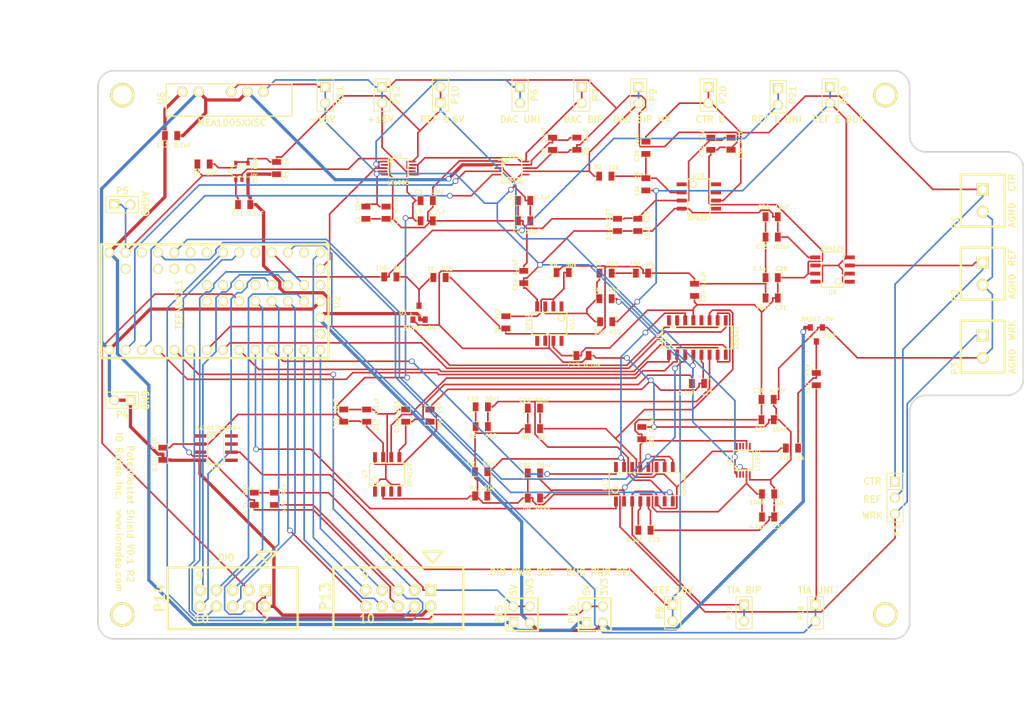
<source format=kicad_pcb>
(kicad_pcb (version 3) (host pcbnew "(2013-jul-07)-stable")
  (layers (15 F.Cu signal) (0 B.Cu signal) (18 B.Paste user) (19 F.Paste user) (20 B.SilkS user) (21 F.SilkS user) (22 B.Mask user) (23 F.Mask user) (28 Edge.Cuts user))
  (net 0 "")
  (net 1 /+15V)
  (net 2 /-15V)
  (net 3 /3V3)
  (net 4 /5V)
  (net 5 /AGND)
  (net 6 /CS)
  (net 7 /CTR_ELECT)
  (net 8 /D24)
  (net 9 /D25)
  (net 10 /D26)
  (net 11 /D27)
  (net 12 /D28)
  (net 13 /D29)
  (net 14 /D30)
  (net 15 /D31)
  (net 16 /DAC_BIP)
  (net 17 /DAC_BIP_NX)
  (net 18 /DAC_GAIN_A0)
  (net 19 /DAC_GAIN_A1)
  (net 20 /DAC_UNI)
  (net 21 /GND)
  (net 22 /MISO)
  (net 23 /MOSI)
  (net 24 /REF_0V6)
  (net 25 /REF_10V)
  (net 26 /REF_ELECT)
  (net 27 /REF_ELECT_BUF)
  (net 28 /REF_ELECT_UNI)
  (net 29 /RX)
  (net 30 /SCK)
  (net 31 /SCL)
  (net 32 /SDA)
  (net 33 /TIA_OUT_BIP)
  (net 34 /TIA_OUT_UNI)
  (net 35 /TIA_SW1_IN1)
  (net 36 /TIA_SW1_IN2)
  (net 37 /TIA_SW1_IN3)
  (net 38 /TIA_SW1_IN4)
  (net 39 /TIA_SW2_IN1)
  (net 40 /TIA_SW2_IN2)
  (net 41 /TIA_SW2_IN3)
  (net 42 /TIA_SW2_IN4)
  (net 43 /TX)
  (net 44 /VEXP)
  (net 45 /VUEXT)
  (net 46 /WRK_ELECT)
  (net 47 N-0000038)
  (net 48 N-0000048)
  (net 49 N-000005)
  (net 50 N-0000060)
  (net 51 N-0000065)
  (net 52 N-0000066)
  (net 53 N-0000067)
  (net 54 N-0000068)
  (net 55 N-0000087)
  (net 56 N-0000088)
  (net 57 N-0000089)
  (net 58 N-0000093)
  (net 59 N-0000094)
  (module TEENSY3X (layer F.Cu) (at 69.088 86.868 90)
    (fp_text reference U2 (at -0.127 19.05 90) (layer F.SilkS) (effects (font (size 1.016 1.016) (thickness 0.2032))))
    (fp_text value TEENSY3.1 (at -0.508 -5.588 90) (layer F.SilkS) (effects (font (size 1.016 1.016) (thickness 0.2032))))
    (pad 1 thru_hole circle (at -7.62 -16.51 90) (size 1.524 1.524) (drill 1.016) (layers *.Cu *.Mask F.SilkS) (net 21 /GND))
    (pad 2 thru_hole circle (at -7.62 -13.97 90) (size 1.524 1.524) (drill 1.016) (layers *.Cu *.Mask F.SilkS) (net 18 /DAC_GAIN_A0))
    (pad 3 thru_hole circle (at -7.62 -11.43 90) (size 1.524 1.524) (drill 1.016) (layers *.Cu *.Mask F.SilkS) (net 19 /DAC_GAIN_A1))
    (pad 4 thru_hole circle (at -7.62 -8.89 90) (size 1.524 1.524) (drill 1.016) (layers *.Cu *.Mask F.SilkS) (net 35 /TIA_SW1_IN1))
    (pad 5 thru_hole circle (at -7.62 -6.35 90) (size 1.524 1.524) (drill 1.016) (layers *.Cu *.Mask F.SilkS) (net 43 /TX))
    (pad 6 thru_hole circle (at -7.62 -3.81 90) (size 1.524 1.524) (drill 1.016) (layers *.Cu *.Mask F.SilkS) (net 29 /RX))
    (pad 7 thru_hole circle (at -7.62 -1.27 90) (size 1.524 1.524) (drill 1.016) (layers *.Cu *.Mask F.SilkS) (net 36 /TIA_SW1_IN2))
    (pad 8 thru_hole circle (at -7.62 1.27 90) (size 1.524 1.524) (drill 1.016) (layers *.Cu *.Mask F.SilkS) (net 37 /TIA_SW1_IN3))
    (pad 9 thru_hole circle (at -7.62 3.81 90) (size 1.524 1.524) (drill 1.016) (layers *.Cu *.Mask F.SilkS) (net 38 /TIA_SW1_IN4))
    (pad 10 thru_hole circle (at -7.62 6.35 90) (size 1.524 1.524) (drill 1.016) (layers *.Cu *.Mask F.SilkS) (net 39 /TIA_SW2_IN1))
    (pad 11 thru_hole circle (at -7.62 8.89 90) (size 1.524 1.524) (drill 1.016) (layers *.Cu *.Mask F.SilkS) (net 40 /TIA_SW2_IN2))
    (pad 12 thru_hole circle (at -7.62 11.43 90) (size 1.524 1.524) (drill 1.016) (layers *.Cu *.Mask F.SilkS) (net 6 /CS))
    (pad 13 thru_hole circle (at -7.62 13.97 90) (size 1.524 1.524) (drill 1.016) (layers *.Cu *.Mask F.SilkS) (net 23 /MOSI))
    (pad 14 thru_hole circle (at -7.62 16.51 90) (size 1.524 1.524) (drill 1.016) (layers *.Cu *.Mask F.SilkS) (net 22 /MISO))
    (pad 15 thru_hole circle (at -5.08 16.51 90) (size 1.524 1.524) (drill 1.016) (layers *.Cu *.Mask F.SilkS))
    (pad 16 thru_hole circle (at -2.54 16.51 90) (size 1.524 1.524) (drill 1.016) (layers *.Cu *.Mask F.SilkS) (net 3 /3V3))
    (pad 17 thru_hole circle (at 0 16.51 90) (size 1.524 1.524) (drill 1.016) (layers *.Cu *.Mask F.SilkS) (net 21 /GND))
    (pad 18 thru_hole circle (at 2.54 16.51 90) (size 1.524 1.524) (drill 1.016) (layers *.Cu *.Mask F.SilkS))
    (pad 19 thru_hole circle (at 5.08 16.51 90) (size 1.524 1.524) (drill 1.016) (layers *.Cu *.Mask F.SilkS) (net 20 /DAC_UNI))
    (pad 20 thru_hole circle (at 7.62 16.51 90) (size 1.524 1.524) (drill 1.016) (layers *.Cu *.Mask F.SilkS) (net 30 /SCK))
    (pad 21 thru_hole circle (at 7.62 13.97 90) (size 1.524 1.524) (drill 1.016) (layers *.Cu *.Mask F.SilkS))
    (pad 22 thru_hole circle (at 7.62 11.43 90) (size 1.524 1.524) (drill 1.016) (layers *.Cu *.Mask F.SilkS) (net 34 /TIA_OUT_UNI))
    (pad 23 thru_hole circle (at 7.62 8.89 90) (size 1.524 1.524) (drill 1.016) (layers *.Cu *.Mask F.SilkS) (net 28 /REF_ELECT_UNI))
    (pad 24 thru_hole circle (at 7.62 6.35 90) (size 1.524 1.524) (drill 1.016) (layers *.Cu *.Mask F.SilkS))
    (pad 25 thru_hole circle (at 7.62 3.81 90) (size 1.524 1.524) (drill 1.016) (layers *.Cu *.Mask F.SilkS) (net 32 /SDA))
    (pad 26 thru_hole circle (at 7.62 1.27 90) (size 1.524 1.524) (drill 1.016) (layers *.Cu *.Mask F.SilkS) (net 31 /SCL))
    (pad 27 thru_hole circle (at 7.62 -1.27 90) (size 1.524 1.524) (drill 1.016) (layers *.Cu *.Mask F.SilkS))
    (pad 28 thru_hole circle (at 7.62 -3.81 90) (size 1.524 1.524) (drill 1.016) (layers *.Cu *.Mask F.SilkS))
    (pad 29 thru_hole circle (at 7.62 -6.35 90) (size 1.524 1.524) (drill 1.016) (layers *.Cu *.Mask F.SilkS) (net 41 /TIA_SW2_IN3))
    (pad 30 thru_hole circle (at 7.62 -8.89 90) (size 1.524 1.524) (drill 1.016) (layers *.Cu *.Mask F.SilkS) (net 42 /TIA_SW2_IN4))
    (pad 31 thru_hole circle (at 7.62 -11.43 90) (size 1.524 1.524) (drill 1.016) (layers *.Cu *.Mask F.SilkS))
    (pad 32 thru_hole circle (at 7.62 -13.97 90) (size 1.524 1.524) (drill 1.016) (layers *.Cu *.Mask F.SilkS) (net 5 /AGND))
    (pad 33 thru_hole circle (at 7.62 -16.51 90) (size 1.524 1.524) (drill 1.016) (layers *.Cu *.Mask F.SilkS) (net 4 /5V))
    (pad 34 thru_hole circle (at 0 -1.27 90) (size 1.524 1.524) (drill 1.016) (layers *.Cu *.Mask F.SilkS))
    (pad 35 thru_hole circle (at 0 1.27 90) (size 1.524 1.524) (drill 1.016) (layers *.Cu *.Mask F.SilkS))
    (pad 36 thru_hole circle (at 0 3.81 90) (size 1.524 1.524) (drill 1.016) (layers *.Cu *.Mask F.SilkS) (net 8 /D24))
    (pad 37 thru_hole circle (at 0 6.35 90) (size 1.524 1.524) (drill 1.016) (layers *.Cu *.Mask F.SilkS) (net 9 /D25))
    (pad 38 thru_hole circle (at 0 8.89 90) (size 1.524 1.524) (drill 1.016) (layers *.Cu *.Mask F.SilkS) (net 10 /D26))
    (pad 39 thru_hole circle (at 0 11.43 90) (size 1.524 1.524) (drill 1.016) (layers *.Cu *.Mask F.SilkS) (net 11 /D27))
    (pad 40 thru_hole circle (at 0 13.97 90) (size 1.524 1.524) (drill 1.016) (layers *.Cu *.Mask F.SilkS) (net 12 /D28))
    (pad 41 thru_hole circle (at 2.54 13.97 90) (size 1.524 1.524) (drill 1.016) (layers *.Cu *.Mask F.SilkS) (net 13 /D29))
    (pad 42 thru_hole circle (at 2.54 11.43 90) (size 1.524 1.524) (drill 1.016) (layers *.Cu *.Mask F.SilkS) (net 14 /D30))
    (pad 43 thru_hole circle (at 2.54 8.89 90) (size 1.524 1.524) (drill 1.016) (layers *.Cu *.Mask F.SilkS) (net 15 /D31))
    (pad 44 thru_hole circle (at 2.54 6.35 90) (size 1.524 1.524) (drill 1.016) (layers *.Cu *.Mask F.SilkS))
    (pad 45 thru_hole circle (at 2.54 3.81 90) (size 1.524 1.524) (drill 1.016) (layers *.Cu *.Mask F.SilkS))
    (pad 46 thru_hole circle (at 2.54 1.27 90) (size 1.524 1.524) (drill 1.016) (layers *.Cu *.Mask F.SilkS))
    (pad 47 thru_hole circle (at 2.54 -1.27 90) (size 1.524 1.524) (drill 1.016) (layers *.Cu *.Mask F.SilkS))
    (pad 48 thru_hole circle (at 5.08 -3.81 90) (size 1.524 1.524) (drill 1.016) (layers *.Cu *.Mask F.SilkS))
    (pad 49 thru_hole circle (at 5.08 -6.35 90) (size 1.524 1.524) (drill 1.016) (layers *.Cu *.Mask F.SilkS))
    (pad 50 thru_hole circle (at 5.08 -8.89 90) (size 1.524 1.524) (drill 1.016) (layers *.Cu *.Mask F.SilkS))
    (pad 51 thru_hole circle (at 5.08 -13.97 90) (size 1.524 1.524) (drill 1.016) (layers *.Cu *.Mask F.SilkS))
  )
  (module SOT23-5 (layer F.Cu) (at 73.32 66.545)
    (fp_text reference U1 (at -1.946 0.003 90) (layer F.SilkS) (effects (font (size 0.635 0.635) (thickness 0.127))))
    (fp_text value ZXRE060 (at 2.118 0.003 90) (layer F.SilkS) (effects (font (size 0.635 0.635) (thickness 0.127))))
    (pad 1 smd rect (at -0.9525 1.27) (size 0.508 0.762) (layers F.Cu F.Paste F.Mask) (net 5 /AGND))
    (pad 3 smd rect (at 0.9525 1.27) (size 0.508 0.762) (layers F.Cu F.Paste F.Mask) (net 3 /3V3))
    (pad 5 smd rect (at -0.9525 -1.27) (size 0.508 0.762) (layers F.Cu F.Paste F.Mask) (net 24 /REF_0V6))
    (pad 2 smd rect (at 0 1.27) (size 0.508 0.762) (layers F.Cu F.Paste F.Mask) (net 5 /AGND))
    (pad 4 smd rect (at 0.9525 -1.27) (size 0.508 0.762) (layers F.Cu F.Paste F.Mask) (net 24 /REF_0V6))
  )
  (module SOT23 (layer F.Cu) (at 101.035 88.665)
    (fp_text reference D1 (at -2.483 -0.019) (layer F.SilkS) (effects (font (size 0.635 0.635) (thickness 0.127))))
    (fp_text value BAS07-04 (at 0.057 2.394) (layer F.SilkS) (effects (font (size 0.635 0.635) (thickness 0.127))))
    (pad 3 smd rect (at 0 -1.09982) (size 0.8001 1.00076) (layers F.Cu F.Paste F.Mask) (net 51 N-0000065))
    (pad 2 smd rect (at 0.9525 1.09982) (size 0.8001 1.00076) (layers F.Cu F.Paste F.Mask) (net 3 /3V3))
    (pad 1 smd rect (at -0.9525 1.09982) (size 0.8001 1.00076) (layers F.Cu F.Paste F.Mask) (net 5 /AGND))
  )
  (module SOT23 (layer F.Cu) (at 163.195 92.075 180)
    (fp_text reference D2 (at -2.413 -0.254 180) (layer F.SilkS) (effects (font (size 0.635 0.635) (thickness 0.127))))
    (fp_text value BAS07-04 (at -0.127 2.413 180) (layer F.SilkS) (effects (font (size 0.635 0.635) (thickness 0.127))))
    (pad 3 smd rect (at 0 -1.09982 180) (size 0.8001 1.00076) (layers F.Cu F.Paste F.Mask) (net 49 N-000005))
    (pad 2 smd rect (at 0.9525 1.09982 180) (size 0.8001 1.00076) (layers F.Cu F.Paste F.Mask) (net 3 /3V3))
    (pad 1 smd rect (at -0.9525 1.09982 180) (size 0.8001 1.00076) (layers F.Cu F.Paste F.Mask) (net 5 /AGND))
  )
  (module SM0805 (layer F.Cu) (at 98.945 104.77 270)
    (fp_text reference C15 (at -1.392 1.409 270) (layer F.SilkS) (effects (font (size 0.635 0.635) (thickness 0.127))))
    (fp_text value 0.1uF (at 1.402 1.409 270) (layer F.SilkS) (effects (font (size 0.635 0.635) (thickness 0.127))))
    (pad 1 smd rect (at -0.9525 0 270) (size 0.889 1.397) (layers F.Cu F.Paste F.Mask) (net 5 /AGND))
    (pad 2 smd rect (at 0.9525 0 270) (size 0.889 1.397) (layers F.Cu F.Paste F.Mask) (net 2 /-15V))
  )
  (module SM0805 (layer F.Cu) (at 110.85 103.39)
    (fp_text reference C19 (at -1.376 -1.282) (layer F.SilkS) (effects (font (size 0.635 0.635) (thickness 0.127))))
    (fp_text value 56nF (at 1.672 -1.282) (layer F.SilkS) (effects (font (size 0.635 0.635) (thickness 0.127))))
    (pad 1 smd rect (at -0.9525 0) (size 0.889 1.397) (layers F.Cu F.Paste F.Mask) (net 46 /WRK_ELECT))
    (pad 2 smd rect (at 0.9525 0) (size 0.889 1.397) (layers F.Cu F.Paste F.Mask) (net 55 N-0000087))
  )
  (module SM0805 (layer F.Cu) (at 155.575 105.41)
    (fp_text reference C37 (at -1.143 1.524) (layer F.SilkS) (effects (font (size 0.635 0.635) (thickness 0.127))))
    (fp_text value 10nF (at 1.905 1.524) (layer F.SilkS) (effects (font (size 0.635 0.635) (thickness 0.127))))
    (pad 1 smd rect (at -0.9525 0) (size 0.889 1.397) (layers F.Cu F.Paste F.Mask) (net 1 /+15V))
    (pad 2 smd rect (at 0.9525 0) (size 0.889 1.397) (layers F.Cu F.Paste F.Mask) (net 5 /AGND))
  )
  (module SM0805 (layer F.Cu) (at 155.645 117.03 180)
    (fp_text reference C30 (at -1.454 -1.461 180) (layer F.SilkS) (effects (font (size 0.635 0.635) (thickness 0.127))))
    (fp_text value 10nF (at 1.721 -1.334 180) (layer F.SilkS) (effects (font (size 0.635 0.635) (thickness 0.127))))
    (pad 1 smd rect (at -0.9525 0 180) (size 0.889 1.397) (layers F.Cu F.Paste F.Mask) (net 5 /AGND))
    (pad 2 smd rect (at 0.9525 0 180) (size 0.889 1.397) (layers F.Cu F.Paste F.Mask) (net 2 /-15V))
  )
  (module SM0805 (layer F.Cu) (at 155.575 102.235)
    (fp_text reference C38 (at -1.397 -1.397) (layer F.SilkS) (effects (font (size 0.635 0.635) (thickness 0.127))))
    (fp_text value 4.7uf (at 1.524 -1.397) (layer F.SilkS) (effects (font (size 0.635 0.635) (thickness 0.127))))
    (pad 1 smd rect (at -0.9525 0) (size 0.889 1.397) (layers F.Cu F.Paste F.Mask) (net 1 /+15V))
    (pad 2 smd rect (at 0.9525 0) (size 0.889 1.397) (layers F.Cu F.Paste F.Mask) (net 5 /AGND))
  )
  (module SM0805 (layer F.Cu) (at 155.645 120.63 180)
    (fp_text reference C32 (at -1.581 -1.544 180) (layer F.SilkS) (effects (font (size 0.635 0.635) (thickness 0.127))))
    (fp_text value 4.7uF (at 1.721 -1.544 180) (layer F.SilkS) (effects (font (size 0.635 0.635) (thickness 0.127))))
    (pad 1 smd rect (at -0.9525 0 180) (size 0.889 1.397) (layers F.Cu F.Paste F.Mask) (net 5 /AGND))
    (pad 2 smd rect (at 0.9525 0 180) (size 0.889 1.397) (layers F.Cu F.Paste F.Mask) (net 2 /-15V))
  )
  (module SM0805 (layer F.Cu) (at 92.845 104.77 90)
    (fp_text reference C17 (at -1.402 1.516 90) (layer F.SilkS) (effects (font (size 0.635 0.635) (thickness 0.127))))
    (fp_text value 0.1uF (at 1.519 1.516 90) (layer F.SilkS) (effects (font (size 0.635 0.635) (thickness 0.127))))
    (pad 1 smd rect (at -0.9525 0 90) (size 0.889 1.397) (layers F.Cu F.Paste F.Mask) (net 1 /+15V))
    (pad 2 smd rect (at 0.9525 0 90) (size 0.889 1.397) (layers F.Cu F.Paste F.Mask) (net 5 /AGND))
  )
  (module SM0805 (layer F.Cu) (at 110.85 106.49)
    (fp_text reference R5 (at -1.376 1.46) (layer F.SilkS) (effects (font (size 0.635 0.635) (thickness 0.127))))
    (fp_text value 600 (at 1.418 1.46) (layer F.SilkS) (effects (font (size 0.635 0.635) (thickness 0.127))))
    (pad 1 smd rect (at -0.9525 0) (size 0.889 1.397) (layers F.Cu F.Paste F.Mask) (net 46 /WRK_ELECT))
    (pad 2 smd rect (at 0.9525 0) (size 0.889 1.397) (layers F.Cu F.Paste F.Mask) (net 55 N-0000087))
  )
  (module SM0805 (layer F.Cu) (at 89.245 104.77 90)
    (fp_text reference C18 (at -1.275 -1.234 90) (layer F.SilkS) (effects (font (size 0.635 0.635) (thickness 0.127))))
    (fp_text value 10uF (at 1.519 -1.234 90) (layer F.SilkS) (effects (font (size 0.635 0.635) (thickness 0.127))))
    (pad 1 smd rect (at -0.9525 0 90) (size 0.889 1.397) (layers F.Cu F.Paste F.Mask) (net 1 /+15V))
    (pad 2 smd rect (at 0.9525 0 90) (size 0.889 1.397) (layers F.Cu F.Paste F.Mask) (net 5 /AGND))
  )
  (module SM0805 (layer F.Cu) (at 102.745 104.77 270)
    (fp_text reference C16 (at -1.265 -1.522 270) (layer F.SilkS) (effects (font (size 0.635 0.635) (thickness 0.127))))
    (fp_text value 10uF (at 1.275 -1.522 270) (layer F.SilkS) (effects (font (size 0.635 0.635) (thickness 0.127))))
    (pad 1 smd rect (at -0.9525 0 270) (size 0.889 1.397) (layers F.Cu F.Paste F.Mask) (net 5 /AGND))
    (pad 2 smd rect (at 0.9525 0 270) (size 0.889 1.397) (layers F.Cu F.Paste F.Mask) (net 2 /-15V))
  )
  (module SM0805 (layer F.Cu) (at 144.68 99.75 180)
    (fp_text reference C23 (at -1.37 -1.469 180) (layer F.SilkS) (effects (font (size 0.635 0.635) (thickness 0.127))))
    (fp_text value 0.1uF (at 1.805 -1.469 180) (layer F.SilkS) (effects (font (size 0.635 0.635) (thickness 0.127))))
    (pad 1 smd rect (at -0.9525 0 180) (size 0.889 1.397) (layers F.Cu F.Paste F.Mask) (net 5 /AGND))
    (pad 2 smd rect (at 0.9525 0 180) (size 0.889 1.397) (layers F.Cu F.Paste F.Mask) (net 2 /-15V))
  )
  (module SM0805 (layer F.Cu) (at 144.145 85.09 90)
    (fp_text reference C24 (at -1.016 1.397 90) (layer F.SilkS) (effects (font (size 0.635 0.635) (thickness 0.127))))
    (fp_text value 0.1uF (at 1.651 1.397 90) (layer F.SilkS) (effects (font (size 0.635 0.635) (thickness 0.127))))
    (pad 1 smd rect (at -0.9525 0 90) (size 0.889 1.397) (layers F.Cu F.Paste F.Mask) (net 1 /+15V))
    (pad 2 smd rect (at 0.9525 0 90) (size 0.889 1.397) (layers F.Cu F.Paste F.Mask) (net 5 /AGND))
  )
  (module SM0805 (layer F.Cu) (at 136.29 122.705 180)
    (fp_text reference C33 (at -1.505 -1.501 180) (layer F.SilkS) (effects (font (size 0.635 0.635) (thickness 0.127))))
    (fp_text value 0.1uF (at 1.543 -1.501 180) (layer F.SilkS) (effects (font (size 0.635 0.635) (thickness 0.127))))
    (pad 1 smd rect (at -0.9525 0 180) (size 0.889 1.397) (layers F.Cu F.Paste F.Mask) (net 5 /AGND))
    (pad 2 smd rect (at 0.9525 0 180) (size 0.889 1.397) (layers F.Cu F.Paste F.Mask) (net 2 /-15V))
  )
  (module SM0805 (layer F.Cu) (at 135.89 107.505 90)
    (fp_text reference C35 (at -1.334 1.524 90) (layer F.SilkS) (effects (font (size 0.635 0.635) (thickness 0.127))))
    (fp_text value 0.1uF (at 1.46 1.524 90) (layer F.SilkS) (effects (font (size 0.635 0.635) (thickness 0.127))))
    (pad 1 smd rect (at -0.9525 0 90) (size 0.889 1.397) (layers F.Cu F.Paste F.Mask) (net 1 /+15V))
    (pad 2 smd rect (at 0.9525 0 90) (size 0.889 1.397) (layers F.Cu F.Paste F.Mask) (net 5 /AGND))
  )
  (module SM0805 (layer F.Cu) (at 159.385 109.855)
    (fp_text reference R18 (at -1.143 1.524) (layer F.SilkS) (effects (font (size 0.635 0.635) (thickness 0.127))))
    (fp_text value 1k (at 1.397 1.524) (layer F.SilkS) (effects (font (size 0.635 0.635) (thickness 0.127))))
    (pad 1 smd rect (at -0.9525 0) (size 0.889 1.397) (layers F.Cu F.Paste F.Mask) (net 47 N-0000038))
    (pad 2 smd rect (at 0.9525 0) (size 0.889 1.397) (layers F.Cu F.Paste F.Mask) (net 49 N-000005))
  )
  (module SM0805 (layer F.Cu) (at 163.195 99.06 270)
    (fp_text reference R19 (at -1.397 1.397 270) (layer F.SilkS) (effects (font (size 0.635 0.635) (thickness 0.127))))
    (fp_text value 100 (at 1.397 1.397 270) (layer F.SilkS) (effects (font (size 0.635 0.635) (thickness 0.127))))
    (pad 1 smd rect (at -0.9525 0 270) (size 0.889 1.397) (layers F.Cu F.Paste F.Mask) (net 49 N-000005))
    (pad 2 smd rect (at 0.9525 0 270) (size 0.889 1.397) (layers F.Cu F.Paste F.Mask) (net 34 /TIA_OUT_UNI))
  )
  (module SM0805 (layer F.Cu) (at 130.215 82.48 180)
    (fp_text reference R12 (at -1.103 1.454 180) (layer F.SilkS) (effects (font (size 0.635 0.635) (thickness 0.127))))
    (fp_text value 3k (at 1.183 1.454 180) (layer F.SilkS) (effects (font (size 0.635 0.635) (thickness 0.127))))
    (pad 1 smd rect (at -0.9525 0 180) (size 0.889 1.397) (layers F.Cu F.Paste F.Mask) (net 50 N-0000060))
    (pad 2 smd rect (at 0.9525 0 180) (size 0.889 1.397) (layers F.Cu F.Paste F.Mask) (net 53 N-0000067))
  )
  (module SM0805 (layer F.Cu) (at 130.315 90.08 180)
    (fp_text reference R10 (at -1.384 -1.614 180) (layer F.SilkS) (effects (font (size 0.635 0.635) (thickness 0.127))))
    (fp_text value 50k (at 1.029 -1.614 180) (layer F.SilkS) (effects (font (size 0.635 0.635) (thickness 0.127))))
    (pad 1 smd rect (at -0.9525 0 180) (size 0.889 1.397) (layers F.Cu F.Paste F.Mask) (net 27 /REF_ELECT_BUF))
    (pad 2 smd rect (at 0.9525 0 180) (size 0.889 1.397) (layers F.Cu F.Paste F.Mask) (net 53 N-0000067))
  )
  (module SM0805 (layer F.Cu) (at 123.515 82.38)
    (fp_text reference R9 (at -1.468 -1.227) (layer F.SilkS) (effects (font (size 0.635 0.635) (thickness 0.127))))
    (fp_text value 50k (at 1.326 -1.227) (layer F.SilkS) (effects (font (size 0.635 0.635) (thickness 0.127))))
    (pad 1 smd rect (at -0.9525 0) (size 0.889 1.397) (layers F.Cu F.Paste F.Mask) (net 5 /AGND))
    (pad 2 smd rect (at 0.9525 0) (size 0.889 1.397) (layers F.Cu F.Paste F.Mask) (net 54 N-0000068))
  )
  (module SM0805 (layer F.Cu) (at 130.215 86.48 180)
    (fp_text reference R11 (at -1.357 1.39 180) (layer F.SilkS) (effects (font (size 0.635 0.635) (thickness 0.127))))
    (fp_text value 50k (at 1.183 1.39 180) (layer F.SilkS) (effects (font (size 0.635 0.635) (thickness 0.127))))
    (pad 1 smd rect (at -0.9525 0 180) (size 0.889 1.397) (layers F.Cu F.Paste F.Mask) (net 25 /REF_10V))
    (pad 2 smd rect (at 0.9525 0 180) (size 0.889 1.397) (layers F.Cu F.Paste F.Mask) (net 53 N-0000067))
  )
  (module SM0805 (layer F.Cu) (at 114.615 90.18 270)
    (fp_text reference R13 (at -1.28 1.331 270) (layer F.SilkS) (effects (font (size 0.635 0.635) (thickness 0.127))))
    (fp_text value 3k (at 1.133 1.331 270) (layer F.SilkS) (effects (font (size 0.635 0.635) (thickness 0.127))))
    (pad 1 smd rect (at -0.9525 0 270) (size 0.889 1.397) (layers F.Cu F.Paste F.Mask) (net 54 N-0000068))
    (pad 2 smd rect (at 0.9525 0 270) (size 0.889 1.397) (layers F.Cu F.Paste F.Mask) (net 52 N-0000066))
  )
  (module SM0805 (layer F.Cu) (at 104.235 83.165 180)
    (fp_text reference R15 (at -1.175 1.377 180) (layer F.SilkS) (effects (font (size 0.635 0.635) (thickness 0.127))))
    (fp_text value 1k (at 1.365 1.377 180) (layer F.SilkS) (effects (font (size 0.635 0.635) (thickness 0.127))))
    (pad 1 smd rect (at -0.9525 0 180) (size 0.889 1.397) (layers F.Cu F.Paste F.Mask) (net 52 N-0000066))
    (pad 2 smd rect (at 0.9525 0 180) (size 0.889 1.397) (layers F.Cu F.Paste F.Mask) (net 51 N-0000065))
  )
  (module SM0805 (layer F.Cu) (at 96.535 83.065 180)
    (fp_text reference R17 (at -1.382 1.404 180) (layer F.SilkS) (effects (font (size 0.635 0.635) (thickness 0.127))))
    (fp_text value 100 (at 1.412 1.404 180) (layer F.SilkS) (effects (font (size 0.635 0.635) (thickness 0.127))))
    (pad 1 smd rect (at -0.9525 0 180) (size 0.889 1.397) (layers F.Cu F.Paste F.Mask) (net 51 N-0000065))
    (pad 2 smd rect (at 0.9525 0 180) (size 0.889 1.397) (layers F.Cu F.Paste F.Mask) (net 28 /REF_ELECT_UNI))
  )
  (module SM0805 (layer F.Cu) (at 126.615 95.38)
    (fp_text reference C13 (at -1.393 1.521) (layer F.SilkS) (effects (font (size 0.635 0.635) (thickness 0.127))))
    (fp_text value 0.1uF (at 1.528 1.521) (layer F.SilkS) (effects (font (size 0.635 0.635) (thickness 0.127))))
    (pad 1 smd rect (at -0.9525 0) (size 0.889 1.397) (layers F.Cu F.Paste F.Mask) (net 1 /+15V))
    (pad 2 smd rect (at 0.9525 0) (size 0.889 1.397) (layers F.Cu F.Paste F.Mask) (net 5 /AGND))
  )
  (module SM0805 (layer F.Cu) (at 117.415 83.08 90)
    (fp_text reference C14 (at -1.248 -1.337 90) (layer F.SilkS) (effects (font (size 0.635 0.635) (thickness 0.127))))
    (fp_text value 0.1uF (at 1.546 -1.337 90) (layer F.SilkS) (effects (font (size 0.635 0.635) (thickness 0.127))))
    (pad 1 smd rect (at -0.9525 0 90) (size 0.889 1.397) (layers F.Cu F.Paste F.Mask) (net 2 /-15V))
    (pad 2 smd rect (at 0.9525 0 90) (size 0.889 1.397) (layers F.Cu F.Paste F.Mask) (net 5 /AGND))
  )
  (module SM0805 (layer F.Cu) (at 135.915 82.48 180)
    (fp_text reference R4 (at -1.245 1.454 180) (layer F.SilkS) (effects (font (size 0.635 0.635) (thickness 0.127))))
    (fp_text value 191 (at 1.041 1.454 180) (layer F.SilkS) (effects (font (size 0.635 0.635) (thickness 0.127))))
    (pad 1 smd rect (at -0.9525 0 180) (size 0.889 1.397) (layers F.Cu F.Paste F.Mask) (net 5 /AGND))
    (pad 2 smd rect (at 0.9525 0 180) (size 0.889 1.397) (layers F.Cu F.Paste F.Mask) (net 50 N-0000060))
  )
  (module SM0805 (layer F.Cu) (at 60.96 110.744 270)
    (fp_text reference C10 (at -1.651 1.397 270) (layer F.SilkS) (effects (font (size 0.635 0.635) (thickness 0.127))))
    (fp_text value 0.1uF (at 1.524 1.397 270) (layer F.SilkS) (effects (font (size 0.635 0.635) (thickness 0.127))))
    (pad 1 smd rect (at -0.9525 0 270) (size 0.889 1.397) (layers F.Cu F.Paste F.Mask) (net 1 /+15V))
    (pad 2 smd rect (at 0.9525 0 270) (size 0.889 1.397) (layers F.Cu F.Paste F.Mask) (net 21 /GND))
  )
  (module SM0805 (layer F.Cu) (at 62.23 60.96)
    (fp_text reference C12 (at -1.27 1.524) (layer F.SilkS) (effects (font (size 0.635 0.635) (thickness 0.127))))
    (fp_text value 0.1uF (at 1.778 1.524) (layer F.SilkS) (effects (font (size 0.635 0.635) (thickness 0.127))))
    (pad 1 smd rect (at -0.9525 0) (size 0.889 1.397) (layers F.Cu F.Paste F.Mask) (net 4 /5V))
    (pad 2 smd rect (at 0.9525 0) (size 0.889 1.397) (layers F.Cu F.Paste F.Mask) (net 21 /GND))
  )
  (module SM0805 (layer F.Cu) (at 78.4225 117.792 270)
    (fp_text reference R14 (at -1.46 -1.4605 270) (layer F.SilkS) (effects (font (size 0.635 0.635) (thickness 0.127))))
    (fp_text value 4.7k (at 1.207 -1.4605 270) (layer F.SilkS) (effects (font (size 0.635 0.635) (thickness 0.127))))
    (pad 1 smd rect (at -0.9525 0 270) (size 0.889 1.397) (layers F.Cu F.Paste F.Mask) (net 45 /VUEXT))
    (pad 2 smd rect (at 0.9525 0 270) (size 0.889 1.397) (layers F.Cu F.Paste F.Mask) (net 31 /SCL))
  )
  (module SM0805 (layer F.Cu) (at 75.2475 117.792 270)
    (fp_text reference R16 (at -1.4605 1.3335 270) (layer F.SilkS) (effects (font (size 0.635 0.635) (thickness 0.127))))
    (fp_text value 4.7k (at 1.461 1.3335 270) (layer F.SilkS) (effects (font (size 0.635 0.635) (thickness 0.127))))
    (pad 1 smd rect (at -0.9525 0 270) (size 0.889 1.397) (layers F.Cu F.Paste F.Mask) (net 45 /VUEXT))
    (pad 2 smd rect (at 0.9525 0 270) (size 0.889 1.397) (layers F.Cu F.Paste F.Mask) (net 32 /SDA))
  )
  (module SM0805 (layer F.Cu) (at 149.86 62.23 90)
    (fp_text reference C34 (at -1.524 1.524 90) (layer F.SilkS) (effects (font (size 0.635 0.635) (thickness 0.127))))
    (fp_text value 0.1uF (at 1.397 1.397 90) (layer F.SilkS) (effects (font (size 0.635 0.635) (thickness 0.127))))
    (pad 1 smd rect (at -0.9525 0 90) (size 0.889 1.397) (layers F.Cu F.Paste F.Mask) (net 1 /+15V))
    (pad 2 smd rect (at 0.9525 0 90) (size 0.889 1.397) (layers F.Cu F.Paste F.Mask) (net 5 /AGND))
  )
  (module SM0805 (layer F.Cu) (at 156.21 73.66)
    (fp_text reference C26 (at -1.27 -1.524) (layer F.SilkS) (effects (font (size 0.635 0.635) (thickness 0.127))))
    (fp_text value 10uF (at 1.651 -1.524) (layer F.SilkS) (effects (font (size 0.635 0.635) (thickness 0.127))))
    (pad 1 smd rect (at -0.9525 0) (size 0.889 1.397) (layers F.Cu F.Paste F.Mask) (net 5 /AGND))
    (pad 2 smd rect (at 0.9525 0) (size 0.889 1.397) (layers F.Cu F.Paste F.Mask) (net 2 /-15V))
  )
  (module SM0805 (layer F.Cu) (at 156.21 86.36 180)
    (fp_text reference C31 (at -1.397 -1.524 180) (layer F.SilkS) (effects (font (size 0.635 0.635) (thickness 0.127))))
    (fp_text value 10uF (at 1.397 -1.397 180) (layer F.SilkS) (effects (font (size 0.635 0.635) (thickness 0.127))))
    (pad 1 smd rect (at -0.9525 0 180) (size 0.889 1.397) (layers F.Cu F.Paste F.Mask) (net 1 /+15V))
    (pad 2 smd rect (at 0.9525 0 180) (size 0.889 1.397) (layers F.Cu F.Paste F.Mask) (net 5 /AGND))
  )
  (module SM0805 (layer F.Cu) (at 156.21 76.835)
    (fp_text reference C25 (at -1.524 1.524) (layer F.SilkS) (effects (font (size 0.635 0.635) (thickness 0.127))))
    (fp_text value 0.1uF (at 1.651 1.524) (layer F.SilkS) (effects (font (size 0.635 0.635) (thickness 0.127))))
    (pad 1 smd rect (at -0.9525 0) (size 0.889 1.397) (layers F.Cu F.Paste F.Mask) (net 5 /AGND))
    (pad 2 smd rect (at 0.9525 0) (size 0.889 1.397) (layers F.Cu F.Paste F.Mask) (net 2 /-15V))
  )
  (module SM0805 (layer F.Cu) (at 156.21 83.185 180)
    (fp_text reference C28 (at -1.524 1.397 180) (layer F.SilkS) (effects (font (size 0.635 0.635) (thickness 0.127))))
    (fp_text value 0.1uF (at 1.651 1.397 180) (layer F.SilkS) (effects (font (size 0.635 0.635) (thickness 0.127))))
    (pad 1 smd rect (at -0.9525 0 180) (size 0.889 1.397) (layers F.Cu F.Paste F.Mask) (net 1 /+15V))
    (pad 2 smd rect (at 0.9525 0 180) (size 0.889 1.397) (layers F.Cu F.Paste F.Mask) (net 5 /AGND))
  )
  (module SM0805 (layer F.Cu) (at 95.885 73.025 90)
    (fp_text reference C3 (at -1.27 1.524 90) (layer F.SilkS) (effects (font (size 0.635 0.635) (thickness 0.127))))
    (fp_text value 4.7uF (at 1.27 1.524 90) (layer F.SilkS) (effects (font (size 0.635 0.635) (thickness 0.127))))
    (pad 1 smd rect (at -0.9525 0 90) (size 0.889 1.397) (layers F.Cu F.Paste F.Mask) (net 5 /AGND))
    (pad 2 smd rect (at 0.9525 0 90) (size 0.889 1.397) (layers F.Cu F.Paste F.Mask) (net 2 /-15V))
  )
  (module SM0805 (layer F.Cu) (at 102.235 74.295)
    (fp_text reference C7 (at -1.397 -1.27) (layer F.SilkS) (effects (font (size 0.635 0.635) (thickness 0.127))))
    (fp_text value 4.7uF (at 1.651 -1.27) (layer F.SilkS) (effects (font (size 0.635 0.635) (thickness 0.127))))
    (pad 1 smd rect (at -0.9525 0) (size 0.889 1.397) (layers F.Cu F.Paste F.Mask) (net 1 /+15V))
    (pad 2 smd rect (at 0.9525 0) (size 0.889 1.397) (layers F.Cu F.Paste F.Mask) (net 5 /AGND))
  )
  (module SM0805 (layer F.Cu) (at 121.92 62.23 90)
    (fp_text reference C6 (at -1.27 -1.397 90) (layer F.SilkS) (effects (font (size 0.635 0.635) (thickness 0.127))))
    (fp_text value 0.1uF (at 1.397 -1.397 90) (layer F.SilkS) (effects (font (size 0.635 0.635) (thickness 0.127))))
    (pad 1 smd rect (at -0.9525 0 90) (size 0.889 1.397) (layers F.Cu F.Paste F.Mask) (net 1 /+15V))
    (pad 2 smd rect (at 0.9525 0 90) (size 0.889 1.397) (layers F.Cu F.Paste F.Mask) (net 5 /AGND))
  )
  (module SM0805 (layer F.Cu) (at 117.475 71.12)
    (fp_text reference C2 (at -2.413 -0.508) (layer F.SilkS) (effects (font (size 0.635 0.635) (thickness 0.127))))
    (fp_text value 0.1uF (at 2.921 -0.508) (layer F.SilkS) (effects (font (size 0.635 0.635) (thickness 0.127))))
    (pad 1 smd rect (at -0.9525 0) (size 0.889 1.397) (layers F.Cu F.Paste F.Mask) (net 5 /AGND))
    (pad 2 smd rect (at 0.9525 0) (size 0.889 1.397) (layers F.Cu F.Paste F.Mask) (net 2 /-15V))
  )
  (module SM0805 (layer F.Cu) (at 125.73 62.23 90)
    (fp_text reference C8 (at -1.143 1.524 90) (layer F.SilkS) (effects (font (size 0.635 0.635) (thickness 0.127))))
    (fp_text value 10uF (at 1.27 1.397 90) (layer F.SilkS) (effects (font (size 0.635 0.635) (thickness 0.127))))
    (pad 1 smd rect (at -0.9525 0 90) (size 0.889 1.397) (layers F.Cu F.Paste F.Mask) (net 1 /+15V))
    (pad 2 smd rect (at 0.9525 0 90) (size 0.889 1.397) (layers F.Cu F.Paste F.Mask) (net 5 /AGND))
  )
  (module SM0805 (layer F.Cu) (at 117.475 74.295)
    (fp_text reference C4 (at -1.143 1.651) (layer F.SilkS) (effects (font (size 0.635 0.635) (thickness 0.127))))
    (fp_text value 10uF (at 1.397 1.651) (layer F.SilkS) (effects (font (size 0.635 0.635) (thickness 0.127))))
    (pad 1 smd rect (at -0.9525 0) (size 0.889 1.397) (layers F.Cu F.Paste F.Mask) (net 5 /AGND))
    (pad 2 smd rect (at 0.9525 0) (size 0.889 1.397) (layers F.Cu F.Paste F.Mask) (net 2 /-15V))
  )
  (module SM0805 (layer F.Cu) (at 92.71 73.025 90)
    (fp_text reference C1 (at -1.143 -1.27 90) (layer F.SilkS) (effects (font (size 0.635 0.635) (thickness 0.127))))
    (fp_text value 10nF (at 1.397 -1.27 90) (layer F.SilkS) (effects (font (size 0.635 0.635) (thickness 0.127))))
    (pad 1 smd rect (at -0.9525 0 90) (size 0.889 1.397) (layers F.Cu F.Paste F.Mask) (net 5 /AGND))
    (pad 2 smd rect (at 0.9525 0 90) (size 0.889 1.397) (layers F.Cu F.Paste F.Mask) (net 2 /-15V))
  )
  (module SM0805 (layer F.Cu) (at 130.175 67.31)
    (fp_text reference R2 (at -1.143 -1.397) (layer F.SilkS) (effects (font (size 0.635 0.635) (thickness 0.127))))
    (fp_text value 10k (at 1.27 -1.397) (layer F.SilkS) (effects (font (size 0.635 0.635) (thickness 0.127))))
    (pad 1 smd rect (at -0.9525 0) (size 0.889 1.397) (layers F.Cu F.Paste F.Mask) (net 17 /DAC_BIP_NX))
    (pad 2 smd rect (at 0.9525 0) (size 0.889 1.397) (layers F.Cu F.Paste F.Mask) (net 58 N-0000093))
  )
  (module SM0805 (layer F.Cu) (at 136.525 68.58 270)
    (fp_text reference R3 (at -1.27 1.397 270) (layer F.SilkS) (effects (font (size 0.635 0.635) (thickness 0.127))))
    (fp_text value 10k (at 1.016 1.397 270) (layer F.SilkS) (effects (font (size 0.635 0.635) (thickness 0.127))))
    (pad 1 smd rect (at -0.9525 0 270) (size 0.889 1.397) (layers F.Cu F.Paste F.Mask) (net 58 N-0000093))
    (pad 2 smd rect (at 0.9525 0 270) (size 0.889 1.397) (layers F.Cu F.Paste F.Mask) (net 27 /REF_ELECT_BUF))
  )
  (module SM0805 (layer F.Cu) (at 132.08 74.93 270)
    (fp_text reference C27 (at -1.651 1.397 270) (layer F.SilkS) (effects (font (size 0.635 0.635) (thickness 0.127))))
    (fp_text value 0.1uF (at 1.143 1.397 270) (layer F.SilkS) (effects (font (size 0.635 0.635) (thickness 0.127))))
    (pad 1 smd rect (at -0.9525 0 270) (size 0.889 1.397) (layers F.Cu F.Paste F.Mask) (net 5 /AGND))
    (pad 2 smd rect (at 0.9525 0 270) (size 0.889 1.397) (layers F.Cu F.Paste F.Mask) (net 2 /-15V))
  )
  (module SM0805 (layer F.Cu) (at 146.685 62.23 90)
    (fp_text reference C36 (at -1.143 -1.397 90) (layer F.SilkS) (effects (font (size 0.635 0.635) (thickness 0.127))))
    (fp_text value 10uF (at 1.397 -1.397 90) (layer F.SilkS) (effects (font (size 0.635 0.635) (thickness 0.127))))
    (pad 1 smd rect (at -0.9525 0 90) (size 0.889 1.397) (layers F.Cu F.Paste F.Mask) (net 1 /+15V))
    (pad 2 smd rect (at 0.9525 0 90) (size 0.889 1.397) (layers F.Cu F.Paste F.Mask) (net 5 /AGND))
  )
  (module SM0805 (layer F.Cu) (at 135.255 74.93 270)
    (fp_text reference C29 (at -1.27 -1.397 270) (layer F.SilkS) (effects (font (size 0.635 0.635) (thickness 0.127))))
    (fp_text value 10uF (at 1.27 -1.524 270) (layer F.SilkS) (effects (font (size 0.635 0.635) (thickness 0.127))))
    (pad 1 smd rect (at -0.9525 0 270) (size 0.889 1.397) (layers F.Cu F.Paste F.Mask) (net 5 /AGND))
    (pad 2 smd rect (at 0.9525 0 270) (size 0.889 1.397) (layers F.Cu F.Paste F.Mask) (net 2 /-15V))
  )
  (module SM0805 (layer F.Cu) (at 119.005 117.655)
    (fp_text reference R8 (at -1.149 1.471) (layer F.SilkS) (effects (font (size 0.635 0.635) (thickness 0.127))))
    (fp_text value 600k (at 1.391 1.471) (layer F.SilkS) (effects (font (size 0.635 0.635) (thickness 0.127))))
    (pad 1 smd rect (at -0.9525 0) (size 0.889 1.397) (layers F.Cu F.Paste F.Mask) (net 46 /WRK_ELECT))
    (pad 2 smd rect (at 0.9525 0) (size 0.889 1.397) (layers F.Cu F.Paste F.Mask) (net 59 N-0000094))
  )
  (module SM0805 (layer F.Cu) (at 119.005 113.755)
    (fp_text reference C22 (at -1.403 -1.233) (layer F.SilkS) (effects (font (size 0.635 0.635) (thickness 0.127))))
    (fp_text value 56nF (at 1.645 -1.233) (layer F.SilkS) (effects (font (size 0.635 0.635) (thickness 0.127))))
    (pad 1 smd rect (at -0.9525 0) (size 0.889 1.397) (layers F.Cu F.Paste F.Mask) (net 46 /WRK_ELECT))
    (pad 2 smd rect (at 0.9525 0) (size 0.889 1.397) (layers F.Cu F.Paste F.Mask) (net 59 N-0000094))
  )
  (module SM0805 (layer F.Cu) (at 110.75 117.345)
    (fp_text reference R7 (at -1.276 -1.267) (layer F.SilkS) (effects (font (size 0.635 0.635) (thickness 0.127))))
    (fp_text value 60k (at 1.264 -1.267) (layer F.SilkS) (effects (font (size 0.635 0.635) (thickness 0.127))))
    (pad 1 smd rect (at -0.9525 0) (size 0.889 1.397) (layers F.Cu F.Paste F.Mask) (net 46 /WRK_ELECT))
    (pad 2 smd rect (at 0.9525 0) (size 0.889 1.397) (layers F.Cu F.Paste F.Mask) (net 57 N-0000089))
  )
  (module SM0805 (layer F.Cu) (at 102.235 71.12)
    (fp_text reference C5 (at -1.27 -1.397) (layer F.SilkS) (effects (font (size 0.635 0.635) (thickness 0.127))))
    (fp_text value 10nF (at 1.651 -1.397) (layer F.SilkS) (effects (font (size 0.635 0.635) (thickness 0.127))))
    (pad 1 smd rect (at -0.9525 0) (size 0.889 1.397) (layers F.Cu F.Paste F.Mask) (net 1 /+15V))
    (pad 2 smd rect (at 0.9525 0) (size 0.889 1.397) (layers F.Cu F.Paste F.Mask) (net 5 /AGND))
  )
  (module SM0805 (layer F.Cu) (at 67.31 65.405)
    (fp_text reference C9 (at -1.016 1.397) (layer F.SilkS) (effects (font (size 0.635 0.635) (thickness 0.127))))
    (fp_text value 1uF (at 1.27 1.397) (layer F.SilkS) (effects (font (size 0.635 0.635) (thickness 0.127))))
    (pad 1 smd rect (at -0.9525 0) (size 0.889 1.397) (layers F.Cu F.Paste F.Mask) (net 5 /AGND))
    (pad 2 smd rect (at 0.9525 0) (size 0.889 1.397) (layers F.Cu F.Paste F.Mask) (net 24 /REF_0V6))
  )
  (module SM0805 (layer F.Cu) (at 78.74 66.04 90)
    (fp_text reference R1 (at -1.016 1.524 90) (layer F.SilkS) (effects (font (size 0.635 0.635) (thickness 0.127))))
    (fp_text value 1k (at 1.016 1.524 90) (layer F.SilkS) (effects (font (size 0.635 0.635) (thickness 0.127))))
    (pad 1 smd rect (at -0.9525 0 90) (size 0.889 1.397) (layers F.Cu F.Paste F.Mask) (net 3 /3V3))
    (pad 2 smd rect (at 0.9525 0 90) (size 0.889 1.397) (layers F.Cu F.Paste F.Mask) (net 24 /REF_0V6))
  )
  (module SM0805 (layer F.Cu) (at 73.66 71.755)
    (fp_text reference C11 (at -1.016 1.397) (layer F.SilkS) (effects (font (size 0.635 0.635) (thickness 0.127))))
    (fp_text value 0.1uF (at 1.778 1.397) (layer F.SilkS) (effects (font (size 0.635 0.635) (thickness 0.127))))
    (pad 1 smd rect (at -0.9525 0) (size 0.889 1.397) (layers F.Cu F.Paste F.Mask) (net 5 /AGND))
    (pad 2 smd rect (at 0.9525 0) (size 0.889 1.397) (layers F.Cu F.Paste F.Mask) (net 3 /3V3))
  )
  (module SM0805 (layer F.Cu) (at 119.005 103.605)
    (fp_text reference C20 (at -1.403 -1.243) (layer F.SilkS) (effects (font (size 0.635 0.635) (thickness 0.127))))
    (fp_text value 56nF (at 1.391 -1.243) (layer F.SilkS) (effects (font (size 0.635 0.635) (thickness 0.127))))
    (pad 1 smd rect (at -0.9525 0) (size 0.889 1.397) (layers F.Cu F.Paste F.Mask) (net 46 /WRK_ELECT))
    (pad 2 smd rect (at 0.9525 0) (size 0.889 1.397) (layers F.Cu F.Paste F.Mask) (net 56 N-0000088))
  )
  (module SM0805 (layer F.Cu) (at 110.75 113.545)
    (fp_text reference C21 (at -1.276 -1.277) (layer F.SilkS) (effects (font (size 0.635 0.635) (thickness 0.127))))
    (fp_text value 56nF (at 1.391 -1.277) (layer F.SilkS) (effects (font (size 0.635 0.635) (thickness 0.127))))
    (pad 1 smd rect (at -0.9525 0) (size 0.889 1.397) (layers F.Cu F.Paste F.Mask) (net 46 /WRK_ELECT))
    (pad 2 smd rect (at 0.9525 0) (size 0.889 1.397) (layers F.Cu F.Paste F.Mask) (net 57 N-0000089))
  )
  (module SM0805 (layer F.Cu) (at 119.005 106.805)
    (fp_text reference R6 (at -1.276 1.399) (layer F.SilkS) (effects (font (size 0.635 0.635) (thickness 0.127))))
    (fp_text value 6k (at 1.264 1.399) (layer F.SilkS) (effects (font (size 0.635 0.635) (thickness 0.127))))
    (pad 1 smd rect (at -0.9525 0) (size 0.889 1.397) (layers F.Cu F.Paste F.Mask) (net 46 /WRK_ELECT))
    (pad 2 smd rect (at 0.9525 0) (size 0.889 1.397) (layers F.Cu F.Paste F.Mask) (net 56 N-0000088))
  )
  (module PIN_ARRAY_3X1 (layer F.Cu) (at 175.514 117.602 270)
    (fp_text reference K1 (at 5.08 -0.254 270) (layer F.SilkS) (effects (font (size 1.016 1.016) (thickness 0.2032))))
    (fp_text value CONN_3 hide)
    (pad 1 thru_hole rect (at -2.54 0 270) (size 1.524 1.524) (drill 1.016) (layers *.Cu *.Mask F.SilkS) (net 7 /CTR_ELECT))
    (pad 2 thru_hole circle (at 0 0 270) (size 1.524 1.524) (drill 1.016) (layers *.Cu *.Mask F.SilkS) (net 26 /REF_ELECT))
    (pad 3 thru_hole circle (at 2.54 0 270) (size 1.524 1.524) (drill 1.016) (layers *.Cu *.Mask F.SilkS) (net 46 /WRK_ELECT))
  )
  (module PIN_ARRAY_2X2 (layer F.Cu) (at 128.524 135.89)
    (fp_text reference P16 (at -3.556 0 90) (layer F.SilkS) (effects (font (size 1.016 1.016) (thickness 0.2032))))
    (fp_text value CONN_2X2 hide)
    (pad 1 thru_hole rect (at -1.27 1.27) (size 1.524 1.524) (drill 1.016) (layers *.Cu *.Mask F.SilkS) (net 4 /5V))
    (pad 2 thru_hole circle (at -1.27 -1.27) (size 1.524 1.524) (drill 1.016) (layers *.Cu *.Mask F.SilkS) (net 44 /VEXP))
    (pad 3 thru_hole circle (at 1.27 1.27) (size 1.524 1.524) (drill 1.016) (layers *.Cu *.Mask F.SilkS) (net 3 /3V3))
    (pad 4 thru_hole circle (at 1.27 -1.27) (size 1.524 1.524) (drill 1.016) (layers *.Cu *.Mask F.SilkS) (net 44 /VEXP))
  )
  (module PIN_ARRAY_2X2 (layer F.Cu) (at 117.094 135.89)
    (fp_text reference P15 (at -3.556 0 90) (layer F.SilkS) (effects (font (size 1.016 1.016) (thickness 0.2032))))
    (fp_text value CONN_2X2 hide)
    (pad 1 thru_hole rect (at -1.27 1.27) (size 1.524 1.524) (drill 1.016) (layers *.Cu *.Mask F.SilkS) (net 4 /5V))
    (pad 2 thru_hole circle (at -1.27 -1.27) (size 1.524 1.524) (drill 1.016) (layers *.Cu *.Mask F.SilkS) (net 45 /VUEXT))
    (pad 3 thru_hole circle (at 1.27 1.27) (size 1.524 1.524) (drill 1.016) (layers *.Cu *.Mask F.SilkS) (net 3 /3V3))
    (pad 4 thru_hole circle (at 1.27 -1.27) (size 1.524 1.524) (drill 1.016) (layers *.Cu *.Mask F.SilkS) (net 45 /VUEXT))
  )
  (module PIN_ARRAY_2X1 (layer F.Cu) (at 116.84 54.61 270)
    (fp_text reference P6 (at 0 -2.286 270) (layer F.SilkS) (effects (font (size 1.016 1.016) (thickness 0.2032))))
    (fp_text value CONN_2 hide)
    (pad 1 thru_hole rect (at -1.27 0 270) (size 1.524 1.524) (drill 1.016) (layers *.Cu *.Mask F.SilkS) (net 20 /DAC_UNI))
    (pad 2 thru_hole circle (at 1.27 0 270) (size 1.524 1.524) (drill 1.016) (layers *.Cu *.Mask F.SilkS) (net 20 /DAC_UNI))
  )
  (module PIN_ARRAY_2X1 (layer F.Cu) (at 104.394 54.61 90)
    (fp_text reference P10 (at 0 2.286 90) (layer F.SilkS) (effects (font (size 1.016 1.016) (thickness 0.2032))))
    (fp_text value CONN_2 hide)
    (pad 1 thru_hole rect (at -1.27 0 90) (size 1.524 1.524) (drill 1.016) (layers *.Cu *.Mask F.SilkS) (net 24 /REF_0V6))
    (pad 2 thru_hole circle (at 1.27 0 90) (size 1.524 1.524) (drill 1.016) (layers *.Cu *.Mask F.SilkS) (net 24 /REF_0V6))
  )
  (module PIN_ARRAY_2X1 (layer F.Cu) (at 54.61 102.362 180)
    (fp_text reference P4 (at 0 -2.286 180) (layer F.SilkS) (effects (font (size 1.016 1.016) (thickness 0.2032))))
    (fp_text value CONN_2 hide)
    (pad 1 thru_hole rect (at -1.27 0 180) (size 1.524 1.524) (drill 1.016) (layers *.Cu *.Mask F.SilkS) (net 21 /GND))
    (pad 2 thru_hole circle (at 1.27 0 180) (size 1.524 1.524) (drill 1.016) (layers *.Cu *.Mask F.SilkS) (net 21 /GND))
  )
  (module PIN_ARRAY_2X1 (layer F.Cu) (at 126.492 54.61 270)
    (fp_text reference P7 (at 0 -2.286 270) (layer F.SilkS) (effects (font (size 1.016 1.016) (thickness 0.2032))))
    (fp_text value CONN_2 hide)
    (pad 1 thru_hole rect (at -1.27 0 270) (size 1.524 1.524) (drill 1.016) (layers *.Cu *.Mask F.SilkS) (net 16 /DAC_BIP))
    (pad 2 thru_hole circle (at 1.27 0 270) (size 1.524 1.524) (drill 1.016) (layers *.Cu *.Mask F.SilkS) (net 16 /DAC_BIP))
  )
  (module PIN_ARRAY_2X1 (layer F.Cu) (at 54.61 71.755)
    (fp_text reference P5 (at 0 -2.159) (layer F.SilkS) (effects (font (size 1.016 1.016) (thickness 0.2032))))
    (fp_text value CONN_2 hide)
    (pad 1 thru_hole rect (at -1.27 0) (size 1.524 1.524) (drill 1.016) (layers *.Cu *.Mask F.SilkS) (net 5 /AGND))
    (pad 2 thru_hole circle (at 1.27 0) (size 1.524 1.524) (drill 1.016) (layers *.Cu *.Mask F.SilkS) (net 5 /AGND))
  )
  (module PIN_ARRAY_2X1 (layer F.Cu) (at 135.382 54.61 270)
    (fp_text reference P9 (at 0 -2.286 270) (layer F.SilkS) (effects (font (size 1.016 1.016) (thickness 0.2032))))
    (fp_text value CONN_2 hide)
    (pad 1 thru_hole rect (at -1.27 0 270) (size 1.524 1.524) (drill 1.016) (layers *.Cu *.Mask F.SilkS) (net 17 /DAC_BIP_NX))
    (pad 2 thru_hole circle (at 1.27 0 270) (size 1.524 1.524) (drill 1.016) (layers *.Cu *.Mask F.SilkS) (net 17 /DAC_BIP_NX))
  )
  (module PIN_ARRAY_2X1 (layer F.Cu) (at 146.304 54.61 270)
    (fp_text reference P20 (at 0 -2.286 270) (layer F.SilkS) (effects (font (size 1.016 1.016) (thickness 0.2032))))
    (fp_text value CONN_2 hide)
    (pad 1 thru_hole rect (at -1.27 0 270) (size 1.524 1.524) (drill 1.016) (layers *.Cu *.Mask F.SilkS) (net 7 /CTR_ELECT))
    (pad 2 thru_hole circle (at 1.27 0 270) (size 1.524 1.524) (drill 1.016) (layers *.Cu *.Mask F.SilkS) (net 7 /CTR_ELECT))
  )
  (module PIN_ARRAY_2X1 (layer F.Cu) (at 140.716 135.636 270)
    (fp_text reference P8 (at 0 2.032 270) (layer F.SilkS) (effects (font (size 1.016 1.016) (thickness 0.2032))))
    (fp_text value CONN_2 hide)
    (pad 1 thru_hole rect (at -1.27 0 270) (size 1.524 1.524) (drill 1.016) (layers *.Cu *.Mask F.SilkS) (net 25 /REF_10V))
    (pad 2 thru_hole circle (at 1.27 0 270) (size 1.524 1.524) (drill 1.016) (layers *.Cu *.Mask F.SilkS) (net 25 /REF_10V))
  )
  (module PIN_ARRAY_2X1 (layer F.Cu) (at 157.226 54.864 270)
    (fp_text reference P21 (at -0.254 -2.286 270) (layer F.SilkS) (effects (font (size 1.016 1.016) (thickness 0.2032))))
    (fp_text value CONN_2 hide)
    (pad 1 thru_hole rect (at -1.27 0 270) (size 1.524 1.524) (drill 1.016) (layers *.Cu *.Mask F.SilkS) (net 28 /REF_ELECT_UNI))
    (pad 2 thru_hole circle (at 1.27 0 270) (size 1.524 1.524) (drill 1.016) (layers *.Cu *.Mask F.SilkS) (net 28 /REF_ELECT_UNI))
  )
  (module PIN_ARRAY_2X1 (layer F.Cu) (at 163.068 135.636 270)
    (fp_text reference P18 (at 0 2.286 270) (layer F.SilkS) (effects (font (size 0.762 0.762) (thickness 0.1524))))
    (fp_text value CONN_2 hide)
    (pad 1 thru_hole rect (at -1.27 0 270) (size 1.524 1.524) (drill 1.016) (layers *.Cu *.Mask F.SilkS) (net 34 /TIA_OUT_UNI))
    (pad 2 thru_hole circle (at 1.27 0 270) (size 1.524 1.524) (drill 1.016) (layers *.Cu *.Mask F.SilkS) (net 34 /TIA_OUT_UNI))
  )
  (module PIN_ARRAY_2X1 (layer F.Cu) (at 151.892 135.636 270)
    (fp_text reference P17 (at 0 2.286 270) (layer F.SilkS) (effects (font (size 0.762 0.762) (thickness 0.1524))))
    (fp_text value CONN_2 hide)
    (pad 1 thru_hole rect (at -1.27 0 270) (size 1.524 1.524) (drill 1.016) (layers *.Cu *.Mask F.SilkS) (net 33 /TIA_OUT_BIP))
    (pad 2 thru_hole circle (at 1.27 0 270) (size 1.524 1.524) (drill 1.016) (layers *.Cu *.Mask F.SilkS) (net 33 /TIA_OUT_BIP))
  )
  (module PIN_ARRAY_2X1 (layer F.Cu) (at 165.354 54.61 270)
    (fp_text reference P19 (at 0 -2.286 270) (layer F.SilkS) (effects (font (size 1.016 1.016) (thickness 0.2032))))
    (fp_text value CONN_2 hide)
    (pad 1 thru_hole rect (at -1.27 0 270) (size 1.524 1.524) (drill 1.016) (layers *.Cu *.Mask F.SilkS) (net 27 /REF_ELECT_BUF))
    (pad 2 thru_hole circle (at 1.27 0 270) (size 1.524 1.524) (drill 1.016) (layers *.Cu *.Mask F.SilkS) (net 27 /REF_ELECT_BUF))
  )
  (module PIN_ARRAY_2X1 (layer F.Cu) (at 95.25 54.61 270)
    (fp_text reference P12 (at 0 -2.286 270) (layer F.SilkS) (effects (font (size 1.016 1.016) (thickness 0.2032))))
    (fp_text value CONN_2 hide)
    (pad 1 thru_hole rect (at -1.27 0 270) (size 1.524 1.524) (drill 1.016) (layers *.Cu *.Mask F.SilkS) (net 1 /+15V))
    (pad 2 thru_hole circle (at 1.27 0 270) (size 1.524 1.524) (drill 1.016) (layers *.Cu *.Mask F.SilkS) (net 1 /+15V))
  )
  (module PIN_ARRAY_2X1 (layer F.Cu) (at 86.36 54.61 270)
    (fp_text reference P11 (at 0 -2.286 270) (layer F.SilkS) (effects (font (size 1.016 1.016) (thickness 0.2032))))
    (fp_text value CONN_2 hide)
    (pad 1 thru_hole rect (at -1.27 0 270) (size 1.524 1.524) (drill 1.016) (layers *.Cu *.Mask F.SilkS) (net 2 /-15V))
    (pad 2 thru_hole circle (at 1.27 0 270) (size 1.524 1.524) (drill 1.016) (layers *.Cu *.Mask F.SilkS) (net 2 /-15V))
  )
  (module MSOP10-0.5 (layer F.Cu) (at 115.57 66.04 270)
    (fp_text reference U5 (at -2.032 0 360) (layer F.SilkS) (effects (font (size 0.635 0.635) (thickness 0.127))))
    (fp_text value AD8250 (at 2.159 0 360) (layer F.SilkS) (effects (font (size 0.635 0.635) (thickness 0.127))))
    (pad 1 smd rect (at -1.016 2.2225 270) (size 0.26924 1.00076) (layers F.Cu F.Paste F.Mask) (net 5 /AGND))
    (pad 2 smd rect (at -0.508 2.2225 270) (size 0.26924 1.00076) (layers F.Cu F.Paste F.Mask) (net 21 /GND))
    (pad 3 smd rect (at 0 2.2225 270) (size 0.26924 1.00076) (layers F.Cu F.Paste F.Mask) (net 2 /-15V))
    (pad 4 smd rect (at 0.508 2.2225 270) (size 0.26924 1.00076) (layers F.Cu F.Paste F.Mask) (net 18 /DAC_GAIN_A0))
    (pad 5 smd rect (at 1.016 2.2225 270) (size 0.26924 1.00076) (layers F.Cu F.Paste F.Mask) (net 19 /DAC_GAIN_A1))
    (pad 6 smd rect (at 1.016 -2.2225 270) (size 0.26924 1.00076) (layers F.Cu F.Paste F.Mask) (net 2 /-15V))
    (pad 7 smd rect (at 0.508 -2.2225 270) (size 0.26924 1.00076) (layers F.Cu F.Paste F.Mask) (net 17 /DAC_BIP_NX))
    (pad 8 smd rect (at 0 -2.2225 270) (size 0.26924 1.00076) (layers F.Cu F.Paste F.Mask) (net 1 /+15V))
    (pad 9 smd rect (at -0.508 -2.2225 270) (size 0.26924 1.00076) (layers F.Cu F.Paste F.Mask) (net 5 /AGND))
    (pad 10 smd rect (at -1.016 -2.2225 270) (size 0.26924 1.00076) (layers F.Cu F.Paste F.Mask) (net 16 /DAC_BIP))
  )
  (module MSOP10-0.5 (layer F.Cu) (at 97.79 66.04 270)
    (fp_text reference U4 (at -2.032 0 360) (layer F.SilkS) (effects (font (size 0.635 0.635) (thickness 0.127))))
    (fp_text value LT1995 (at 2.286 0 360) (layer F.SilkS) (effects (font (size 0.635 0.635) (thickness 0.127))))
    (pad 1 smd rect (at -1.016 2.2225 270) (size 0.26924 1.00076) (layers F.Cu F.Paste F.Mask) (net 20 /DAC_UNI))
    (pad 2 smd rect (at -0.508 2.2225 270) (size 0.26924 1.00076) (layers F.Cu F.Paste F.Mask) (net 5 /AGND))
    (pad 3 smd rect (at 0 2.2225 270) (size 0.26924 1.00076) (layers F.Cu F.Paste F.Mask) (net 20 /DAC_UNI))
    (pad 4 smd rect (at 0.508 2.2225 270) (size 0.26924 1.00076) (layers F.Cu F.Paste F.Mask) (net 2 /-15V))
    (pad 5 smd rect (at 1.016 2.2225 270) (size 0.26924 1.00076) (layers F.Cu F.Paste F.Mask) (net 5 /AGND))
    (pad 6 smd rect (at 1.016 -2.2225 270) (size 0.26924 1.00076) (layers F.Cu F.Paste F.Mask) (net 16 /DAC_BIP))
    (pad 7 smd rect (at 0.508 -2.2225 270) (size 0.26924 1.00076) (layers F.Cu F.Paste F.Mask) (net 1 /+15V))
    (pad 8 smd rect (at 0 -2.2225 270) (size 0.26924 1.00076) (layers F.Cu F.Paste F.Mask) (net 24 /REF_0V6))
    (pad 9 smd rect (at -0.508 -2.2225 270) (size 0.26924 1.00076) (layers F.Cu F.Paste F.Mask) (net 16 /DAC_BIP))
    (pad 10 smd rect (at -1.016 -2.2225 270) (size 0.26924 1.00076) (layers F.Cu F.Paste F.Mask) (net 24 /REF_0V6))
  )
  (module MAXIM-S8 (layer F.Cu) (at 69.215 109.855 270)
    (fp_text reference U3 (at 3.175 0 360) (layer F.SilkS) (effects (font (size 0.635 0.635) (thickness 0.127))))
    (fp_text value MAX6176AASA+ (at -3.175 -0.381 360) (layer F.SilkS) (effects (font (size 0.635 0.635) (thickness 0.127))))
    (pad 1 smd rect (at -1.905 2.465 270) (size 0.53 1.98) (layers F.Cu F.Paste F.Mask))
    (pad 2 smd rect (at -0.635 2.465 270) (size 0.53 1.98) (layers F.Cu F.Paste F.Mask) (net 1 /+15V))
    (pad 3 smd rect (at 0.635 2.465 270) (size 0.53 1.98) (layers F.Cu F.Paste F.Mask))
    (pad 4 smd rect (at 1.905 2.465 270) (size 0.53 1.98) (layers F.Cu F.Paste F.Mask) (net 21 /GND))
    (pad 5 smd rect (at 1.905 -2.465 270) (size 0.53 1.98) (layers F.Cu F.Paste F.Mask))
    (pad 6 smd rect (at 0.635 -2.465 270) (size 0.53 1.98) (layers F.Cu F.Paste F.Mask) (net 25 /REF_10V))
    (pad 7 smd rect (at -0.635 -2.465 270) (size 0.53 1.98) (layers F.Cu F.Paste F.Mask))
    (pad 8 smd rect (at -1.905 -2.465 270) (size 0.53 1.98) (layers F.Cu F.Paste F.Mask))
  )
  (module 8-SOIC-0154 (layer F.Cu) (at 96.045 113.97)
    (fp_text reference U7 (at -3.462 -0.051 90) (layer F.SilkS) (effects (font (size 0.635 0.635) (thickness 0.127))))
    (fp_text value OPA129 (at 3.523 0.076 90) (layer F.SilkS) (effects (font (size 0.635 0.635) (thickness 0.127))))
    (pad 1 smd rect (at -1.905 2.7) (size 0.6 1.55) (layers F.Cu F.Paste F.Mask) (net 5 /AGND))
    (pad 2 smd rect (at -0.635 2.7) (size 0.6 1.55) (layers F.Cu F.Paste F.Mask) (net 46 /WRK_ELECT))
    (pad 3 smd rect (at 0.635 2.7) (size 0.6 1.55) (layers F.Cu F.Paste F.Mask) (net 5 /AGND))
    (pad 4 smd rect (at 1.905 2.7) (size 0.6 1.55) (layers F.Cu F.Paste F.Mask) (net 5 /AGND))
    (pad 5 smd rect (at 1.905 -2.7) (size 0.6 1.55) (layers F.Cu F.Paste F.Mask) (net 2 /-15V))
    (pad 6 smd rect (at 0.635 -2.7) (size 0.6 1.55) (layers F.Cu F.Paste F.Mask) (net 48 N-0000048))
    (pad 7 smd rect (at -0.635 -2.7) (size 0.6 1.55) (layers F.Cu F.Paste F.Mask) (net 1 /+15V))
    (pad 8 smd rect (at -1.905 -2.7) (size 0.6 1.55) (layers F.Cu F.Paste F.Mask) (net 5 /AGND))
  )
  (module 8-SOIC-0154 (layer F.Cu) (at 144.81 70.485 270)
    (fp_text reference U10 (at -3.302 0.03 360) (layer F.SilkS) (effects (font (size 0.635 0.635) (thickness 0.127))))
    (fp_text value OPA227 (at 3.429 -0.097 360) (layer F.SilkS) (effects (font (size 0.635 0.635) (thickness 0.127))))
    (pad 1 smd rect (at -1.905 2.7 270) (size 0.6 1.55) (layers F.Cu F.Paste F.Mask))
    (pad 2 smd rect (at -0.635 2.7 270) (size 0.6 1.55) (layers F.Cu F.Paste F.Mask) (net 58 N-0000093))
    (pad 3 smd rect (at 0.635 2.7 270) (size 0.6 1.55) (layers F.Cu F.Paste F.Mask) (net 5 /AGND))
    (pad 4 smd rect (at 1.905 2.7 270) (size 0.6 1.55) (layers F.Cu F.Paste F.Mask) (net 2 /-15V))
    (pad 5 smd rect (at 1.905 -2.7 270) (size 0.6 1.55) (layers F.Cu F.Paste F.Mask))
    (pad 6 smd rect (at 0.635 -2.7 270) (size 0.6 1.55) (layers F.Cu F.Paste F.Mask) (net 7 /CTR_ELECT))
    (pad 7 smd rect (at -0.635 -2.7 270) (size 0.6 1.55) (layers F.Cu F.Paste F.Mask) (net 1 /+15V))
    (pad 8 smd rect (at -1.905 -2.7 270) (size 0.6 1.55) (layers F.Cu F.Paste F.Mask))
  )
  (module 8-SOIC-0154 (layer F.Cu) (at 165.735 81.915 90)
    (fp_text reference U8 (at -3.556 0 180) (layer F.SilkS) (effects (font (size 0.635 0.635) (thickness 0.127))))
    (fp_text value OPA129 (at 3.302 0 180) (layer F.SilkS) (effects (font (size 0.635 0.635) (thickness 0.127))))
    (pad 1 smd rect (at -1.905 2.7 90) (size 0.6 1.55) (layers F.Cu F.Paste F.Mask) (net 27 /REF_ELECT_BUF))
    (pad 2 smd rect (at -0.635 2.7 90) (size 0.6 1.55) (layers F.Cu F.Paste F.Mask) (net 27 /REF_ELECT_BUF))
    (pad 3 smd rect (at 0.635 2.7 90) (size 0.6 1.55) (layers F.Cu F.Paste F.Mask) (net 26 /REF_ELECT))
    (pad 4 smd rect (at 1.905 2.7 90) (size 0.6 1.55) (layers F.Cu F.Paste F.Mask) (net 27 /REF_ELECT_BUF))
    (pad 5 smd rect (at 1.905 -2.7 90) (size 0.6 1.55) (layers F.Cu F.Paste F.Mask) (net 2 /-15V))
    (pad 6 smd rect (at 0.635 -2.7 90) (size 0.6 1.55) (layers F.Cu F.Paste F.Mask) (net 27 /REF_ELECT_BUF))
    (pad 7 smd rect (at -0.635 -2.7 90) (size 0.6 1.55) (layers F.Cu F.Paste F.Mask) (net 1 /+15V))
    (pad 8 smd rect (at -1.905 -2.7 90) (size 0.6 1.55) (layers F.Cu F.Paste F.Mask) (net 27 /REF_ELECT_BUF))
  )
  (module 8-SOIC-0154 (layer F.Cu) (at 121.415 90.38 180)
    (fp_text reference U11 (at -3.553 -0.044 270) (layer F.SilkS) (effects (font (size 0.635 0.635) (thickness 0.127))))
    (fp_text value OP07 (at 3.305 0.21 270) (layer F.SilkS) (effects (font (size 0.635 0.635) (thickness 0.127))))
    (pad 1 smd rect (at -1.905 2.7 180) (size 0.6 1.55) (layers F.Cu F.Paste F.Mask))
    (pad 2 smd rect (at -0.635 2.7 180) (size 0.6 1.55) (layers F.Cu F.Paste F.Mask) (net 54 N-0000068))
    (pad 3 smd rect (at 0.635 2.7 180) (size 0.6 1.55) (layers F.Cu F.Paste F.Mask) (net 53 N-0000067))
    (pad 4 smd rect (at 1.905 2.7 180) (size 0.6 1.55) (layers F.Cu F.Paste F.Mask) (net 2 /-15V))
    (pad 5 smd rect (at 1.905 -2.7 180) (size 0.6 1.55) (layers F.Cu F.Paste F.Mask))
    (pad 6 smd rect (at 0.635 -2.7 180) (size 0.6 1.55) (layers F.Cu F.Paste F.Mask) (net 52 N-0000066))
    (pad 7 smd rect (at -0.635 -2.7 180) (size 0.6 1.55) (layers F.Cu F.Paste F.Mask) (net 1 /+15V))
    (pad 8 smd rect (at -1.905 -2.7 180) (size 0.6 1.55) (layers F.Cu F.Paste F.Mask))
  )
  (module 5X2_SHRD_HEADER (layer F.Cu) (at 71.882 133.35 180)
    (fp_text reference P14 (at 11.43 0 270) (layer F.SilkS) (effects (font (size 1.524 1.524) (thickness 0.3048))))
    (fp_text value CONN_5X2 hide)
    (fp_text user 10 (at 4.89966 -3.2004 180) (layer F.SilkS) (effects (font (size 1.27 1.27) (thickness 0.254))))
    (fp_text user 9 (at 5.19938 3.50012 180) (layer F.SilkS) (effects (font (size 1.27 1.27) (thickness 0.254))))
    (fp_text user 2 (at -5.10032 -3.2004 180) (layer F.SilkS) (effects (font (size 1.27 1.27) (thickness 0.254))))
    (pad 1 thru_hole rect (at -5.08 1.27 180) (size 1.778 1.778) (drill 1.016) (layers *.Cu *.Mask F.SilkS) (net 44 /VEXP))
    (pad 2 thru_hole circle (at -5.08 -1.27 180) (size 1.778 1.778) (drill 1.016) (layers *.Cu *.Mask F.SilkS) (net 21 /GND))
    (pad 3 thru_hole circle (at -2.54 1.27 180) (size 1.778 1.778) (drill 1.016) (layers *.Cu *.Mask F.SilkS) (net 8 /D24))
    (pad 4 thru_hole circle (at -2.54 -1.27 180) (size 1.778 1.778) (drill 1.016) (layers *.Cu *.Mask F.SilkS) (net 9 /D25))
    (pad 5 thru_hole circle (at 0 1.27 180) (size 1.778 1.778) (drill 1.016) (layers *.Cu *.Mask F.SilkS) (net 10 /D26))
    (pad 6 thru_hole circle (at 0 -1.27 180) (size 1.778 1.778) (drill 1.016) (layers *.Cu *.Mask F.SilkS) (net 11 /D27))
    (pad 7 thru_hole circle (at 2.54 1.27 180) (size 1.778 1.778) (drill 1.016) (layers *.Cu *.Mask F.SilkS) (net 12 /D28))
    (pad 8 thru_hole circle (at 2.54 -1.27 180) (size 1.778 1.778) (drill 1.016) (layers *.Cu *.Mask F.SilkS) (net 13 /D29))
    (pad 9 thru_hole circle (at 5.08 1.27 180) (size 1.778 1.778) (drill 1.016) (layers *.Cu *.Mask F.SilkS) (net 14 /D30))
    (pad 10 thru_hole circle (at 5.08 -1.27 180) (size 1.778 1.778) (drill 1.016) (layers *.Cu *.Mask F.SilkS) (net 15 /D31))
  )
  (module 5X2_SHRD_HEADER (layer F.Cu) (at 97.79 133.35 180)
    (fp_text reference P13 (at 11.43 0.254 270) (layer F.SilkS) (effects (font (size 1.524 1.524) (thickness 0.3048))))
    (fp_text value CONN_5X2 hide)
    (fp_text user 10 (at 4.89966 -3.2004 180) (layer F.SilkS) (effects (font (size 1.27 1.27) (thickness 0.254))))
    (fp_text user 9 (at 5.19938 3.50012 180) (layer F.SilkS) (effects (font (size 1.27 1.27) (thickness 0.254))))
    (fp_text user 2 (at -5.10032 -3.2004 180) (layer F.SilkS) (effects (font (size 1.27 1.27) (thickness 0.254))))
    (pad 1 thru_hole rect (at -5.08 1.27 180) (size 1.778 1.778) (drill 1.016) (layers *.Cu *.Mask F.SilkS) (net 45 /VUEXT))
    (pad 2 thru_hole circle (at -5.08 -1.27 180) (size 1.778 1.778) (drill 1.016) (layers *.Cu *.Mask F.SilkS) (net 21 /GND))
    (pad 3 thru_hole circle (at -2.54 1.27 180) (size 1.778 1.778) (drill 1.016) (layers *.Cu *.Mask F.SilkS) (net 43 /TX))
    (pad 4 thru_hole circle (at -2.54 -1.27 180) (size 1.778 1.778) (drill 1.016) (layers *.Cu *.Mask F.SilkS) (net 29 /RX))
    (pad 5 thru_hole circle (at 0 1.27 180) (size 1.778 1.778) (drill 1.016) (layers *.Cu *.Mask F.SilkS) (net 31 /SCL))
    (pad 6 thru_hole circle (at 0 -1.27 180) (size 1.778 1.778) (drill 1.016) (layers *.Cu *.Mask F.SilkS) (net 32 /SDA))
    (pad 7 thru_hole circle (at 2.54 1.27 180) (size 1.778 1.778) (drill 1.016) (layers *.Cu *.Mask F.SilkS) (net 22 /MISO))
    (pad 8 thru_hole circle (at 2.54 -1.27 180) (size 1.778 1.778) (drill 1.016) (layers *.Cu *.Mask F.SilkS) (net 23 /MOSI))
    (pad 9 thru_hole circle (at 5.08 1.27 180) (size 1.778 1.778) (drill 1.016) (layers *.Cu *.Mask F.SilkS) (net 30 /SCK))
    (pad 10 thru_hole circle (at 5.08 -1.27 180) (size 1.778 1.778) (drill 1.016) (layers *.Cu *.Mask F.SilkS) (net 6 /CS))
  )
  (module 16-SOIC-0154 (layer F.Cu) (at 136.29 115.505)
    (fp_text reference U13 (at -6.115 0.065 90) (layer F.SilkS) (effects (font (size 0.635 0.635) (thickness 0.127))))
    (fp_text value ADG44X (at 6.204 0.065 90) (layer F.SilkS) (effects (font (size 0.635 0.635) (thickness 0.127))))
    (pad 1 smd rect (at -4.445 2.7) (size 0.6 1.55) (layers F.Cu F.Paste F.Mask) (net 39 /TIA_SW2_IN1))
    (pad 2 smd rect (at -3.175 2.7) (size 0.6 1.55) (layers F.Cu F.Paste F.Mask) (net 59 N-0000094))
    (pad 3 smd rect (at -1.905 2.7) (size 0.6 1.55) (layers F.Cu F.Paste F.Mask) (net 33 /TIA_OUT_BIP))
    (pad 4 smd rect (at -0.635 2.7) (size 0.6 1.55) (layers F.Cu F.Paste F.Mask) (net 2 /-15V))
    (pad 13 smd rect (at -0.635 -2.7) (size 0.6 1.55) (layers F.Cu F.Paste F.Mask) (net 1 /+15V))
    (pad 14 smd rect (at -1.905 -2.7) (size 0.6 1.55) (layers F.Cu F.Paste F.Mask) (net 33 /TIA_OUT_BIP))
    (pad 15 smd rect (at -3.175 -2.7) (size 0.6 1.55) (layers F.Cu F.Paste F.Mask) (net 57 N-0000089))
    (pad 16 smd rect (at -4.445 -2.7) (size 0.6 1.55) (layers F.Cu F.Paste F.Mask) (net 40 /TIA_SW2_IN2))
    (pad 5 smd rect (at 0.635 2.7) (size 0.6 1.55) (layers F.Cu F.Paste F.Mask) (net 5 /AGND))
    (pad 6 smd rect (at 1.905 2.7) (size 0.6 1.55) (layers F.Cu F.Paste F.Mask) (net 33 /TIA_OUT_BIP))
    (pad 7 smd rect (at 3.175 2.7) (size 0.6 1.55) (layers F.Cu F.Paste F.Mask) (net 55 N-0000087))
    (pad 8 smd rect (at 4.445 2.7) (size 0.6 1.55) (layers F.Cu F.Paste F.Mask) (net 42 /TIA_SW2_IN4))
    (pad 11 smd rect (at 1.905 -2.7) (size 0.6 1.55) (layers F.Cu F.Paste F.Mask) (net 33 /TIA_OUT_BIP))
    (pad 10 smd rect (at 3.175 -2.7) (size 0.6 1.55) (layers F.Cu F.Paste F.Mask) (net 56 N-0000088))
    (pad 9 smd rect (at 4.445 -2.7) (size 0.6 1.55) (layers F.Cu F.Paste F.Mask) (net 41 /TIA_SW2_IN3))
    (pad 12 smd rect (at 0.635 -2.7) (size 0.6 1.55) (layers F.Cu F.Paste F.Mask))
  )
  (module 16-SOIC-0154 (layer F.Cu) (at 144.58 92.55)
    (fp_text reference U9 (at -6.023 0.033 90) (layer F.SilkS) (effects (font (size 0.635 0.635) (thickness 0.127))))
    (fp_text value ADG44X (at 6.169 0.033 90) (layer F.SilkS) (effects (font (size 0.635 0.635) (thickness 0.127))))
    (pad 1 smd rect (at -4.445 2.7) (size 0.6 1.55) (layers F.Cu F.Paste F.Mask) (net 35 /TIA_SW1_IN1))
    (pad 2 smd rect (at -3.175 2.7) (size 0.6 1.55) (layers F.Cu F.Paste F.Mask) (net 48 N-0000048))
    (pad 3 smd rect (at -1.905 2.7) (size 0.6 1.55) (layers F.Cu F.Paste F.Mask) (net 59 N-0000094))
    (pad 4 smd rect (at -0.635 2.7) (size 0.6 1.55) (layers F.Cu F.Paste F.Mask) (net 2 /-15V))
    (pad 13 smd rect (at -0.635 -2.7) (size 0.6 1.55) (layers F.Cu F.Paste F.Mask) (net 1 /+15V))
    (pad 14 smd rect (at -1.905 -2.7) (size 0.6 1.55) (layers F.Cu F.Paste F.Mask) (net 57 N-0000089))
    (pad 15 smd rect (at -3.175 -2.7) (size 0.6 1.55) (layers F.Cu F.Paste F.Mask) (net 48 N-0000048))
    (pad 16 smd rect (at -4.445 -2.7) (size 0.6 1.55) (layers F.Cu F.Paste F.Mask) (net 36 /TIA_SW1_IN2))
    (pad 5 smd rect (at 0.635 2.7) (size 0.6 1.55) (layers F.Cu F.Paste F.Mask) (net 5 /AGND))
    (pad 6 smd rect (at 1.905 2.7) (size 0.6 1.55) (layers F.Cu F.Paste F.Mask) (net 55 N-0000087))
    (pad 7 smd rect (at 3.175 2.7) (size 0.6 1.55) (layers F.Cu F.Paste F.Mask) (net 48 N-0000048))
    (pad 8 smd rect (at 4.445 2.7) (size 0.6 1.55) (layers F.Cu F.Paste F.Mask) (net 38 /TIA_SW1_IN4))
    (pad 11 smd rect (at 1.905 -2.7) (size 0.6 1.55) (layers F.Cu F.Paste F.Mask) (net 56 N-0000088))
    (pad 10 smd rect (at 3.175 -2.7) (size 0.6 1.55) (layers F.Cu F.Paste F.Mask) (net 48 N-0000048))
    (pad 9 smd rect (at 4.445 -2.7) (size 0.6 1.55) (layers F.Cu F.Paste F.Mask) (net 37 /TIA_SW1_IN3))
    (pad 12 smd rect (at 0.635 -2.7) (size 0.6 1.55) (layers F.Cu F.Paste F.Mask))
  )
  (module MSOP10-0.5 (layer F.Cu) (at 151.765 111.76)
    (fp_text reference U12 (at -2.159 0 90) (layer F.SilkS) (effects (font (size 0.635 0.635) (thickness 0.127))))
    (fp_text value LT1995 (at 2.286 0 90) (layer F.SilkS) (effects (font (size 0.635 0.635) (thickness 0.127))))
    (pad 1 smd rect (at -1.016 2.2225) (size 0.26924 1.00076) (layers F.Cu F.Paste F.Mask) (net 24 /REF_0V6))
    (pad 2 smd rect (at -0.508 2.2225) (size 0.26924 1.00076) (layers F.Cu F.Paste F.Mask))
    (pad 3 smd rect (at 0 2.2225) (size 0.26924 1.00076) (layers F.Cu F.Paste F.Mask))
    (pad 4 smd rect (at 0.508 2.2225) (size 0.26924 1.00076) (layers F.Cu F.Paste F.Mask) (net 2 /-15V))
    (pad 5 smd rect (at 1.016 2.2225) (size 0.26924 1.00076) (layers F.Cu F.Paste F.Mask) (net 5 /AGND))
    (pad 6 smd rect (at 1.016 -2.2225) (size 0.26924 1.00076) (layers F.Cu F.Paste F.Mask) (net 47 N-0000038))
    (pad 7 smd rect (at 0.508 -2.2225) (size 0.26924 1.00076) (layers F.Cu F.Paste F.Mask) (net 1 /+15V))
    (pad 8 smd rect (at 0 -2.2225) (size 0.26924 1.00076) (layers F.Cu F.Paste F.Mask))
    (pad 9 smd rect (at -0.508 -2.2225) (size 0.26924 1.00076) (layers F.Cu F.Paste F.Mask))
    (pad 10 smd rect (at -1.016 -2.2225) (size 0.26924 1.00076) (layers F.Cu F.Paste F.Mask) (net 33 /TIA_OUT_BIP))
  )
  (module 4-40 (layer F.Cu) (at 173.99 135.89)
    (fp_text reference H3 hide)
    (fp_text value VAL** hide)
    (pad "" thru_hole circle (at 0 0) (size 3.81 3.81) (drill 2.9464) (layers *.Cu *.Mask F.SilkS))
  )
  (module 4-40 (layer F.Cu) (at 54.61 135.89)
    (fp_text reference H4 hide)
    (fp_text value VAL** hide)
    (pad "" thru_hole circle (at 0 0) (size 3.81 3.81) (drill 2.9464) (layers *.Cu *.Mask F.SilkS))
  )
  (module 4-40 (layer F.Cu) (at 54.61 54.61)
    (fp_text reference H1 hide)
    (fp_text value VAL** hide)
    (pad "" thru_hole circle (at 0 0) (size 3.81 3.81) (drill 2.9464) (layers *.Cu *.Mask F.SilkS))
  )
  (module 4-40 (layer F.Cu) (at 173.99 54.61)
    (fp_text reference H2 hide)
    (fp_text value VAL** hide)
    (pad "" thru_hole circle (at 0 0) (size 3.81 3.81) (drill 2.9464) (layers *.Cu *.Mask F.SilkS))
  )
  (module SM0805 (layer F.Cu) (at 136.525 62.865 90)
    (fp_text reference C39 (at -1.27 -1.397 90) (layer F.SilkS) (effects (font (size 0.635 0.635) (thickness 0.127))))
    (fp_text value 10nF (at 1.27 -1.397 90) (layer F.SilkS) (effects (font (size 0.635 0.635) (thickness 0.127))))
    (pad 1 smd rect (at -0.9525 0 90) (size 0.889 1.397) (layers F.Cu F.Paste F.Mask) (net 58 N-0000093))
    (pad 2 smd rect (at 0.9525 0 90) (size 0.889 1.397) (layers F.Cu F.Paste F.Mask) (net 7 /CTR_ELECT))
  )
  (module CONNBLOCK2 (layer F.Cu) (at 189.23 71.12 270)
    (fp_text reference P1 (at 3.429 4.318 270) (layer F.SilkS) (effects (font (size 1.016 1.016) (thickness 0.2032))))
    (fp_text value CONN_2 hide)
    (pad 1 thru_hole rect (at -1.75006 0 270) (size 1.8542 1.8542) (drill 1.1938) (layers *.Cu *.Mask F.SilkS) (net 7 /CTR_ELECT))
    (pad 2 thru_hole circle (at 1.75006 0 270) (size 1.8542 1.8542) (drill 1.1938) (layers *.Cu *.Mask F.SilkS) (net 5 /AGND))
  )
  (module CONNBLOCK2 (layer F.Cu) (at 189.23 82.55 270)
    (fp_text reference P2 (at 3.429 4.318 270) (layer F.SilkS) (effects (font (size 1.016 1.016) (thickness 0.2032))))
    (fp_text value CONN_2 hide)
    (pad 1 thru_hole rect (at -1.75006 0 270) (size 1.8542 1.8542) (drill 1.1938) (layers *.Cu *.Mask F.SilkS) (net 26 /REF_ELECT))
    (pad 2 thru_hole circle (at 1.75006 0 270) (size 1.8542 1.8542) (drill 1.1938) (layers *.Cu *.Mask F.SilkS) (net 5 /AGND))
  )
  (module CONNBLOCK2 (layer F.Cu) (at 189.23 93.98 270)
    (fp_text reference P3 (at 3.429 4.318 270) (layer F.SilkS) (effects (font (size 1.016 1.016) (thickness 0.2032))))
    (fp_text value CONN_2 hide)
    (pad 1 thru_hole rect (at -1.75006 0 270) (size 1.8542 1.8542) (drill 1.1938) (layers *.Cu *.Mask F.SilkS) (net 46 /WRK_ELECT))
    (pad 2 thru_hole circle (at 1.75006 0 270) (size 1.8542 1.8542) (drill 1.1938) (layers *.Cu *.Mask F.SilkS) (net 5 /AGND))
  )
  (module MEA1 (layer F.Cu) (at 70.358 54.102)
    (fp_text reference U6 (at -9.652 1.016 90) (layer F.SilkS) (effects (font (size 1.016 1.016) (thickness 0.2032))))
    (fp_text value MEA1D05XXSC (at 1.397 4.826) (layer F.SilkS) (effects (font (size 1.016 1.016) (thickness 0.2032))))
    (pad 1 thru_hole circle (at -6.35 0) (size 1.651 1.651) (drill 1.016) (layers *.Cu *.Mask F.SilkS) (net 4 /5V))
    (pad 2 thru_hole circle (at -3.81 0) (size 1.651 1.651) (drill 1.016) (layers *.Cu *.Mask F.SilkS) (net 21 /GND))
    (pad 4 thru_hole circle (at 1.27 0) (size 1.651 1.651) (drill 1.016) (layers *.Cu *.Mask F.SilkS) (net 2 /-15V))
    (pad 5 thru_hole circle (at 3.81 0) (size 1.651 1.651) (drill 1.016) (layers *.Cu *.Mask F.SilkS) (net 21 /GND))
    (pad 6 thru_hole circle (at 6.35 0) (size 1.651 1.651) (drill 1.016) (layers *.Cu *.Mask F.SilkS) (net 1 /+15V))
  )
  (gr_text CTR (at 171.958 115.062) (layer F.SilkS) (effects (font (size 1.016 1.016) (thickness 0.2032))))
  (gr_text REF (at 171.958 117.856) (layer F.SilkS) (effects (font (size 1.016 1.016) (thickness 0.2032))))
  (gr_text WRK (at 171.958 120.396) (layer F.SilkS) (effects (font (size 1.016 1.016) (thickness 0.2032))))
  (gr_text CTR (at 193.802 68.326 90) (layer F.SilkS) (effects (font (size 1.016 1.016) (thickness 0.2032))))
  (gr_text REF (at 193.802 80.01 90) (layer F.SilkS) (effects (font (size 1.016 1.016) (thickness 0.2032))))
  (gr_text WRK (at 193.802 91.44 90) (layer F.SilkS) (effects (font (size 1.016 1.016) (thickness 0.2032))))
  (gr_text AGND (at 193.802 73.406 90) (layer F.SilkS) (effects (font (size 1.016 1.016) (thickness 0.2032))))
  (gr_text AGND (at 193.802 84.582 90) (layer F.SilkS) (effects (font (size 1.016 1.016) (thickness 0.2032))))
  (gr_text AGND (at 193.802 96.266 90) (layer F.SilkS) (effects (font (size 1.016 1.016) (thickness 0.2032))))
  (gr_text AGND (at 58.166 71.628 270) (layer F.SilkS) (effects (font (size 1.016 1.016) (thickness 0.2032))))
  (gr_text GND (at 58.166 102.362 270) (layer F.SilkS) (effects (font (size 1.016 1.016) (thickness 0.2032))))
  (gr_text 3V3 (at 130.048 131.572 90) (layer F.SilkS) (effects (font (size 1.016 1.016) (thickness 0.2032))))
  (gr_text 5V (at 127.254 132.08 90) (layer F.SilkS) (effects (font (size 1.016 1.016) (thickness 0.2032))))
  (gr_text "BUS PWR SEL" (at 129.286 129.286) (layer F.SilkS) (effects (font (size 1.016 1.016) (thickness 0.2032))))
  (gr_text "DIO PWR SEL" (at 117.094 129.286) (layer F.SilkS) (effects (font (size 1.016 1.016) (thickness 0.2032))))
  (gr_text 3V3 (at 118.364 131.572 90) (layer F.SilkS) (effects (font (size 1.016 1.016) (thickness 0.2032))))
  (gr_text 5V (at 115.824 132.08 90) (layer F.SilkS) (effects (font (size 1.016 1.016) (thickness 0.2032))))
  (gr_text BUS (at 97.028 127) (layer F.SilkS) (effects (font (size 1.016 1.016) (thickness 0.2032))))
  (gr_text DIO (at 70.866 127) (layer F.SilkS) (effects (font (size 1.016 1.016) (thickness 0.2032))))
  (gr_text "IO Rodeo Inc.  www.iorodeo.com" (at 54.102 119.888 270) (layer F.SilkS) (effects (font (size 1.016 1.016) (thickness 0.2032))))
  (gr_text "Potentiostat Shield V0.1 R2" (at 55.88 120.142 270) (layer F.SilkS) (effects (font (size 1.016 1.016) (thickness 0.2032))))
  (gr_text "TIA UNI" (at 163.068 132.08) (layer F.SilkS) (effects (font (size 1.016 1.016) (thickness 0.2032))))
  (gr_text "TIA BIP" (at 151.892 132.08) (layer F.SilkS) (effects (font (size 1.016 1.016) (thickness 0.2032))))
  (gr_text "REF E UNI" (at 156.972 58.42) (layer F.SilkS) (effects (font (size 1.016 1.016) (thickness 0.2032))))
  (gr_text "REF 10V" (at 140.716 132.08) (layer F.SilkS) (effects (font (size 1.016 1.016) (thickness 0.2032))))
  (gr_text "REF E BUF" (at 166.624 58.42) (layer F.SilkS) (effects (font (size 1.016 1.016) (thickness 0.2032))))
  (gr_text "CTR E" (at 146.558 58.42) (layer F.SilkS) (effects (font (size 1.016 1.016) (thickness 0.2032))))
  (gr_text "DAC BIP NX" (at 135.89 58.42) (layer F.SilkS) (effects (font (size 1.016 1.016) (thickness 0.2032))))
  (gr_text "REF 0.6V" (at 104.648 58.42) (layer F.SilkS) (effects (font (size 1.016 1.016) (thickness 0.2032))))
  (gr_text "DAC BIP" (at 126.746 58.42) (layer F.SilkS) (effects (font (size 1.016 1.016) (thickness 0.2032))))
  (gr_text "DAC UNI" (at 116.84 58.42) (layer F.SilkS) (effects (font (size 1.016 1.016) (thickness 0.2032))))
  (gr_text +15V (at 94.996 58.42) (layer F.SilkS) (effects (font (size 1.016 1.016) (thickness 0.2032))))
  (gr_text -15V (at 85.852 58.42) (layer F.SilkS) (effects (font (size 1.016 1.016) (thickness 0.2032))))
  (gr_line (start 177.8 53.34) (end 177.8 60.96) (angle 90) (layer Edge.Cuts) (width 0.254))
  (gr_line (start 193.04 63.5) (end 180.34 63.5) (angle 90) (layer Edge.Cuts) (width 0.254))
  (gr_line (start 195.58 99.06) (end 195.58 66.04) (angle 90) (layer Edge.Cuts) (width 0.254))
  (gr_line (start 180.34 101.6) (end 193.04 101.6) (angle 90) (layer Edge.Cuts) (width 0.254))
  (gr_line (start 177.8 137.16) (end 177.8 104.14) (angle 90) (layer Edge.Cuts) (width 0.254))
  (gr_line (start 53.34 139.7) (end 175.26 139.7) (angle 90) (layer Edge.Cuts) (width 0.254))
  (gr_line (start 53.34 50.8) (end 175.26 50.8) (angle 90) (layer Edge.Cuts) (width 0.254))
  (gr_line (start 50.8 53.34) (end 50.8 137.16) (angle 90) (layer Edge.Cuts) (width 0.254))
  (gr_arc (start 53.34 53.34) (end 50.8 53.34) (angle 90) (layer Edge.Cuts) (width 0.254))
  (gr_arc (start 53.34 137.16) (end 53.34 139.7) (angle 90) (layer Edge.Cuts) (width 0.254))
  (gr_arc (start 175.26 137.16) (end 177.8 137.16) (angle 90) (layer Edge.Cuts) (width 0.254))
  (gr_arc (start 180.34 104.14) (end 177.8 104.14) (angle 90) (layer Edge.Cuts) (width 0.254))
  (gr_arc (start 193.04 99.06) (end 195.58 99.06) (angle 90) (layer Edge.Cuts) (width 0.254))
  (gr_arc (start 193.04 66.04) (end 193.04 63.5) (angle 90) (layer Edge.Cuts) (width 0.254))
  (gr_arc (start 180.34 60.96) (end 180.34 63.5) (angle 90) (layer Edge.Cuts) (width 0.254))
  (gr_arc (start 175.26 53.34) (end 175.26 50.8) (angle 90) (layer Edge.Cuts) (width 0.254))
  (via (at 98.9191 73.857) (size 0.889) (layers F.Cu B.Cu) (net 1))
  (via (at 99.1809 98.8215) (size 0.889) (layers F.Cu B.Cu) (net 1))
  (segment (start 60.96 109.7915) (end 61.989 109.7915) (width 0.254) (layer F.Cu) (net 1))
  (segment (start 154.6225 105.41) (end 153.8475 105.41) (width 0.254) (layer F.Cu) (net 1))
  (segment (start 66.75 109.22) (end 65.4295 109.22) (width 0.254) (layer F.Cu) (net 1))
  (segment (start 121.92 63.1825) (end 121.92 63.57) (width 0.254) (layer F.Cu) (net 1))
  (segment (start 125.73 63.1825) (end 124.701 63.1825) (width 0.254) (layer F.Cu) (net 1))
  (segment (start 92.845 105.7225) (end 92.845 106.4975) (width 0.254) (layer F.Cu) (net 1))
  (segment (start 95.25 55.88) (end 95.25 53.34) (width 0.254) (layer B.Cu) (net 1))
  (segment (start 95.25 53.34) (end 94.1575 53.34) (width 0.254) (layer B.Cu) (net 1))
  (segment (start 135.89 108.07) (end 135.89 107.6825) (width 0.254) (layer F.Cu) (net 1))
  (segment (start 152.273 109.5375) (end 152.273 108.7066) (width 0.254) (layer F.Cu) (net 1))
  (segment (start 122.05 93.08) (end 122.05 94.0711) (width 0.254) (layer F.Cu) (net 1))
  (segment (start 149.86 63.1825) (end 149.86 62.795) (width 0.254) (layer F.Cu) (net 1))
  (segment (start 146.685 63.1825) (end 147.714 63.1825) (width 0.254) (layer F.Cu) (net 1))
  (segment (start 157.1625 85.331) (end 157.1625 83.185) (width 0.254) (layer F.Cu) (net 1))
  (segment (start 163.035 82.55) (end 161.9295 82.55) (width 0.254) (layer F.Cu) (net 1))
  (segment (start 147.51 69.85) (end 146.4045 69.85) (width 0.254) (layer F.Cu) (net 1))
  (segment (start 161.2945 83.185) (end 161.9295 82.55) (width 0.254) (layer F.Cu) (net 1))
  (segment (start 157.1625 83.185) (end 161.2945 83.185) (width 0.254) (layer F.Cu) (net 1))
  (segment (start 146.4045 71.5576) (end 146.4045 69.85) (width 0.254) (layer F.Cu) (net 1))
  (segment (start 146.6063 71.7594) (end 146.4045 71.5576) (width 0.254) (layer F.Cu) (net 1))
  (segment (start 156.9242 71.7594) (end 146.6063 71.7594) (width 0.254) (layer F.Cu) (net 1))
  (segment (start 164.1534 78.9886) (end 156.9242 71.7594) (width 0.254) (layer F.Cu) (net 1))
  (segment (start 164.1534 80.4848) (end 164.1534 78.9886) (width 0.254) (layer F.Cu) (net 1))
  (segment (start 163.9911 80.6471) (end 164.1534 80.4848) (width 0.254) (layer F.Cu) (net 1))
  (segment (start 162.0562 80.6471) (end 163.9911 80.6471) (width 0.254) (layer F.Cu) (net 1))
  (segment (start 161.9295 80.7738) (end 162.0562 80.6471) (width 0.254) (layer F.Cu) (net 1))
  (segment (start 161.9295 82.55) (end 161.9295 80.7738) (width 0.254) (layer F.Cu) (net 1))
  (segment (start 146.685 63.1825) (end 146.685 63.9575) (width 0.254) (layer F.Cu) (net 1))
  (segment (start 157.1625 85.8455) (end 157.1625 85.331) (width 0.254) (layer F.Cu) (net 1))
  (segment (start 95.41 109.0625) (end 95.41 110.1645) (width 0.254) (layer F.Cu) (net 1))
  (segment (start 92.845 106.4975) (end 95.41 109.0625) (width 0.254) (layer F.Cu) (net 1))
  (segment (start 95.41 111.27) (end 95.41 110.1645) (width 0.254) (layer F.Cu) (net 1))
  (segment (start 135.4056 107.6825) (end 135.89 107.6825) (width 0.254) (layer F.Cu) (net 1))
  (segment (start 134.8332 107.1101) (end 135.4056 107.6825) (width 0.254) (layer F.Cu) (net 1))
  (segment (start 134.8332 105.9693) (end 134.8332 107.1101) (width 0.254) (layer F.Cu) (net 1))
  (segment (start 135.3925 105.41) (end 134.8332 105.9693) (width 0.254) (layer F.Cu) (net 1))
  (segment (start 153.8475 105.41) (end 135.3925 105.41) (width 0.254) (layer F.Cu) (net 1))
  (segment (start 124.3135 63.57) (end 121.92 63.57) (width 0.254) (layer F.Cu) (net 1))
  (segment (start 124.701 63.1825) (end 124.3135 63.57) (width 0.254) (layer F.Cu) (net 1))
  (segment (start 119.45 66.04) (end 117.7925 66.04) (width 0.254) (layer F.Cu) (net 1))
  (segment (start 121.92 63.57) (end 119.45 66.04) (width 0.254) (layer F.Cu) (net 1))
  (segment (start 135.9592 108.1392) (end 135.89 108.07) (width 0.254) (layer F.Cu) (net 1))
  (segment (start 135.9592 108.3883) (end 135.9592 108.1392) (width 0.254) (layer F.Cu) (net 1))
  (segment (start 135.9592 108.3883) (end 135.89 108.4575) (width 0.254) (layer F.Cu) (net 1))
  (segment (start 144.145 86.0425) (end 144.145 86.8175) (width 0.254) (layer F.Cu) (net 1))
  (segment (start 125.6625 95.38) (end 124.8875 95.38) (width 0.254) (layer F.Cu) (net 1))
  (segment (start 154.6225 105.41) (end 154.6225 102.235) (width 0.254) (layer F.Cu) (net 1))
  (segment (start 62.5605 109.22) (end 61.989 109.7915) (width 0.254) (layer F.Cu) (net 1))
  (segment (start 65.4295 109.22) (end 62.5605 109.22) (width 0.254) (layer F.Cu) (net 1))
  (segment (start 89.245 105.7225) (end 89.245 105.6256) (width 0.254) (layer F.Cu) (net 1))
  (segment (start 91.7191 105.6256) (end 91.816 105.7225) (width 0.254) (layer F.Cu) (net 1))
  (segment (start 89.245 105.6256) (end 91.7191 105.6256) (width 0.254) (layer F.Cu) (net 1))
  (segment (start 92.845 105.7225) (end 91.816 105.7225) (width 0.254) (layer F.Cu) (net 1))
  (segment (start 101.2825 74.295) (end 100.5075 74.295) (width 0.254) (layer F.Cu) (net 1))
  (segment (start 100.0695 73.857) (end 100.5075 74.295) (width 0.254) (layer F.Cu) (net 1))
  (segment (start 66.75 109.22) (end 68.0705 109.22) (width 0.254) (layer F.Cu) (net 1))
  (segment (start 72.694 104.5965) (end 68.0705 109.22) (width 0.254) (layer F.Cu) (net 1))
  (segment (start 88.2159 104.5965) (end 72.694 104.5965) (width 0.254) (layer F.Cu) (net 1))
  (segment (start 88.2159 104.5965) (end 89.245 105.6256) (width 0.254) (layer F.Cu) (net 1))
  (segment (start 100.0695 71.558) (end 100.5075 71.12) (width 0.254) (layer F.Cu) (net 1))
  (segment (start 100.0695 73.857) (end 100.0695 71.558) (width 0.254) (layer F.Cu) (net 1))
  (segment (start 100.0125 66.548) (end 99.1816 66.548) (width 0.254) (layer F.Cu) (net 1))
  (segment (start 99.1816 69.7941) (end 99.1816 66.548) (width 0.254) (layer F.Cu) (net 1))
  (segment (start 100.5075 71.12) (end 99.1816 69.7941) (width 0.254) (layer F.Cu) (net 1))
  (segment (start 123.3589 95.38) (end 122.05 94.0711) (width 0.254) (layer F.Cu) (net 1))
  (segment (start 124.8875 95.38) (end 123.3589 95.38) (width 0.254) (layer F.Cu) (net 1))
  (segment (start 98.9191 73.857) (end 100.0695 73.857) (width 0.254) (layer F.Cu) (net 1))
  (segment (start 78.5626 52.2474) (end 76.708 54.102) (width 0.254) (layer B.Cu) (net 1))
  (segment (start 93.0649 52.2474) (end 78.5626 52.2474) (width 0.254) (layer B.Cu) (net 1))
  (segment (start 94.1575 53.34) (end 93.0649 52.2474) (width 0.254) (layer B.Cu) (net 1))
  (segment (start 144.145 87.0175) (end 144.545 87.4175) (width 0.254) (layer F.Cu) (net 1))
  (segment (start 144.145 86.8175) (end 144.145 87.0175) (width 0.254) (layer F.Cu) (net 1))
  (segment (start 125.6625 95.38) (end 126.4375 95.38) (width 0.254) (layer F.Cu) (net 1))
  (segment (start 126.4375 94.8956) (end 126.4375 95.38) (width 0.254) (layer F.Cu) (net 1))
  (segment (start 127.1475 94.1856) (end 126.4375 94.8956) (width 0.254) (layer F.Cu) (net 1))
  (segment (start 130.8755 94.1856) (end 127.1475 94.1856) (width 0.254) (layer F.Cu) (net 1))
  (segment (start 136.7794 88.2817) (end 130.8755 94.1856) (width 0.254) (layer F.Cu) (net 1))
  (segment (start 143.945 88.2817) (end 136.7794 88.2817) (width 0.254) (layer F.Cu) (net 1))
  (segment (start 143.945 89.85) (end 143.945 88.2817) (width 0.254) (layer F.Cu) (net 1))
  (segment (start 143.945 88.0175) (end 144.545 87.4175) (width 0.254) (layer F.Cu) (net 1))
  (segment (start 143.945 88.2817) (end 143.945 88.0175) (width 0.254) (layer F.Cu) (net 1))
  (segment (start 157.1625 85.8455) (end 157.1625 86.36) (width 0.254) (layer F.Cu) (net 1))
  (segment (start 154.7111 88.5454) (end 154.6225 88.5454) (width 0.254) (layer F.Cu) (net 1))
  (segment (start 156.3875 86.869) (end 154.7111 88.5454) (width 0.254) (layer F.Cu) (net 1))
  (segment (start 156.3875 86.36) (end 156.3875 86.869) (width 0.254) (layer F.Cu) (net 1))
  (segment (start 153.4946 87.4175) (end 154.6225 88.5454) (width 0.254) (layer F.Cu) (net 1))
  (segment (start 144.545 87.4175) (end 153.4946 87.4175) (width 0.254) (layer F.Cu) (net 1))
  (segment (start 154.6225 88.5454) (end 154.6225 102.235) (width 0.254) (layer F.Cu) (net 1))
  (segment (start 157.1625 86.36) (end 156.3875 86.36) (width 0.254) (layer F.Cu) (net 1))
  (segment (start 98.9936 66.548) (end 99.1816 66.548) (width 0.254) (layer F.Cu) (net 1))
  (segment (start 95.25 62.8044) (end 98.9936 66.548) (width 0.254) (layer F.Cu) (net 1))
  (segment (start 95.25 55.88) (end 95.25 62.8044) (width 0.254) (layer F.Cu) (net 1))
  (segment (start 146.4045 64.238) (end 146.685 63.9575) (width 0.254) (layer F.Cu) (net 1))
  (segment (start 146.4045 69.85) (end 146.4045 64.238) (width 0.254) (layer F.Cu) (net 1))
  (segment (start 101.2825 71.12) (end 100.5075 71.12) (width 0.254) (layer F.Cu) (net 1))
  (segment (start 148.1015 62.795) (end 149.86 62.795) (width 0.254) (layer F.Cu) (net 1))
  (segment (start 147.714 63.1825) (end 148.1015 62.795) (width 0.254) (layer F.Cu) (net 1))
  (segment (start 125.73 63.1825) (end 125.73 62.4075) (width 0.254) (layer F.Cu) (net 1))
  (segment (start 95.25 53.34) (end 96.3425 53.34) (width 0.254) (layer F.Cu) (net 1))
  (segment (start 127.4768 52.2474) (end 131.9257 56.6962) (width 0.254) (layer F.Cu) (net 1))
  (segment (start 97.4351 52.2474) (end 127.4768 52.2474) (width 0.254) (layer F.Cu) (net 1))
  (segment (start 96.3425 53.34) (end 97.4351 52.2474) (width 0.254) (layer F.Cu) (net 1))
  (segment (start 133.8794 54.7425) (end 131.9257 56.6962) (width 0.254) (layer F.Cu) (net 1))
  (segment (start 135.8289 54.7425) (end 133.8794 54.7425) (width 0.254) (layer F.Cu) (net 1))
  (segment (start 136.4884 55.402) (end 135.8289 54.7425) (width 0.254) (layer F.Cu) (net 1))
  (segment (start 136.4884 56.4463) (end 136.4884 55.402) (width 0.254) (layer F.Cu) (net 1))
  (segment (start 135.4959 57.4388) (end 136.4884 56.4463) (width 0.254) (layer F.Cu) (net 1))
  (segment (start 135.4959 62.5105) (end 135.4959 57.4388) (width 0.254) (layer F.Cu) (net 1))
  (segment (start 135.6729 62.6875) (end 135.4959 62.5105) (width 0.254) (layer F.Cu) (net 1))
  (segment (start 139.4657 62.6875) (end 135.6729 62.6875) (width 0.254) (layer F.Cu) (net 1))
  (segment (start 141.7047 60.4485) (end 139.4657 62.6875) (width 0.254) (layer F.Cu) (net 1))
  (segment (start 150.6924 60.4485) (end 141.7047 60.4485) (width 0.254) (layer F.Cu) (net 1))
  (segment (start 150.8891 60.6452) (end 150.6924 60.4485) (width 0.254) (layer F.Cu) (net 1))
  (segment (start 150.8891 61.8937) (end 150.8891 60.6452) (width 0.254) (layer F.Cu) (net 1))
  (segment (start 149.9878 62.795) (end 150.8891 61.8937) (width 0.254) (layer F.Cu) (net 1))
  (segment (start 149.86 62.795) (end 149.9878 62.795) (width 0.254) (layer F.Cu) (net 1))
  (segment (start 126.2144 62.4075) (end 125.73 62.4075) (width 0.254) (layer F.Cu) (net 1))
  (segment (start 131.9257 56.6962) (end 126.2144 62.4075) (width 0.254) (layer F.Cu) (net 1))
  (segment (start 92.5443 98.8215) (end 99.1809 98.8215) (width 0.254) (layer F.Cu) (net 1))
  (segment (start 88.2159 103.1499) (end 92.5443 98.8215) (width 0.254) (layer F.Cu) (net 1))
  (segment (start 88.2159 104.5965) (end 88.2159 103.1499) (width 0.254) (layer F.Cu) (net 1))
  (segment (start 98.9191 98.5597) (end 98.9191 73.857) (width 0.254) (layer B.Cu) (net 1))
  (segment (start 99.1809 98.8215) (end 98.9191 98.5597) (width 0.254) (layer B.Cu) (net 1))
  (segment (start 152.273 108.7066) (end 136.2775 108.7066) (width 0.254) (layer F.Cu) (net 1))
  (segment (start 136.2775 108.7066) (end 135.9592 108.3883) (width 0.254) (layer F.Cu) (net 1))
  (segment (start 135.655 112.805) (end 135.655 111.6995) (width 0.254) (layer F.Cu) (net 1))
  (segment (start 135.655 109.3291) (end 135.655 111.6995) (width 0.254) (layer F.Cu) (net 1))
  (segment (start 136.2775 108.7066) (end 135.655 109.3291) (width 0.254) (layer F.Cu) (net 1))
  (via (at 143.8722 96.9344) (size 0.889) (layers F.Cu B.Cu) (net 2))
  (via (at 151.2495 112.815) (size 0.889) (layers F.Cu B.Cu) (net 2))
  (via (at 119.9826 81.1743) (size 0.889) (layers F.Cu B.Cu) (net 2))
  (via (at 94.4155 66.9424) (size 0.889) (layers F.Cu B.Cu) (net 2))
  (via (at 115.4053 69.4071) (size 0.889) (layers F.Cu B.Cu) (net 2))
  (segment (start 135.3375 122.705) (end 135.3375 121.676) (width 0.254) (layer F.Cu) (net 2))
  (segment (start 154.6925 120.63) (end 154.6925 117.03) (width 0.254) (layer F.Cu) (net 2))
  (segment (start 72.7981 52.9319) (end 71.628 54.102) (width 0.254) (layer F.Cu) (net 2))
  (segment (start 84.8594 52.9319) (end 72.7981 52.9319) (width 0.254) (layer F.Cu) (net 2))
  (segment (start 85.2675 53.34) (end 84.8594 52.9319) (width 0.254) (layer F.Cu) (net 2))
  (segment (start 86.36 53.34) (end 85.2675 53.34) (width 0.254) (layer F.Cu) (net 2))
  (segment (start 98.945 105.7225) (end 98.945 106.11) (width 0.254) (layer F.Cu) (net 2))
  (segment (start 152.273 113.9825) (end 152.273 114.8134) (width 0.254) (layer F.Cu) (net 2))
  (segment (start 154.6925 117.03) (end 153.9175 117.03) (width 0.254) (layer F.Cu) (net 2))
  (segment (start 97.95 111.27) (end 97.95 110.1645) (width 0.254) (layer F.Cu) (net 2))
  (segment (start 98.945 109.1695) (end 97.95 110.1645) (width 0.254) (layer F.Cu) (net 2))
  (segment (start 98.945 106.11) (end 98.945 109.1695) (width 0.254) (layer F.Cu) (net 2))
  (segment (start 156.3875 73.1756) (end 156.3875 73.66) (width 0.254) (layer F.Cu) (net 2))
  (segment (start 155.8373 72.6254) (end 156.3875 73.1756) (width 0.254) (layer F.Cu) (net 2))
  (segment (start 154.5716 72.6254) (end 155.8373 72.6254) (width 0.254) (layer F.Cu) (net 2))
  (segment (start 154.1765 73.0205) (end 154.5716 72.6254) (width 0.254) (layer F.Cu) (net 2))
  (segment (start 143.846 73.0205) (end 154.1765 73.0205) (width 0.254) (layer F.Cu) (net 2))
  (segment (start 143.2155 72.39) (end 143.846 73.0205) (width 0.254) (layer F.Cu) (net 2))
  (segment (start 142.11 72.39) (end 143.2155 72.39) (width 0.254) (layer F.Cu) (net 2))
  (segment (start 157.1625 73.66) (end 156.3875 73.66) (width 0.254) (layer F.Cu) (net 2))
  (segment (start 157.1625 76.835) (end 157.1625 73.66) (width 0.254) (layer F.Cu) (net 2))
  (segment (start 163.035 80.01) (end 161.9295 80.01) (width 0.254) (layer F.Cu) (net 2))
  (segment (start 102.745 105.7225) (end 102.745 105.335) (width 0.254) (layer F.Cu) (net 2))
  (segment (start 98.945 105.7225) (end 99.974 105.7225) (width 0.254) (layer F.Cu) (net 2))
  (segment (start 117.743 84.8075) (end 117.415 84.8075) (width 0.254) (layer F.Cu) (net 2))
  (segment (start 119.51 86.5745) (end 117.743 84.8075) (width 0.254) (layer F.Cu) (net 2))
  (segment (start 119.51 87.68) (end 119.51 86.5745) (width 0.254) (layer F.Cu) (net 2))
  (segment (start 158.7545 76.835) (end 161.9295 80.01) (width 0.254) (layer F.Cu) (net 2))
  (segment (start 157.1625 76.835) (end 158.7545 76.835) (width 0.254) (layer F.Cu) (net 2))
  (segment (start 92.71 72.0725) (end 92.71 71.685) (width 0.254) (layer F.Cu) (net 2))
  (segment (start 95.885 72.0725) (end 94.856 72.0725) (width 0.254) (layer F.Cu) (net 2))
  (segment (start 143.945 95.25) (end 143.945 96.3555) (width 0.254) (layer F.Cu) (net 2))
  (segment (start 153.9175 117.03) (end 152.273 115.3855) (width 0.254) (layer F.Cu) (net 2))
  (segment (start 86.36 53.34) (end 86.36 55.88) (width 0.254) (layer B.Cu) (net 2))
  (segment (start 117.415 84.0325) (end 117.415 84.8075) (width 0.254) (layer F.Cu) (net 2))
  (segment (start 132.08 75.8825) (end 133.109 75.8825) (width 0.254) (layer F.Cu) (net 2))
  (segment (start 143.7275 99.75) (end 143.7275 98.721) (width 0.254) (layer F.Cu) (net 2))
  (segment (start 143.4479 98.4414) (end 143.7275 98.721) (width 0.254) (layer F.Cu) (net 2))
  (segment (start 136.8045 98.4414) (end 143.4479 98.4414) (width 0.254) (layer F.Cu) (net 2))
  (segment (start 135.3416 99.9043) (end 136.8045 98.4414) (width 0.254) (layer F.Cu) (net 2))
  (segment (start 104.9825 99.9043) (end 135.3416 99.9043) (width 0.254) (layer F.Cu) (net 2))
  (segment (start 101.6726 103.2142) (end 104.9825 99.9043) (width 0.254) (layer F.Cu) (net 2))
  (segment (start 101.6726 105.335) (end 101.6726 103.2142) (width 0.254) (layer F.Cu) (net 2))
  (segment (start 102.745 105.335) (end 101.6726 105.335) (width 0.254) (layer F.Cu) (net 2))
  (segment (start 100.3615 105.335) (end 99.974 105.7225) (width 0.254) (layer F.Cu) (net 2))
  (segment (start 101.6726 105.335) (end 100.3615 105.335) (width 0.254) (layer F.Cu) (net 2))
  (segment (start 117.415 84.0325) (end 117.415 83.2575) (width 0.254) (layer F.Cu) (net 2))
  (segment (start 152.273 113.9825) (end 152.273 113.1516) (width 0.254) (layer F.Cu) (net 2))
  (segment (start 95.5675 66.548) (end 94.7366 66.548) (width 0.254) (layer F.Cu) (net 2))
  (segment (start 92.71 71.685) (end 94.4685 71.685) (width 0.254) (layer F.Cu) (net 2))
  (segment (start 94.4685 71.685) (end 94.856 72.0725) (width 0.254) (layer F.Cu) (net 2))
  (segment (start 135.3375 119.628) (end 135.3375 121.676) (width 0.254) (layer F.Cu) (net 2))
  (segment (start 135.655 119.3105) (end 135.3375 119.628) (width 0.254) (layer F.Cu) (net 2))
  (segment (start 135.655 118.205) (end 135.655 119.3105) (width 0.254) (layer F.Cu) (net 2))
  (segment (start 152.273 114.8134) (end 152.273 115.3855) (width 0.254) (layer F.Cu) (net 2))
  (segment (start 135.655 118.205) (end 135.655 117.0995) (width 0.254) (layer F.Cu) (net 2))
  (segment (start 147.857 119.8015) (end 152.273 115.3855) (width 0.254) (layer F.Cu) (net 2))
  (segment (start 138.2313 119.8015) (end 147.857 119.8015) (width 0.254) (layer F.Cu) (net 2))
  (segment (start 137.5556 119.1258) (end 138.2313 119.8015) (width 0.254) (layer F.Cu) (net 2))
  (segment (start 137.5556 117.228) (end 137.5556 119.1258) (width 0.254) (layer F.Cu) (net 2))
  (segment (start 137.4271 117.0995) (end 137.5556 117.228) (width 0.254) (layer F.Cu) (net 2))
  (segment (start 135.655 117.0995) (end 137.4271 117.0995) (width 0.254) (layer F.Cu) (net 2))
  (segment (start 133.109 75.8825) (end 135.255 75.8825) (width 0.254) (layer F.Cu) (net 2))
  (segment (start 137.512 75.8825) (end 141.0045 72.39) (width 0.254) (layer F.Cu) (net 2))
  (segment (start 135.255 75.8825) (end 137.512 75.8825) (width 0.254) (layer F.Cu) (net 2))
  (segment (start 142.11 72.39) (end 141.0045 72.39) (width 0.254) (layer F.Cu) (net 2))
  (segment (start 118.4275 74.295) (end 118.4275 71.12) (width 0.254) (layer F.Cu) (net 2))
  (segment (start 118.4275 71.12) (end 117.6525 71.12) (width 0.254) (layer F.Cu) (net 2))
  (segment (start 117.8994 83.2575) (end 119.9826 81.1743) (width 0.254) (layer F.Cu) (net 2))
  (segment (start 117.415 83.2575) (end 117.8994 83.2575) (width 0.254) (layer F.Cu) (net 2))
  (segment (start 125.2744 75.8825) (end 132.08 75.8825) (width 0.254) (layer F.Cu) (net 2))
  (segment (start 119.9826 81.1743) (end 125.2744 75.8825) (width 0.254) (layer F.Cu) (net 2))
  (segment (start 143.945 96.8616) (end 143.945 96.3555) (width 0.254) (layer F.Cu) (net 2))
  (segment (start 143.8722 96.9344) (end 143.945 96.8616) (width 0.254) (layer F.Cu) (net 2))
  (segment (start 143.8722 98.5763) (end 143.8722 96.9344) (width 0.254) (layer F.Cu) (net 2))
  (segment (start 143.7275 98.721) (end 143.8722 98.5763) (width 0.254) (layer F.Cu) (net 2))
  (segment (start 150.9301 112.815) (end 151.2495 112.815) (width 0.254) (layer B.Cu) (net 2))
  (segment (start 143.8722 105.7571) (end 150.9301 112.815) (width 0.254) (layer B.Cu) (net 2))
  (segment (start 143.8722 96.9344) (end 143.8722 105.7571) (width 0.254) (layer B.Cu) (net 2))
  (segment (start 151.5861 113.1516) (end 151.2495 112.815) (width 0.254) (layer F.Cu) (net 2))
  (segment (start 152.273 113.1516) (end 151.5861 113.1516) (width 0.254) (layer F.Cu) (net 2))
  (segment (start 94.4686 66.9714) (end 94.4685 66.9714) (width 0.254) (layer F.Cu) (net 2))
  (segment (start 94.4686 66.816) (end 94.4686 66.9714) (width 0.254) (layer F.Cu) (net 2))
  (segment (start 94.7366 66.548) (end 94.4686 66.816) (width 0.254) (layer F.Cu) (net 2))
  (segment (start 94.4685 66.9714) (end 94.4685 71.685) (width 0.254) (layer F.Cu) (net 2))
  (segment (start 86.36 58.7852) (end 94.4664 66.8915) (width 0.254) (layer B.Cu) (net 2))
  (segment (start 86.36 55.88) (end 86.36 58.7852) (width 0.254) (layer B.Cu) (net 2))
  (segment (start 94.4664 66.8915) (end 94.4155 66.9424) (width 0.254) (layer B.Cu) (net 2))
  (segment (start 94.4445 66.9714) (end 94.4155 66.9424) (width 0.254) (layer F.Cu) (net 2))
  (segment (start 94.4685 66.9714) (end 94.4445 66.9714) (width 0.254) (layer F.Cu) (net 2))
  (segment (start 117.7925 67.056) (end 116.9616 67.056) (width 0.254) (layer F.Cu) (net 2))
  (segment (start 115.4053 69.4071) (end 115.9147 68.8977) (width 0.254) (layer F.Cu) (net 2))
  (segment (start 117.6525 70.6356) (end 115.9147 68.8977) (width 0.254) (layer F.Cu) (net 2))
  (segment (start 117.6525 71.12) (end 117.6525 70.6356) (width 0.254) (layer F.Cu) (net 2))
  (segment (start 113.2781 74.4698) (end 113.2781 71.5343) (width 0.254) (layer B.Cu) (net 2))
  (segment (start 119.9826 81.1743) (end 113.2781 74.4698) (width 0.254) (layer B.Cu) (net 2))
  (segment (start 113.2781 71.5343) (end 115.4053 69.4071) (width 0.254) (layer B.Cu) (net 2))
  (segment (start 116.0423 67.9753) (end 116.9616 67.056) (width 0.254) (layer F.Cu) (net 2))
  (segment (start 115.9146 67.9753) (end 116.0423 67.9753) (width 0.254) (layer F.Cu) (net 2))
  (segment (start 114.1784 66.2391) (end 115.9146 67.9753) (width 0.254) (layer F.Cu) (net 2))
  (segment (start 114.1784 66.04) (end 114.1784 66.2391) (width 0.254) (layer F.Cu) (net 2))
  (segment (start 115.9146 68.8977) (end 115.9147 68.8977) (width 0.254) (layer F.Cu) (net 2))
  (segment (start 115.9146 67.9753) (end 115.9146 68.8977) (width 0.254) (layer F.Cu) (net 2))
  (segment (start 113.3475 66.04) (end 114.1784 66.04) (width 0.254) (layer F.Cu) (net 2))
  (segment (start 94.4664 66.8916) (end 94.4664 66.8915) (width 0.254) (layer B.Cu) (net 2))
  (segment (start 106.1362 66.8916) (end 94.4664 66.8916) (width 0.254) (layer B.Cu) (net 2))
  (segment (start 106.1692 66.9246) (end 106.1362 66.8916) (width 0.254) (layer B.Cu) (net 2))
  (segment (start 106.7031 66.9246) (end 106.1692 66.9246) (width 0.254) (layer B.Cu) (net 2))
  (segment (start 111.3128 71.5343) (end 106.7031 66.9246) (width 0.254) (layer B.Cu) (net 2))
  (segment (start 113.2781 71.5343) (end 111.3128 71.5343) (width 0.254) (layer B.Cu) (net 2))
  (segment (start 127.6107 81.1743) (end 119.9826 81.1743) (width 0.254) (layer B.Cu) (net 2))
  (segment (start 143.3708 96.9344) (end 127.6107 81.1743) (width 0.254) (layer B.Cu) (net 2))
  (segment (start 143.8722 96.9344) (end 143.3708 96.9344) (width 0.254) (layer B.Cu) (net 2))
  (via (at 161.1537 91.6593) (size 0.889) (layers F.Cu B.Cu) (net 3))
  (segment (start 74.2725 70.259) (end 74.2725 67.815) (width 0.508) (layer F.Cu) (net 3))
  (segment (start 74.6125 70.599) (end 74.2725 70.259) (width 0.508) (layer F.Cu) (net 3))
  (segment (start 77.568 66.9765) (end 74.2725 66.9765) (width 0.508) (layer F.Cu) (net 3))
  (segment (start 77.584 66.9925) (end 77.568 66.9765) (width 0.508) (layer F.Cu) (net 3))
  (segment (start 74.2725 67.815) (end 74.2725 66.9765) (width 0.508) (layer F.Cu) (net 3))
  (segment (start 74.6125 71.755) (end 74.6125 70.599) (width 0.508) (layer F.Cu) (net 3))
  (segment (start 101.9875 89.7648) (end 101.13 89.7648) (width 0.508) (layer F.Cu) (net 3))
  (segment (start 78.162 66.9925) (end 77.584 66.9925) (width 0.508) (layer F.Cu) (net 3))
  (segment (start 78.162 66.9925) (end 78.74 66.9925) (width 0.508) (layer F.Cu) (net 3))
  (segment (start 117.094 135.89) (end 118.364 137.16) (width 0.508) (layer B.Cu) (net 3))
  (segment (start 117.094 121.3722) (end 117.094 135.89) (width 0.508) (layer B.Cu) (net 3))
  (segment (start 85.598 89.8762) (end 117.094 121.3722) (width 0.508) (layer B.Cu) (net 3))
  (segment (start 85.598 89.408) (end 85.598 89.8762) (width 0.508) (layer B.Cu) (net 3))
  (segment (start 128.5744 138.3796) (end 129.794 137.16) (width 0.508) (layer F.Cu) (net 3))
  (segment (start 119.5836 138.3796) (end 128.5744 138.3796) (width 0.508) (layer F.Cu) (net 3))
  (segment (start 118.364 137.16) (end 119.5836 138.3796) (width 0.508) (layer F.Cu) (net 3))
  (segment (start 161.1537 118.2165) (end 161.1537 91.6593) (width 0.508) (layer B.Cu) (net 3))
  (segment (start 141.227 138.1432) (end 161.1537 118.2165) (width 0.508) (layer B.Cu) (net 3))
  (segment (start 130.7772 138.1432) (end 141.227 138.1432) (width 0.508) (layer B.Cu) (net 3))
  (segment (start 129.794 137.16) (end 130.7772 138.1432) (width 0.508) (layer B.Cu) (net 3))
  (segment (start 161.3849 91.4281) (end 161.3849 90.9752) (width 0.508) (layer F.Cu) (net 3))
  (segment (start 161.1537 91.6593) (end 161.3849 91.4281) (width 0.508) (layer F.Cu) (net 3))
  (segment (start 162.2425 90.9752) (end 161.3849 90.9752) (width 0.508) (layer F.Cu) (net 3))
  (segment (start 74.6125 71.755) (end 75.5145 71.755) (width 0.508) (layer F.Cu) (net 3))
  (segment (start 76.708 72.9485) (end 75.5145 71.755) (width 0.508) (layer F.Cu) (net 3))
  (segment (start 76.708 81.301) (end 76.708 72.9485) (width 0.508) (layer F.Cu) (net 3))
  (segment (start 79.248 83.841) (end 76.708 81.301) (width 0.508) (layer F.Cu) (net 3))
  (segment (start 79.248 84.8098) (end 79.248 83.841) (width 0.508) (layer F.Cu) (net 3))
  (segment (start 79.9858 85.5476) (end 79.248 84.8098) (width 0.508) (layer F.Cu) (net 3))
  (segment (start 86.0053 85.5476) (end 79.9858 85.5476) (width 0.508) (layer F.Cu) (net 3))
  (segment (start 86.8201 86.3624) (end 86.0053 85.5476) (width 0.508) (layer F.Cu) (net 3))
  (segment (start 86.8201 88.8068) (end 86.8201 86.3624) (width 0.508) (layer F.Cu) (net 3))
  (segment (start 100.7079 88.8068) (end 86.8201 88.8068) (width 0.508) (layer F.Cu) (net 3))
  (segment (start 101.13 89.2289) (end 100.7079 88.8068) (width 0.508) (layer F.Cu) (net 3))
  (segment (start 101.13 89.7648) (end 101.13 89.2289) (width 0.508) (layer F.Cu) (net 3))
  (segment (start 86.1992 88.8068) (end 85.598 89.408) (width 0.508) (layer F.Cu) (net 3))
  (segment (start 86.8201 88.8068) (end 86.1992 88.8068) (width 0.508) (layer F.Cu) (net 3))
  (segment (start 61.2775 70.5485) (end 52.578 79.248) (width 0.508) (layer F.Cu) (net 4))
  (segment (start 61.2775 60.96) (end 61.2775 70.5485) (width 0.508) (layer F.Cu) (net 4))
  (segment (start 61.2775 56.8325) (end 61.2775 60.96) (width 0.508) (layer F.Cu) (net 4))
  (segment (start 64.008 54.102) (end 61.2775 56.8325) (width 0.508) (layer F.Cu) (net 4))
  (segment (start 114.3121 137.4524) (end 114.6045 137.16) (width 0.508) (layer B.Cu) (net 4))
  (segment (start 65.6941 137.4524) (end 114.3121 137.4524) (width 0.508) (layer B.Cu) (net 4))
  (segment (start 58.7585 130.5168) (end 65.6941 137.4524) (width 0.508) (layer B.Cu) (net 4))
  (segment (start 58.7585 100.0143) (end 58.7585 130.5168) (width 0.508) (layer B.Cu) (net 4))
  (segment (start 53.848 95.1038) (end 58.7585 100.0143) (width 0.508) (layer B.Cu) (net 4))
  (segment (start 53.848 80.518) (end 53.848 95.1038) (width 0.508) (layer B.Cu) (net 4))
  (segment (start 52.578 79.248) (end 53.848 80.518) (width 0.508) (layer B.Cu) (net 4))
  (segment (start 115.824 137.16) (end 115.2143 137.16) (width 0.508) (layer B.Cu) (net 4))
  (segment (start 115.2143 137.16) (end 114.6045 137.16) (width 0.508) (layer B.Cu) (net 4))
  (segment (start 124.815 138.3795) (end 126.0345 137.16) (width 0.508) (layer B.Cu) (net 4))
  (segment (start 116.4338 138.3795) (end 124.815 138.3795) (width 0.508) (layer B.Cu) (net 4))
  (segment (start 115.2143 137.16) (end 116.4338 138.3795) (width 0.508) (layer B.Cu) (net 4))
  (segment (start 127.254 137.16) (end 126.0345 137.16) (width 0.508) (layer B.Cu) (net 4))
  (via (at 137.7916 106.5527) (size 0.889) (layers F.Cu B.Cu) (net 5))
  (via (at 137.2962 99.2418) (size 0.889) (layers F.Cu B.Cu) (net 5))
  (via (at 133.5613 95.7476) (size 0.889) (layers F.Cu B.Cu) (net 5))
  (segment (start 190.7417 83.065696) (end 189.23 84.3001) (width 0.254) (layer B.Cu) (net 5))
  (segment (start 190.7417 74.104504) (end 190.7417 83.065696) (width 0.254) (layer B.Cu) (net 5))
  (segment (start 189.23 72.8701) (end 190.7417 74.104504) (width 0.254) (layer B.Cu) (net 5))
  (segment (start 72.7075 71.755) (end 72.7075 70.726) (width 0.254) (layer F.Cu) (net 5))
  (segment (start 103.1875 71.12) (end 103.1875 72.149) (width 0.254) (layer F.Cu) (net 5))
  (segment (start 169.6329 95.7301) (end 164.878 90.9752) (width 0.254) (layer F.Cu) (net 5))
  (segment (start 189.23 95.7301) (end 169.6329 95.7301) (width 0.254) (layer F.Cu) (net 5))
  (segment (start 164.1475 90.9752) (end 164.878 90.9752) (width 0.254) (layer F.Cu) (net 5))
  (segment (start 102.4125 72.924) (end 102.4125 74.295) (width 0.254) (layer F.Cu) (net 5))
  (segment (start 103.1875 72.149) (end 102.4125 72.924) (width 0.254) (layer F.Cu) (net 5))
  (segment (start 94.14 111.27) (end 94.14 112.3755) (width 0.254) (layer F.Cu) (net 5))
  (segment (start 94.14 116.67) (end 94.14 115.5645) (width 0.254) (layer F.Cu) (net 5))
  (segment (start 72.3675 67.815) (end 72.3675 67.4609) (width 0.254) (layer F.Cu) (net 5))
  (segment (start 73.32 67.815) (end 73.32 67.1035) (width 0.254) (layer F.Cu) (net 5))
  (segment (start 146.685 61.2775) (end 146.685 61.665) (width 0.254) (layer F.Cu) (net 5))
  (segment (start 148.4435 61.665) (end 148.831 61.2775) (width 0.254) (layer F.Cu) (net 5))
  (segment (start 146.685 61.665) (end 148.4435 61.665) (width 0.254) (layer F.Cu) (net 5))
  (segment (start 149.86 61.2775) (end 148.831 61.2775) (width 0.254) (layer F.Cu) (net 5))
  (segment (start 156.5275 105.41) (end 155.7525 105.41) (width 0.254) (layer F.Cu) (net 5))
  (segment (start 135.89 106.5525) (end 136.919 106.5525) (width 0.254) (layer F.Cu) (net 5))
  (segment (start 156.5275 102.235) (end 157.3025 102.235) (width 0.254) (layer F.Cu) (net 5))
  (segment (start 155.0942 106.5527) (end 137.7916 106.5527) (width 0.254) (layer F.Cu) (net 5))
  (segment (start 155.7525 105.8944) (end 155.0942 106.5527) (width 0.254) (layer F.Cu) (net 5))
  (segment (start 155.7525 105.41) (end 155.7525 105.8944) (width 0.254) (layer F.Cu) (net 5))
  (segment (start 136.9192 106.5527) (end 136.919 106.5525) (width 0.254) (layer F.Cu) (net 5))
  (segment (start 137.7916 106.5527) (end 136.9192 106.5527) (width 0.254) (layer F.Cu) (net 5))
  (segment (start 144.145 84.1375) (end 145.174 84.1375) (width 0.254) (layer F.Cu) (net 5))
  (segment (start 155.2575 84.1375) (end 145.174 84.1375) (width 0.254) (layer F.Cu) (net 5))
  (segment (start 155.2575 84.1375) (end 155.2575 86.36) (width 0.254) (layer F.Cu) (net 5))
  (segment (start 155.2575 73.66) (end 155.2575 76.835) (width 0.254) (layer F.Cu) (net 5))
  (segment (start 156.5275 105.41) (end 156.915 105.41) (width 0.254) (layer F.Cu) (net 5))
  (segment (start 156.915 105.41) (end 157.3025 105.41) (width 0.254) (layer F.Cu) (net 5))
  (segment (start 156.915 103.6515) (end 156.5275 103.264) (width 0.254) (layer F.Cu) (net 5))
  (segment (start 156.915 105.41) (end 156.915 103.6515) (width 0.254) (layer F.Cu) (net 5))
  (segment (start 156.5275 102.235) (end 156.5275 103.264) (width 0.254) (layer F.Cu) (net 5))
  (segment (start 156.5975 117.03) (end 156.5975 120.63) (width 0.254) (layer F.Cu) (net 5))
  (segment (start 154.2319 122.705) (end 137.2425 122.705) (width 0.254) (layer F.Cu) (net 5))
  (segment (start 155.8225 121.1144) (end 154.2319 122.705) (width 0.254) (layer F.Cu) (net 5))
  (segment (start 155.8225 120.63) (end 155.8225 121.1144) (width 0.254) (layer F.Cu) (net 5))
  (segment (start 156.5975 120.63) (end 155.8225 120.63) (width 0.254) (layer F.Cu) (net 5))
  (segment (start 152.781 113.9825) (end 152.781 114.8134) (width 0.254) (layer F.Cu) (net 5))
  (segment (start 137.2425 122.705) (end 137.2425 121.676) (width 0.254) (layer F.Cu) (net 5))
  (segment (start 156.0676 115.4711) (end 156.5975 116.001) (width 0.254) (layer F.Cu) (net 5))
  (segment (start 156.0676 114.8134) (end 156.0676 115.4711) (width 0.254) (layer F.Cu) (net 5))
  (segment (start 159.2076 111.6734) (end 156.0676 114.8134) (width 0.254) (layer F.Cu) (net 5))
  (segment (start 159.2076 107.3151) (end 159.2076 111.6734) (width 0.254) (layer F.Cu) (net 5))
  (segment (start 157.3025 105.41) (end 159.2076 107.3151) (width 0.254) (layer F.Cu) (net 5))
  (segment (start 156.0676 114.8134) (end 152.781 114.8134) (width 0.254) (layer F.Cu) (net 5))
  (segment (start 156.5975 117.03) (end 156.5975 116.001) (width 0.254) (layer F.Cu) (net 5))
  (segment (start 145.5003 96.6408) (end 145.5003 99.75) (width 0.254) (layer F.Cu) (net 5))
  (segment (start 145.215 96.3555) (end 145.5003 96.6408) (width 0.254) (layer F.Cu) (net 5))
  (segment (start 145.6325 99.75) (end 145.5003 99.75) (width 0.254) (layer F.Cu) (net 5))
  (segment (start 145.5003 99.75) (end 144.8575 99.75) (width 0.254) (layer F.Cu) (net 5))
  (segment (start 145.215 95.25) (end 145.215 96.3555) (width 0.254) (layer F.Cu) (net 5))
  (segment (start 102.745 103.8175) (end 102.745 103.6237) (width 0.254) (layer F.Cu) (net 5))
  (segment (start 102.745 103.6237) (end 102.745 103.43) (width 0.254) (layer F.Cu) (net 5))
  (segment (start 94.14 112.3755) (end 95.8327 112.3755) (width 0.254) (layer F.Cu) (net 5))
  (segment (start 53.34 71.755) (end 54.4325 71.755) (width 0.254) (layer B.Cu) (net 5))
  (segment (start 55.1563 72.4787) (end 54.4325 71.755) (width 0.254) (layer B.Cu) (net 5))
  (segment (start 55.118 72.517) (end 55.1563 72.4787) (width 0.254) (layer B.Cu) (net 5))
  (segment (start 55.118 79.248) (end 55.118 72.517) (width 0.254) (layer B.Cu) (net 5))
  (segment (start 55.1563 72.4787) (end 55.88 71.755) (width 0.254) (layer B.Cu) (net 5))
  (segment (start 102.8541 74.295) (end 103.1875 74.295) (width 0.254) (layer F.Cu) (net 5))
  (segment (start 72.3675 70.386) (end 72.3675 67.815) (width 0.254) (layer F.Cu) (net 5))
  (segment (start 72.7075 70.726) (end 72.3675 70.386) (width 0.254) (layer F.Cu) (net 5))
  (segment (start 66.3575 65.405) (end 66.3575 66.434) (width 0.254) (layer F.Cu) (net 5))
  (segment (start 72.3675 67.4609) (end 72.3675 67.1035) (width 0.254) (layer F.Cu) (net 5))
  (segment (start 98.4331 112.3755) (end 96.0494 112.3755) (width 0.254) (layer F.Cu) (net 5))
  (segment (start 103.7754 107.0332) (end 98.4331 112.3755) (width 0.254) (layer F.Cu) (net 5))
  (segment (start 103.7754 104.6541) (end 103.7754 107.0332) (width 0.254) (layer F.Cu) (net 5))
  (segment (start 102.745 103.6237) (end 103.7754 104.6541) (width 0.254) (layer F.Cu) (net 5))
  (segment (start 96.0494 112.3755) (end 95.8327 112.3755) (width 0.254) (layer F.Cu) (net 5))
  (segment (start 98.945 103.8175) (end 97.916 103.8175) (width 0.254) (layer F.Cu) (net 5))
  (segment (start 102.8541 74.295) (end 102.6333 74.295) (width 0.254) (layer F.Cu) (net 5))
  (segment (start 102.6333 74.295) (end 102.4125 74.295) (width 0.254) (layer F.Cu) (net 5))
  (segment (start 95.885 73.9775) (end 96.914 73.9775) (width 0.254) (layer F.Cu) (net 5))
  (segment (start 92.71 73.9775) (end 95.885 73.9775) (width 0.254) (layer F.Cu) (net 5))
  (segment (start 117.7925 65.532) (end 118.6234 65.532) (width 0.254) (layer F.Cu) (net 5))
  (segment (start 135.8828 100.6552) (end 137.2962 99.2418) (width 0.254) (layer F.Cu) (net 5))
  (segment (start 105.5198 100.6552) (end 135.8828 100.6552) (width 0.254) (layer F.Cu) (net 5))
  (segment (start 102.745 103.43) (end 105.5198 100.6552) (width 0.254) (layer F.Cu) (net 5))
  (segment (start 144.8575 100.2344) (end 144.8575 99.75) (width 0.254) (layer F.Cu) (net 5))
  (segment (start 144.3128 100.7791) (end 144.8575 100.2344) (width 0.254) (layer F.Cu) (net 5))
  (segment (start 138.8335 100.7791) (end 144.3128 100.7791) (width 0.254) (layer F.Cu) (net 5))
  (segment (start 137.2962 99.2418) (end 138.8335 100.7791) (width 0.254) (layer F.Cu) (net 5))
  (segment (start 55.118 79.248) (end 67.1448 67.2212) (width 0.254) (layer F.Cu) (net 5))
  (segment (start 67.1448 67.2213) (end 67.1448 67.2212) (width 0.254) (layer F.Cu) (net 5))
  (segment (start 71.8114 67.2213) (end 67.1448 67.2213) (width 0.254) (layer F.Cu) (net 5))
  (segment (start 71.9292 67.1035) (end 71.8114 67.2213) (width 0.254) (layer F.Cu) (net 5))
  (segment (start 72.3675 67.1035) (end 71.9292 67.1035) (width 0.254) (layer F.Cu) (net 5))
  (segment (start 67.1448 67.2212) (end 66.3575 66.434) (width 0.254) (layer F.Cu) (net 5))
  (segment (start 92.845 103.8175) (end 93.874 103.8175) (width 0.254) (layer F.Cu) (net 5))
  (segment (start 96.0494 112.3755) (end 96.0494 104.4969) (width 0.254) (layer F.Cu) (net 5))
  (segment (start 97.2366 104.4969) (end 96.0494 104.4969) (width 0.254) (layer F.Cu) (net 5))
  (segment (start 97.916 103.8175) (end 97.2366 104.4969) (width 0.254) (layer F.Cu) (net 5))
  (segment (start 94.5534 104.4969) (end 93.874 103.8175) (width 0.254) (layer F.Cu) (net 5))
  (segment (start 96.0494 104.4969) (end 94.5534 104.4969) (width 0.254) (layer F.Cu) (net 5))
  (segment (start 89.245 103.8175) (end 92.845 103.8175) (width 0.254) (layer F.Cu) (net 5))
  (segment (start 95.8327 112.3755) (end 95.8327 114.7172) (width 0.254) (layer F.Cu) (net 5))
  (segment (start 94.9873 114.7172) (end 94.14 115.5645) (width 0.254) (layer F.Cu) (net 5))
  (segment (start 95.8327 114.7172) (end 94.9873 114.7172) (width 0.254) (layer F.Cu) (net 5))
  (segment (start 97.95 115.5645) (end 96.68 115.5645) (width 0.254) (layer F.Cu) (net 5))
  (segment (start 97.95 116.67) (end 97.95 115.5645) (width 0.254) (layer F.Cu) (net 5))
  (segment (start 96.68 116.67) (end 96.68 115.5645) (width 0.254) (layer F.Cu) (net 5))
  (segment (start 95.8327 114.7172) (end 96.68 115.5645) (width 0.254) (layer F.Cu) (net 5))
  (segment (start 123.5812 96.409) (end 121.415 94.2428) (width 0.254) (layer F.Cu) (net 5))
  (segment (start 126.5385 96.409) (end 123.5812 96.409) (width 0.254) (layer F.Cu) (net 5))
  (segment (start 127.5675 95.38) (end 126.5385 96.409) (width 0.254) (layer F.Cu) (net 5))
  (segment (start 100.915 90.5973) (end 100.0825 89.7648) (width 0.254) (layer F.Cu) (net 5))
  (segment (start 104.1946 90.5973) (end 100.915 90.5973) (width 0.254) (layer F.Cu) (net 5))
  (segment (start 107.8401 94.2428) (end 104.1946 90.5973) (width 0.254) (layer F.Cu) (net 5))
  (segment (start 121.415 94.2428) (end 107.8401 94.2428) (width 0.254) (layer F.Cu) (net 5))
  (segment (start 190.7417 85.8118) (end 189.23 84.3001) (width 0.254) (layer B.Cu) (net 5))
  (segment (start 190.7417 94.2184) (end 190.7417 85.8118) (width 0.254) (layer B.Cu) (net 5))
  (segment (start 189.23 95.7301) (end 190.7417 94.2184) (width 0.254) (layer B.Cu) (net 5))
  (segment (start 104.5345 82.1275) (end 117.415 82.1275) (width 0.254) (layer F.Cu) (net 5))
  (segment (start 104.1946 82.4674) (end 104.5345 82.1275) (width 0.254) (layer F.Cu) (net 5))
  (segment (start 104.1946 90.5973) (end 104.1946 82.4674) (width 0.254) (layer F.Cu) (net 5))
  (segment (start 117.415 82.1275) (end 117.415 81.3525) (width 0.254) (layer F.Cu) (net 5))
  (segment (start 116.5225 74.295) (end 117.2975 74.295) (width 0.254) (layer F.Cu) (net 5))
  (segment (start 155.2575 84.1375) (end 155.2575 83.185) (width 0.254) (layer F.Cu) (net 5))
  (segment (start 155.2575 83.185) (end 155.2575 76.835) (width 0.254) (layer F.Cu) (net 5))
  (segment (start 164.1475 90.9752) (end 163.4169 90.9752) (width 0.254) (layer F.Cu) (net 5))
  (segment (start 128.7101 95.7476) (end 128.3425 95.38) (width 0.254) (layer F.Cu) (net 5))
  (segment (start 133.5613 95.7476) (end 128.7101 95.7476) (width 0.254) (layer F.Cu) (net 5))
  (segment (start 127.5675 95.38) (end 128.3425 95.38) (width 0.254) (layer F.Cu) (net 5))
  (segment (start 137.7916 99.7372) (end 137.2962 99.2418) (width 0.254) (layer B.Cu) (net 5))
  (segment (start 137.7916 106.5527) (end 137.7916 99.7372) (width 0.254) (layer B.Cu) (net 5))
  (segment (start 137.0555 99.2418) (end 133.5613 95.7476) (width 0.254) (layer B.Cu) (net 5))
  (segment (start 137.2962 99.2418) (end 137.0555 99.2418) (width 0.254) (layer B.Cu) (net 5))
  (segment (start 95.5675 65.532) (end 96.3984 65.532) (width 0.254) (layer F.Cu) (net 5))
  (segment (start 72.7249 67.1035) (end 72.3675 67.4609) (width 0.254) (layer F.Cu) (net 5))
  (segment (start 73.32 67.1035) (end 72.7249 67.1035) (width 0.254) (layer F.Cu) (net 5))
  (segment (start 96.3984 64.7519) (end 96.3984 65.532) (width 0.254) (layer F.Cu) (net 5))
  (segment (start 96.1988 64.5523) (end 96.3984 64.7519) (width 0.254) (layer F.Cu) (net 5))
  (segment (start 91.6296 64.5523) (end 96.1988 64.5523) (width 0.254) (layer F.Cu) (net 5))
  (segment (start 89.9645 66.2174) (end 91.6296 64.5523) (width 0.254) (layer F.Cu) (net 5))
  (segment (start 74.1317 66.2174) (end 89.9645 66.2174) (width 0.254) (layer F.Cu) (net 5))
  (segment (start 73.32 67.0291) (end 74.1317 66.2174) (width 0.254) (layer F.Cu) (net 5))
  (segment (start 73.32 67.1035) (end 73.32 67.0291) (width 0.254) (layer F.Cu) (net 5))
  (segment (start 163.4169 91.239) (end 163.4169 90.9752) (width 0.254) (layer F.Cu) (net 5))
  (segment (start 157.3025 97.3534) (end 163.4169 91.239) (width 0.254) (layer F.Cu) (net 5))
  (segment (start 157.3025 102.235) (end 157.3025 97.3534) (width 0.254) (layer F.Cu) (net 5))
  (segment (start 143.2625 82.48) (end 144.145 83.3625) (width 0.254) (layer F.Cu) (net 5))
  (segment (start 136.8675 82.48) (end 143.2625 82.48) (width 0.254) (layer F.Cu) (net 5))
  (segment (start 144.145 84.1375) (end 144.145 83.3625) (width 0.254) (layer F.Cu) (net 5))
  (segment (start 130.1376 90.9695) (end 130.1376 81.4511) (width 0.254) (layer F.Cu) (net 5))
  (segment (start 129.1327 91.9744) (end 130.1376 90.9695) (width 0.254) (layer F.Cu) (net 5))
  (segment (start 121.5735 91.9744) (end 129.1327 91.9744) (width 0.254) (layer F.Cu) (net 5))
  (segment (start 121.415 92.1329) (end 121.5735 91.9744) (width 0.254) (layer F.Cu) (net 5))
  (segment (start 121.415 94.2428) (end 121.415 92.1329) (width 0.254) (layer F.Cu) (net 5))
  (segment (start 136.8675 82.48) (end 136.0925 82.48) (width 0.254) (layer F.Cu) (net 5))
  (segment (start 98.2794 75.3429) (end 96.914 73.9775) (width 0.254) (layer F.Cu) (net 5))
  (segment (start 101.8749 75.3429) (end 98.2794 75.3429) (width 0.254) (layer F.Cu) (net 5))
  (segment (start 102.6333 74.5845) (end 101.8749 75.3429) (width 0.254) (layer F.Cu) (net 5))
  (segment (start 102.6333 74.295) (end 102.6333 74.5845) (width 0.254) (layer F.Cu) (net 5))
  (segment (start 96.3984 67.056) (end 96.3984 65.532) (width 0.254) (layer F.Cu) (net 5))
  (segment (start 95.5675 67.056) (end 96.284 67.056) (width 0.254) (layer F.Cu) (net 5))
  (segment (start 96.284 67.056) (end 96.3984 67.056) (width 0.254) (layer F.Cu) (net 5))
  (segment (start 96.914 67.5716) (end 96.914 73.9775) (width 0.254) (layer F.Cu) (net 5))
  (segment (start 96.3984 67.056) (end 96.914 67.5716) (width 0.254) (layer F.Cu) (net 5))
  (segment (start 121.92 61.2775) (end 121.92 61.665) (width 0.254) (layer F.Cu) (net 5))
  (segment (start 121.92 61.665) (end 121.92 62.0525) (width 0.254) (layer F.Cu) (net 5))
  (segment (start 124.3135 61.665) (end 124.701 61.2775) (width 0.254) (layer F.Cu) (net 5))
  (segment (start 121.92 61.665) (end 124.3135 61.665) (width 0.254) (layer F.Cu) (net 5))
  (segment (start 125.73 61.2775) (end 124.701 61.2775) (width 0.254) (layer F.Cu) (net 5))
  (segment (start 117.7925 65.532) (end 116.9616 65.532) (width 0.254) (layer F.Cu) (net 5))
  (segment (start 146.5462 61.665) (end 146.685 61.665) (width 0.254) (layer F.Cu) (net 5))
  (segment (start 143.2155 64.9957) (end 146.5462 61.665) (width 0.254) (layer F.Cu) (net 5))
  (segment (start 143.2155 71.12) (end 143.2155 64.9957) (width 0.254) (layer F.Cu) (net 5))
  (segment (start 142.11 71.12) (end 143.2155 71.12) (width 0.254) (layer F.Cu) (net 5))
  (segment (start 137.2425 119.628) (end 136.925 119.3105) (width 0.254) (layer F.Cu) (net 5))
  (segment (start 137.2425 121.676) (end 137.2425 119.628) (width 0.254) (layer F.Cu) (net 5))
  (segment (start 136.925 118.205) (end 136.925 119.3105) (width 0.254) (layer F.Cu) (net 5))
  (segment (start 130.0341 81.3476) (end 130.1376 81.4511) (width 0.254) (layer F.Cu) (net 5))
  (segment (start 123.5949 81.3476) (end 130.0341 81.3476) (width 0.254) (layer F.Cu) (net 5))
  (segment (start 122.5625 82.38) (end 123.5949 81.3476) (width 0.254) (layer F.Cu) (net 5))
  (segment (start 135.255 73.9775) (end 135.255 73.8806) (width 0.254) (layer F.Cu) (net 5))
  (segment (start 132.08 73.9775) (end 133.109 73.9775) (width 0.254) (layer F.Cu) (net 5))
  (segment (start 136.0925 81.9956) (end 136.0925 82.48) (width 0.254) (layer F.Cu) (net 5))
  (segment (start 135.5478 81.4509) (end 136.0925 81.9956) (width 0.254) (layer F.Cu) (net 5))
  (segment (start 130.1378 81.4509) (end 135.5478 81.4509) (width 0.254) (layer F.Cu) (net 5))
  (segment (start 130.1376 81.4511) (end 130.1378 81.4509) (width 0.254) (layer F.Cu) (net 5))
  (segment (start 133.2059 73.8806) (end 135.255 73.8806) (width 0.254) (layer F.Cu) (net 5))
  (segment (start 133.109 73.9775) (end 133.2059 73.8806) (width 0.254) (layer F.Cu) (net 5))
  (segment (start 138.0156 71.12) (end 142.11 71.12) (width 0.254) (layer F.Cu) (net 5))
  (segment (start 135.255 73.8806) (end 138.0156 71.12) (width 0.254) (layer F.Cu) (net 5))
  (segment (start 103.1875 71.12) (end 103.1875 70.091) (width 0.254) (layer F.Cu) (net 5))
  (segment (start 113.3475 65.024) (end 114.1784 65.024) (width 0.254) (layer F.Cu) (net 5))
  (segment (start 114.6864 65.532) (end 114.1784 65.024) (width 0.254) (layer F.Cu) (net 5))
  (segment (start 116.9616 65.532) (end 114.6864 65.532) (width 0.254) (layer F.Cu) (net 5))
  (segment (start 116.5225 74.295) (end 116.5225 71.12) (width 0.254) (layer F.Cu) (net 5))
  (segment (start 103.1875 74.295) (end 103.9625 74.295) (width 0.254) (layer F.Cu) (net 5))
  (segment (start 116.5225 74.295) (end 103.9625 74.295) (width 0.254) (layer F.Cu) (net 5))
  (segment (start 113.2457 64.9222) (end 113.3475 65.024) (width 0.254) (layer F.Cu) (net 5))
  (segment (start 107.34 64.9222) (end 113.2457 64.9222) (width 0.254) (layer F.Cu) (net 5))
  (segment (start 103.1875 69.0747) (end 107.34 64.9222) (width 0.254) (layer F.Cu) (net 5))
  (segment (start 103.1875 70.091) (end 103.1875 69.0747) (width 0.254) (layer F.Cu) (net 5))
  (segment (start 121.4356 62.0525) (end 121.92 62.0525) (width 0.254) (layer F.Cu) (net 5))
  (segment (start 118.6234 64.8647) (end 121.4356 62.0525) (width 0.254) (layer F.Cu) (net 5))
  (segment (start 118.6234 65.532) (end 118.6234 64.8647) (width 0.254) (layer F.Cu) (net 5))
  (segment (start 121.8313 73.9775) (end 132.08 73.9775) (width 0.254) (layer F.Cu) (net 5))
  (segment (start 120.3325 75.4763) (end 121.8313 73.9775) (width 0.254) (layer F.Cu) (net 5))
  (segment (start 117.9123 75.4763) (end 120.3325 75.4763) (width 0.254) (layer F.Cu) (net 5))
  (segment (start 117.9123 80.8552) (end 117.9123 75.4763) (width 0.254) (layer F.Cu) (net 5))
  (segment (start 117.415 81.3525) (end 117.9123 80.8552) (width 0.254) (layer F.Cu) (net 5))
  (segment (start 117.2975 74.8615) (end 117.2975 74.295) (width 0.254) (layer F.Cu) (net 5))
  (segment (start 117.9123 75.4763) (end 117.2975 74.8615) (width 0.254) (layer F.Cu) (net 5))
  (via (at 80.841 122.751) (size 0.889) (layers F.Cu B.Cu) (net 6))
  (segment (start 80.518 122.428) (end 80.841 122.751) (width 0.254) (layer B.Cu) (net 6))
  (segment (start 80.518 94.488) (end 80.518 122.428) (width 0.254) (layer B.Cu) (net 6))
  (segment (start 92.71 134.62) (end 80.841 122.751) (width 0.254) (layer F.Cu) (net 6))
  (segment (start 175.514 84.2165) (end 189.23 70.5005) (width 0.254) (layer B.Cu) (net 7))
  (segment (start 175.514 115.062) (end 175.514 84.2165) (width 0.254) (layer B.Cu) (net 7))
  (segment (start 189.23 69.3699) (end 189.23 70.5005) (width 0.254) (layer B.Cu) (net 7))
  (segment (start 141.7825 55.88) (end 136.525 61.1375) (width 0.254) (layer F.Cu) (net 7))
  (segment (start 146.304 55.88) (end 141.7825 55.88) (width 0.254) (layer F.Cu) (net 7))
  (segment (start 136.525 61.9125) (end 136.525 61.1375) (width 0.254) (layer F.Cu) (net 7))
  (segment (start 146.304 55.88) (end 146.304 53.34) (width 0.254) (layer F.Cu) (net 7))
  (segment (start 147.51 71.12) (end 148.6155 71.12) (width 0.254) (layer F.Cu) (net 7))
  (segment (start 155.7649 60.4873) (end 151.3783 60.4873) (width 0.254) (layer F.Cu) (net 7))
  (segment (start 161.4767 54.7755) (end 155.7649 60.4873) (width 0.254) (layer F.Cu) (net 7))
  (segment (start 166.8337 54.7755) (end 161.4767 54.7755) (width 0.254) (layer F.Cu) (net 7))
  (segment (start 181.4281 69.3699) (end 166.8337 54.7755) (width 0.254) (layer F.Cu) (net 7))
  (segment (start 189.23 69.3699) (end 181.4281 69.3699) (width 0.254) (layer F.Cu) (net 7))
  (segment (start 151.3783 68.3572) (end 151.3783 60.4873) (width 0.254) (layer F.Cu) (net 7))
  (segment (start 148.6155 71.12) (end 151.3783 68.3572) (width 0.254) (layer F.Cu) (net 7))
  (segment (start 146.771 55.88) (end 146.304 55.88) (width 0.254) (layer F.Cu) (net 7))
  (segment (start 151.3783 60.4873) (end 146.771 55.88) (width 0.254) (layer F.Cu) (net 7))
  (segment (start 71.7867 85.7567) (end 72.898 86.868) (width 0.254) (layer F.Cu) (net 8))
  (segment (start 59.7112 85.7567) (end 71.7867 85.7567) (width 0.254) (layer F.Cu) (net 8))
  (segment (start 51.4429 94.025) (end 59.7112 85.7567) (width 0.254) (layer F.Cu) (net 8))
  (segment (start 51.4429 109.1009) (end 51.4429 94.025) (width 0.254) (layer F.Cu) (net 8))
  (segment (start 74.422 132.08) (end 51.4429 109.1009) (width 0.254) (layer F.Cu) (net 8))
  (segment (start 76.5492 87.9792) (end 75.438 86.868) (width 0.254) (layer B.Cu) (net 9))
  (segment (start 76.5492 125.6757) (end 76.5492 87.9792) (width 0.254) (layer B.Cu) (net 9))
  (segment (start 70.612 131.6129) (end 76.5492 125.6757) (width 0.254) (layer B.Cu) (net 9))
  (segment (start 70.612 135.1221) (end 70.612 131.6129) (width 0.254) (layer B.Cu) (net 9))
  (segment (start 71.3381 135.8482) (end 70.612 135.1221) (width 0.254) (layer B.Cu) (net 9))
  (segment (start 73.1938 135.8482) (end 71.3381 135.8482) (width 0.254) (layer B.Cu) (net 9))
  (segment (start 74.422 134.62) (end 73.1938 135.8482) (width 0.254) (layer B.Cu) (net 9))
  (segment (start 79.0805 87.9705) (end 77.978 86.868) (width 0.254) (layer B.Cu) (net 10))
  (segment (start 79.0805 124.8815) (end 79.0805 87.9705) (width 0.254) (layer B.Cu) (net 10))
  (segment (start 71.882 132.08) (end 79.0805 124.8815) (width 0.254) (layer B.Cu) (net 10))
  (segment (start 81.6292 87.9792) (end 80.518 86.868) (width 0.254) (layer B.Cu) (net 11))
  (segment (start 81.6292 123.1154) (end 81.6292 87.9792) (width 0.254) (layer B.Cu) (net 11))
  (segment (start 73.152 131.5926) (end 81.6292 123.1154) (width 0.254) (layer B.Cu) (net 11))
  (segment (start 73.152 133.35) (end 73.152 131.5926) (width 0.254) (layer B.Cu) (net 11))
  (segment (start 71.882 134.62) (end 73.152 133.35) (width 0.254) (layer B.Cu) (net 11))
  (segment (start 81.9446 85.7546) (end 83.058 86.868) (width 0.254) (layer B.Cu) (net 12))
  (segment (start 74.9924 85.7546) (end 81.9446 85.7546) (width 0.254) (layer B.Cu) (net 12))
  (segment (start 74.3454 86.4016) (end 74.9924 85.7546) (width 0.254) (layer B.Cu) (net 12))
  (segment (start 74.3454 127.0766) (end 74.3454 86.4016) (width 0.254) (layer B.Cu) (net 12))
  (segment (start 69.342 132.08) (end 74.3454 127.0766) (width 0.254) (layer B.Cu) (net 12))
  (segment (start 81.0153 82.2853) (end 83.058 84.328) (width 0.254) (layer B.Cu) (net 13))
  (segment (start 70.8045 82.2853) (end 81.0153 82.2853) (width 0.254) (layer B.Cu) (net 13))
  (segment (start 68.9105 84.1793) (end 70.8045 82.2853) (width 0.254) (layer B.Cu) (net 13))
  (segment (start 68.9105 84.7806) (end 68.9105 84.1793) (width 0.254) (layer B.Cu) (net 13))
  (segment (start 68.2706 85.4205) (end 68.9105 84.7806) (width 0.254) (layer B.Cu) (net 13))
  (segment (start 67.7048 85.4205) (end 68.2706 85.4205) (width 0.254) (layer B.Cu) (net 13))
  (segment (start 66.7255 86.3998) (end 67.7048 85.4205) (width 0.254) (layer B.Cu) (net 13))
  (segment (start 66.7255 127.4002) (end 66.7255 86.3998) (width 0.254) (layer B.Cu) (net 13))
  (segment (start 65.5431 128.5826) (end 66.7255 127.4002) (width 0.254) (layer B.Cu) (net 13))
  (segment (start 65.5431 135.1533) (end 65.5431 128.5826) (width 0.254) (layer B.Cu) (net 13))
  (segment (start 66.2884 135.8986) (end 65.5431 135.1533) (width 0.254) (layer B.Cu) (net 13))
  (segment (start 68.0634 135.8986) (end 66.2884 135.8986) (width 0.254) (layer B.Cu) (net 13))
  (segment (start 69.342 134.62) (end 68.0634 135.8986) (width 0.254) (layer B.Cu) (net 13))
  (segment (start 78.9329 82.7429) (end 80.518 84.328) (width 0.254) (layer B.Cu) (net 14))
  (segment (start 72.9223 82.7429) (end 78.9329 82.7429) (width 0.254) (layer B.Cu) (net 14))
  (segment (start 71.628 84.0372) (end 72.9223 82.7429) (width 0.254) (layer B.Cu) (net 14))
  (segment (start 71.628 84.662) (end 71.628 84.0372) (width 0.254) (layer B.Cu) (net 14))
  (segment (start 70.8694 85.4206) (end 71.628 84.662) (width 0.254) (layer B.Cu) (net 14))
  (segment (start 70.2014 85.4206) (end 70.8694 85.4206) (width 0.254) (layer B.Cu) (net 14))
  (segment (start 69.2654 86.3566) (end 70.2014 85.4206) (width 0.254) (layer B.Cu) (net 14))
  (segment (start 69.2654 94.768) (end 69.2654 86.3566) (width 0.254) (layer B.Cu) (net 14))
  (segment (start 67.2118 96.8216) (end 69.2654 94.768) (width 0.254) (layer B.Cu) (net 14))
  (segment (start 67.2118 131.6702) (end 67.2118 96.8216) (width 0.254) (layer B.Cu) (net 14))
  (segment (start 66.802 132.08) (end 67.2118 131.6702) (width 0.254) (layer B.Cu) (net 14))
  (segment (start 76.8855 83.2355) (end 77.978 84.328) (width 0.254) (layer B.Cu) (net 15))
  (segment (start 74.9682 83.2355) (end 76.8855 83.2355) (width 0.254) (layer B.Cu) (net 15))
  (segment (start 74.168 84.0357) (end 74.9682 83.2355) (width 0.254) (layer B.Cu) (net 15))
  (segment (start 74.168 84.607) (end 74.168 84.0357) (width 0.254) (layer B.Cu) (net 15))
  (segment (start 73.2503 85.5247) (end 74.168 84.607) (width 0.254) (layer B.Cu) (net 15))
  (segment (start 72.6292 85.5247) (end 73.2503 85.5247) (width 0.254) (layer B.Cu) (net 15))
  (segment (start 71.628 86.5259) (end 72.6292 85.5247) (width 0.254) (layer B.Cu) (net 15))
  (segment (start 71.628 110.2814) (end 71.628 86.5259) (width 0.254) (layer B.Cu) (net 15))
  (segment (start 68.0216 113.8878) (end 71.628 110.2814) (width 0.254) (layer B.Cu) (net 15))
  (segment (start 68.0216 133.4004) (end 68.0216 113.8878) (width 0.254) (layer B.Cu) (net 15))
  (segment (start 66.802 134.62) (end 68.0216 133.4004) (width 0.254) (layer B.Cu) (net 15))
  (segment (start 126.492 55.88) (end 126.492 53.34) (width 0.254) (layer F.Cu) (net 16))
  (segment (start 100.0125 65.532) (end 100.8434 65.532) (width 0.254) (layer F.Cu) (net 16))
  (segment (start 100.0125 67.056) (end 100.8434 67.056) (width 0.254) (layer F.Cu) (net 16))
  (segment (start 125.6232 55.88) (end 126.492 55.88) (width 0.254) (layer F.Cu) (net 16))
  (segment (start 117.7925 63.7107) (end 125.6232 55.88) (width 0.254) (layer F.Cu) (net 16))
  (segment (start 117.7925 65.024) (end 117.7925 63.7107) (width 0.254) (layer F.Cu) (net 16))
  (segment (start 117.7925 65.024) (end 116.9616 65.024) (width 0.254) (layer F.Cu) (net 16))
  (segment (start 100.8434 65.532) (end 100.8434 67.056) (width 0.254) (layer F.Cu) (net 16))
  (segment (start 116.3674 64.4298) (end 116.9616 65.024) (width 0.254) (layer F.Cu) (net 16))
  (segment (start 101.9456 64.4298) (end 116.3674 64.4298) (width 0.254) (layer F.Cu) (net 16))
  (segment (start 100.8434 65.532) (end 101.9456 64.4298) (width 0.254) (layer F.Cu) (net 16))
  (segment (start 129.2225 67.31) (end 128.4475 67.31) (width 0.254) (layer F.Cu) (net 17))
  (segment (start 127.6855 63.5765) (end 135.382 55.88) (width 0.254) (layer F.Cu) (net 17))
  (segment (start 127.6855 66.548) (end 127.6855 63.5765) (width 0.254) (layer F.Cu) (net 17))
  (segment (start 117.7925 66.548) (end 127.6855 66.548) (width 0.254) (layer F.Cu) (net 17))
  (segment (start 127.6855 66.548) (end 128.4475 67.31) (width 0.254) (layer F.Cu) (net 17))
  (segment (start 135.382 55.88) (end 135.382 53.34) (width 0.254) (layer B.Cu) (net 17))
  (via (at 106.7432 68.0684) (size 0.889) (layers F.Cu B.Cu) (net 18))
  (segment (start 106.1252 68.6864) (end 106.7432 68.0684) (width 0.254) (layer B.Cu) (net 18))
  (segment (start 66.6287 68.6864) (end 106.1252 68.6864) (width 0.254) (layer B.Cu) (net 18))
  (segment (start 56.5655 78.7496) (end 66.6287 68.6864) (width 0.254) (layer B.Cu) (net 18))
  (segment (start 56.5655 93.0405) (end 56.5655 78.7496) (width 0.254) (layer B.Cu) (net 18))
  (segment (start 55.118 94.488) (end 56.5655 93.0405) (width 0.254) (layer B.Cu) (net 18))
  (segment (start 108.2636 66.548) (end 106.7432 68.0684) (width 0.254) (layer F.Cu) (net 18))
  (segment (start 113.3475 66.548) (end 108.2636 66.548) (width 0.254) (layer F.Cu) (net 18))
  (via (at 105.854 70.3635) (size 0.889) (layers F.Cu B.Cu) (net 19))
  (segment (start 109.2091 70.3635) (end 105.854 70.3635) (width 0.254) (layer F.Cu) (net 19))
  (segment (start 112.5166 67.056) (end 109.2091 70.3635) (width 0.254) (layer F.Cu) (net 19))
  (segment (start 59.1055 93.0405) (end 57.658 94.488) (width 0.254) (layer B.Cu) (net 19))
  (segment (start 59.1055 78.7954) (end 59.1055 93.0405) (width 0.254) (layer B.Cu) (net 19))
  (segment (start 67.5374 70.3635) (end 59.1055 78.7954) (width 0.254) (layer B.Cu) (net 19))
  (segment (start 105.854 70.3635) (end 67.5374 70.3635) (width 0.254) (layer B.Cu) (net 19))
  (segment (start 113.3475 67.056) (end 112.5166 67.056) (width 0.254) (layer F.Cu) (net 19))
  (via (at 94.3186 65.4258) (size 0.889) (layers F.Cu B.Cu) (net 20))
  (segment (start 95.5675 65.024) (end 94.7366 65.024) (width 0.254) (layer F.Cu) (net 20))
  (segment (start 116.84 53.34) (end 116.84 55.88) (width 0.254) (layer B.Cu) (net 20))
  (segment (start 114.655 52.2475) (end 115.7475 53.34) (width 0.254) (layer B.Cu) (net 20))
  (segment (start 103.9264 52.2475) (end 114.655 52.2475) (width 0.254) (layer B.Cu) (net 20))
  (segment (start 94.3186 61.8553) (end 103.9264 52.2475) (width 0.254) (layer B.Cu) (net 20))
  (segment (start 94.3186 65.4258) (end 94.3186 61.8553) (width 0.254) (layer B.Cu) (net 20))
  (segment (start 116.84 53.34) (end 115.7475 53.34) (width 0.254) (layer B.Cu) (net 20))
  (segment (start 95.5675 66.04) (end 94.7366 66.04) (width 0.254) (layer F.Cu) (net 20))
  (segment (start 94.3186 65.4258) (end 94.7366 65.4258) (width 0.254) (layer F.Cu) (net 20))
  (segment (start 94.7366 65.4258) (end 94.7366 65.024) (width 0.254) (layer F.Cu) (net 20))
  (segment (start 94.7366 66.04) (end 94.7366 65.4258) (width 0.254) (layer F.Cu) (net 20))
  (segment (start 87.0454 80.3406) (end 85.598 81.788) (width 0.254) (layer F.Cu) (net 20))
  (segment (start 87.0454 73.2128) (end 87.0454 80.3406) (width 0.254) (layer F.Cu) (net 20))
  (segment (start 94.2182 66.04) (end 87.0454 73.2128) (width 0.254) (layer F.Cu) (net 20))
  (segment (start 94.7366 66.04) (end 94.2182 66.04) (width 0.254) (layer F.Cu) (net 20))
  (via (at 105.6506 67.7079) (size 0.889) (layers F.Cu B.Cu) (net 21))
  (segment (start 60.96 111.6965) (end 60.96 110.7945) (width 0.508) (layer F.Cu) (net 21))
  (segment (start 62.1795 111.76) (end 62.116 111.6965) (width 0.508) (layer F.Cu) (net 21))
  (segment (start 66.75 111.76) (end 62.1795 111.76) (width 0.508) (layer F.Cu) (net 21))
  (segment (start 60.96 111.6965) (end 62.116 111.6965) (width 0.508) (layer F.Cu) (net 21))
  (segment (start 78.3221 134.62) (end 76.962 134.62) (width 0.508) (layer F.Cu) (net 21))
  (segment (start 79.6822 135.9801) (end 78.3221 134.62) (width 0.508) (layer F.Cu) (net 21))
  (segment (start 101.5099 135.9801) (end 79.6822 135.9801) (width 0.508) (layer F.Cu) (net 21))
  (segment (start 102.87 134.62) (end 101.5099 135.9801) (width 0.508) (layer F.Cu) (net 21))
  (segment (start 66.75 113.8992) (end 66.75 111.76) (width 0.508) (layer F.Cu) (net 21))
  (segment (start 78.3221 125.4713) (end 66.75 113.8992) (width 0.508) (layer F.Cu) (net 21))
  (segment (start 78.3221 134.62) (end 78.3221 125.4713) (width 0.508) (layer F.Cu) (net 21))
  (segment (start 63.1825 60.96) (end 64.0845 60.96) (width 0.508) (layer F.Cu) (net 21))
  (segment (start 67.6532 55.2072) (end 67.6532 55.3851) (width 0.508) (layer F.Cu) (net 21))
  (segment (start 66.548 54.102) (end 67.6532 55.2072) (width 0.508) (layer F.Cu) (net 21))
  (segment (start 84.3708 88.0952) (end 85.598 86.868) (width 0.508) (layer F.Cu) (net 21))
  (segment (start 58.9708 88.0952) (end 84.3708 88.0952) (width 0.508) (layer F.Cu) (net 21))
  (segment (start 52.578 94.488) (end 58.9708 88.0952) (width 0.508) (layer F.Cu) (net 21))
  (segment (start 67.6532 57.3913) (end 64.0845 60.96) (width 0.508) (layer F.Cu) (net 21))
  (segment (start 67.6532 55.3851) (end 67.6532 57.3913) (width 0.508) (layer F.Cu) (net 21))
  (segment (start 51.3495 69.3005) (end 66.548 54.102) (width 0.508) (layer B.Cu) (net 21))
  (segment (start 51.3495 93.2595) (end 51.3495 69.3005) (width 0.508) (layer B.Cu) (net 21))
  (segment (start 52.578 94.488) (end 51.3495 93.2595) (width 0.508) (layer B.Cu) (net 21))
  (segment (start 52.578 101.6) (end 52.578 94.488) (width 0.508) (layer B.Cu) (net 21))
  (segment (start 53.34 102.362) (end 52.578 101.6) (width 0.508) (layer B.Cu) (net 21))
  (segment (start 72.8849 55.3851) (end 74.168 54.102) (width 0.508) (layer F.Cu) (net 21))
  (segment (start 67.6532 55.3851) (end 72.8849 55.3851) (width 0.508) (layer F.Cu) (net 21))
  (segment (start 60.1707 110.7945) (end 60.96 110.7945) (width 0.508) (layer F.Cu) (net 21))
  (segment (start 55.88 106.5038) (end 60.1707 110.7945) (width 0.508) (layer F.Cu) (net 21))
  (segment (start 55.88 102.362) (end 55.88 106.5038) (width 0.508) (layer F.Cu) (net 21))
  (segment (start 55.88 102.362) (end 53.34 102.362) (width 0.508) (layer F.Cu) (net 21))
  (segment (start 112.3895 65.532) (end 113.3475 65.532) (width 0.269) (layer F.Cu) (net 21))
  (segment (start 105.5034 67.8551) (end 105.6506 67.7079) (width 0.508) (layer B.Cu) (net 21))
  (segment (start 87.9211 67.8551) (end 105.5034 67.8551) (width 0.508) (layer B.Cu) (net 21))
  (segment (start 74.168 54.102) (end 87.9211 67.8551) (width 0.508) (layer B.Cu) (net 21))
  (segment (start 107.8265 65.532) (end 112.3895 65.532) (width 0.508) (layer F.Cu) (net 21))
  (segment (start 105.6506 67.7079) (end 107.8265 65.532) (width 0.508) (layer F.Cu) (net 21))
  (segment (start 85.598 122.428) (end 85.598 94.488) (width 0.254) (layer B.Cu) (net 22))
  (segment (start 95.25 132.08) (end 85.598 122.428) (width 0.254) (layer B.Cu) (net 22))
  (segment (start 83.058 124.1762) (end 83.058 94.488) (width 0.254) (layer B.Cu) (net 23))
  (segment (start 92.2318 133.35) (end 83.058 124.1762) (width 0.254) (layer B.Cu) (net 23))
  (segment (start 93.98 133.35) (end 92.2318 133.35) (width 0.254) (layer B.Cu) (net 23))
  (segment (start 95.25 134.62) (end 93.98 133.35) (width 0.254) (layer B.Cu) (net 23))
  (via (at 150.4614 111.2503) (size 0.889) (layers F.Cu B.Cu) (net 24))
  (segment (start 78.74 65.0875) (end 77.711 65.0875) (width 0.254) (layer F.Cu) (net 24))
  (segment (start 72.3675 65.0971) (end 74.2725 65.0971) (width 0.254) (layer F.Cu) (net 24))
  (segment (start 74.2725 65.275) (end 74.2725 65.0971) (width 0.254) (layer F.Cu) (net 24))
  (segment (start 74.2725 65.0971) (end 74.2725 64.5635) (width 0.254) (layer F.Cu) (net 24))
  (segment (start 77.187 64.5635) (end 77.711 65.0875) (width 0.254) (layer F.Cu) (net 24))
  (segment (start 74.2725 64.5635) (end 77.187 64.5635) (width 0.254) (layer F.Cu) (net 24))
  (segment (start 72.3675 65.186) (end 72.3675 65.0971) (width 0.254) (layer F.Cu) (net 24))
  (segment (start 72.3675 65.186) (end 72.3675 65.275) (width 0.254) (layer F.Cu) (net 24))
  (segment (start 72.3675 65.275) (end 72.3675 65.9865) (width 0.254) (layer F.Cu) (net 24))
  (segment (start 68.2625 65.405) (end 69.0375 65.405) (width 0.254) (layer F.Cu) (net 24))
  (segment (start 69.619 65.9865) (end 69.0375 65.405) (width 0.254) (layer F.Cu) (net 24))
  (segment (start 72.3675 65.9865) (end 69.619 65.9865) (width 0.254) (layer F.Cu) (net 24))
  (segment (start 104.394 53.34) (end 104.394 55.88) (width 0.254) (layer F.Cu) (net 24))
  (segment (start 78.74 65.0875) (end 78.74 64.3125) (width 0.254) (layer F.Cu) (net 24))
  (segment (start 79.515 64.3125) (end 78.74 64.3125) (width 0.254) (layer F.Cu) (net 24))
  (segment (start 89.085 54.7425) (end 79.515 64.3125) (width 0.254) (layer F.Cu) (net 24))
  (segment (start 95.7285 54.7425) (end 89.085 54.7425) (width 0.254) (layer F.Cu) (net 24))
  (segment (start 101.1763 60.1902) (end 95.7285 54.7425) (width 0.254) (layer F.Cu) (net 24))
  (segment (start 101.1763 60.1902) (end 104.394 56.9725) (width 0.254) (layer F.Cu) (net 24))
  (segment (start 104.394 55.88) (end 104.394 56.9725) (width 0.254) (layer F.Cu) (net 24))
  (segment (start 150.4614 113.6949) (end 150.4614 111.2503) (width 0.254) (layer F.Cu) (net 24))
  (segment (start 150.749 113.9825) (end 150.4614 113.6949) (width 0.254) (layer F.Cu) (net 24))
  (segment (start 104.394 55.88) (end 104.394 56.9725) (width 0.254) (layer B.Cu) (net 24))
  (segment (start 100.0125 66.04) (end 99.1816 66.04) (width 0.254) (layer F.Cu) (net 24))
  (segment (start 100.8434 64.1931) (end 100.0125 65.024) (width 0.254) (layer F.Cu) (net 24))
  (segment (start 100.8434 62.7777) (end 100.8434 64.1931) (width 0.254) (layer F.Cu) (net 24))
  (segment (start 100.8435 62.7776) (end 100.8434 62.7777) (width 0.254) (layer F.Cu) (net 24))
  (segment (start 100.8435 60.523) (end 100.8435 62.7776) (width 0.254) (layer F.Cu) (net 24))
  (segment (start 101.1763 60.1902) (end 100.8435 60.523) (width 0.254) (layer F.Cu) (net 24))
  (segment (start 99.1816 65.024) (end 99.1816 66.04) (width 0.254) (layer F.Cu) (net 24))
  (segment (start 100.0125 65.024) (end 99.1816 65.024) (width 0.254) (layer F.Cu) (net 24))
  (segment (start 116.1803 68.7588) (end 104.394 56.9725) (width 0.254) (layer B.Cu) (net 24))
  (segment (start 116.1803 76.015) (end 116.1803 68.7588) (width 0.254) (layer B.Cu) (net 24))
  (segment (start 117.2644 77.0991) (end 116.1803 76.015) (width 0.254) (layer B.Cu) (net 24))
  (segment (start 124.1825 77.0991) (end 117.2644 77.0991) (width 0.254) (layer B.Cu) (net 24))
  (segment (start 138.6034 91.52) (end 124.1825 77.0991) (width 0.254) (layer B.Cu) (net 24))
  (segment (start 139.554 91.52) (end 138.6034 91.52) (width 0.254) (layer B.Cu) (net 24))
  (segment (start 150.4614 102.4274) (end 139.554 91.52) (width 0.254) (layer B.Cu) (net 24))
  (segment (start 150.4614 111.2503) (end 150.4614 102.4274) (width 0.254) (layer B.Cu) (net 24))
  (via (at 132.287 86.9662) (size 0.889) (layers F.Cu B.Cu) (net 25))
  (segment (start 140.716 134.366) (end 139.6235 134.366) (width 0.254) (layer F.Cu) (net 25))
  (segment (start 71.68 110.49) (end 73.0005 110.49) (width 0.254) (layer F.Cu) (net 25))
  (segment (start 134.084 128.8265) (end 139.6235 134.366) (width 0.254) (layer F.Cu) (net 25))
  (segment (start 101.9217 128.8265) (end 134.084 128.8265) (width 0.254) (layer F.Cu) (net 25))
  (segment (start 87.1178 114.0226) (end 101.9217 128.8265) (width 0.254) (layer F.Cu) (net 25))
  (segment (start 76.5331 114.0226) (end 87.1178 114.0226) (width 0.254) (layer F.Cu) (net 25))
  (segment (start 73.0005 110.49) (end 76.5331 114.0226) (width 0.254) (layer F.Cu) (net 25))
  (segment (start 140.716 136.906) (end 140.716 134.366) (width 0.254) (layer B.Cu) (net 25))
  (segment (start 140.716 134.366) (end 140.716 133.2735) (width 0.254) (layer B.Cu) (net 25))
  (segment (start 131.1675 86.48) (end 131.9425 86.48) (width 0.254) (layer F.Cu) (net 25))
  (segment (start 132.7556 86.9662) (end 132.287 86.9662) (width 0.254) (layer B.Cu) (net 25))
  (segment (start 141.8762 96.0868) (end 132.7556 86.9662) (width 0.254) (layer B.Cu) (net 25))
  (segment (start 141.8762 132.1133) (end 141.8762 96.0868) (width 0.254) (layer B.Cu) (net 25))
  (segment (start 140.716 133.2735) (end 141.8762 132.1133) (width 0.254) (layer B.Cu) (net 25))
  (segment (start 131.9425 86.6217) (end 132.287 86.9662) (width 0.254) (layer F.Cu) (net 25))
  (segment (start 131.9425 86.48) (end 131.9425 86.6217) (width 0.254) (layer F.Cu) (net 25))
  (segment (start 176.7327 116.3833) (end 175.514 117.602) (width 0.254) (layer B.Cu) (net 26))
  (segment (start 176.7327 94.4278) (end 176.7327 116.3833) (width 0.254) (layer B.Cu) (net 26))
  (segment (start 189.23 81.9305) (end 176.7327 94.4278) (width 0.254) (layer B.Cu) (net 26))
  (segment (start 189.23 80.7999) (end 189.23 81.9305) (width 0.254) (layer B.Cu) (net 26))
  (segment (start 187.6193 81.28) (end 188.0994 80.7999) (width 0.254) (layer F.Cu) (net 26))
  (segment (start 168.435 81.28) (end 187.6193 81.28) (width 0.254) (layer F.Cu) (net 26))
  (segment (start 189.23 80.7999) (end 188.0994 80.7999) (width 0.254) (layer F.Cu) (net 26))
  (via (at 138.1293 69.5869) (size 0.889) (layers F.Cu B.Cu) (net 27))
  (via (at 135.1795 86.943) (size 0.889) (layers F.Cu B.Cu) (net 27))
  (segment (start 168.435 80.01) (end 167.8823 80.01) (width 0.254) (layer F.Cu) (net 27))
  (segment (start 163.035 81.28) (end 164.1405 81.28) (width 0.254) (layer F.Cu) (net 27))
  (segment (start 167.8823 58.4083) (end 165.354 55.88) (width 0.254) (layer F.Cu) (net 27))
  (segment (start 167.8823 80.01) (end 167.8823 58.4083) (width 0.254) (layer F.Cu) (net 27))
  (segment (start 164.1405 83.82) (end 164.1405 81.28) (width 0.254) (layer F.Cu) (net 27))
  (segment (start 167.3295 81.9972) (end 167.3295 82.55) (width 0.254) (layer F.Cu) (net 27))
  (segment (start 166.6123 81.28) (end 167.3295 81.9972) (width 0.254) (layer F.Cu) (net 27))
  (segment (start 164.1405 81.28) (end 166.6123 81.28) (width 0.254) (layer F.Cu) (net 27))
  (segment (start 166.6123 81.28) (end 167.8823 80.01) (width 0.254) (layer F.Cu) (net 27))
  (segment (start 168.435 82.55) (end 167.8823 82.55) (width 0.254) (layer F.Cu) (net 27))
  (segment (start 167.8823 82.55) (end 167.3295 82.55) (width 0.254) (layer F.Cu) (net 27))
  (segment (start 167.3295 83.1028) (end 167.3295 83.82) (width 0.254) (layer F.Cu) (net 27))
  (segment (start 167.8823 82.55) (end 167.3295 83.1028) (width 0.254) (layer F.Cu) (net 27))
  (segment (start 168.435 83.82) (end 167.3295 83.82) (width 0.254) (layer F.Cu) (net 27))
  (segment (start 163.035 83.82) (end 164.1405 83.82) (width 0.254) (layer F.Cu) (net 27))
  (segment (start 137.6084 69.5869) (end 137.554 69.5325) (width 0.254) (layer F.Cu) (net 27))
  (segment (start 138.1293 69.5869) (end 137.6084 69.5869) (width 0.254) (layer F.Cu) (net 27))
  (segment (start 136.525 69.5325) (end 137.554 69.5325) (width 0.254) (layer F.Cu) (net 27))
  (segment (start 165.354 53.34) (end 165.354 55.88) (width 0.254) (layer B.Cu) (net 27))
  (segment (start 131.2675 90.08) (end 132.0425 90.08) (width 0.254) (layer F.Cu) (net 27))
  (segment (start 151.6471 69.5869) (end 138.1293 69.5869) (width 0.254) (layer B.Cu) (net 27))
  (segment (start 165.354 55.88) (end 151.6471 69.5869) (width 0.254) (layer B.Cu) (net 27))
  (segment (start 138.1293 83.9932) (end 135.1795 86.943) (width 0.254) (layer B.Cu) (net 27))
  (segment (start 138.1293 69.5869) (end 138.1293 83.9932) (width 0.254) (layer B.Cu) (net 27))
  (segment (start 132.0425 90.08) (end 135.1795 86.943) (width 0.254) (layer F.Cu) (net 27))
  (via (at 117.1373 75.7973) (size 0.889) (layers F.Cu B.Cu) (net 28))
  (segment (start 81.795 83.065) (end 77.978 79.248) (width 0.254) (layer F.Cu) (net 28))
  (segment (start 95.5825 83.065) (end 81.795 83.065) (width 0.254) (layer F.Cu) (net 28))
  (segment (start 157.226 53.594) (end 157.226 56.134) (width 0.254) (layer B.Cu) (net 28))
  (segment (start 131.5259 61.4087) (end 117.1373 75.7973) (width 0.254) (layer B.Cu) (net 28))
  (segment (start 151.9513 61.4087) (end 131.5259 61.4087) (width 0.254) (layer B.Cu) (net 28))
  (segment (start 157.226 56.134) (end 151.9513 61.4087) (width 0.254) (layer B.Cu) (net 28))
  (segment (start 96.3575 82.5806) (end 96.3575 83.065) (width 0.254) (layer F.Cu) (net 28))
  (segment (start 103.1408 75.7973) (end 96.3575 82.5806) (width 0.254) (layer F.Cu) (net 28))
  (segment (start 117.1373 75.7973) (end 103.1408 75.7973) (width 0.254) (layer F.Cu) (net 28))
  (segment (start 95.5825 83.065) (end 96.3575 83.065) (width 0.254) (layer F.Cu) (net 28))
  (segment (start 98.5937 136.3563) (end 100.33 134.62) (width 0.254) (layer B.Cu) (net 29))
  (segment (start 66.0991 136.3563) (end 98.5937 136.3563) (width 0.254) (layer B.Cu) (net 29))
  (segment (start 65.0856 135.3428) (end 66.0991 136.3563) (width 0.254) (layer B.Cu) (net 29))
  (segment (start 65.0856 128.279) (end 65.0856 135.3428) (width 0.254) (layer B.Cu) (net 29))
  (segment (start 65.872 127.4926) (end 65.0856 128.279) (width 0.254) (layer B.Cu) (net 29))
  (segment (start 65.872 95.082) (end 65.872 127.4926) (width 0.254) (layer B.Cu) (net 29))
  (segment (start 65.278 94.488) (end 65.872 95.082) (width 0.254) (layer B.Cu) (net 29))
  (segment (start 84.4955 80.3505) (end 85.598 79.248) (width 0.254) (layer B.Cu) (net 30))
  (segment (start 84.4955 123.8655) (end 84.4955 80.3505) (width 0.254) (layer B.Cu) (net 30))
  (segment (start 92.71 132.08) (end 84.4955 123.8655) (width 0.254) (layer B.Cu) (net 30))
  (segment (start 84.4545 118.7445) (end 78.4225 118.7445) (width 0.254) (layer F.Cu) (net 31))
  (segment (start 97.79 132.08) (end 84.4545 118.7445) (width 0.254) (layer F.Cu) (net 31))
  (segment (start 61.6323 87.9737) (end 70.358 79.248) (width 0.254) (layer B.Cu) (net 31))
  (segment (start 61.6323 132.5365) (end 61.6323 87.9737) (width 0.254) (layer B.Cu) (net 31))
  (segment (start 65.9129 136.8171) (end 61.6323 132.5365) (width 0.254) (layer B.Cu) (net 31))
  (segment (start 99.9214 136.8171) (end 65.9129 136.8171) (width 0.254) (layer B.Cu) (net 31))
  (segment (start 101.6 135.1385) (end 99.9214 136.8171) (width 0.254) (layer B.Cu) (net 31))
  (segment (start 101.6 134.0829) (end 101.6 135.1385) (width 0.254) (layer B.Cu) (net 31))
  (segment (start 100.9175 133.4004) (end 101.6 134.0829) (width 0.254) (layer B.Cu) (net 31))
  (segment (start 99.1104 133.4004) (end 100.9175 133.4004) (width 0.254) (layer B.Cu) (net 31))
  (segment (start 97.79 132.08) (end 99.1104 133.4004) (width 0.254) (layer B.Cu) (net 31))
  (via (at 65.0632 110.5256) (size 0.889) (layers F.Cu B.Cu) (net 32))
  (segment (start 75.2475 118.7445) (end 75.2475 117.9695) (width 0.254) (layer F.Cu) (net 32))
  (segment (start 64.1538 109.6162) (end 65.0632 110.5256) (width 0.254) (layer B.Cu) (net 32))
  (segment (start 64.1538 86.4399) (end 64.1538 109.6162) (width 0.254) (layer B.Cu) (net 32))
  (segment (start 70.2134 80.3803) (end 64.1538 86.4399) (width 0.254) (layer B.Cu) (net 32))
  (segment (start 71.7657 80.3803) (end 70.2134 80.3803) (width 0.254) (layer B.Cu) (net 32))
  (segment (start 72.898 79.248) (end 71.7657 80.3803) (width 0.254) (layer B.Cu) (net 32))
  (segment (start 65.6231 111.0855) (end 65.0632 110.5256) (width 0.254) (layer F.Cu) (net 32))
  (segment (start 67.8058 111.0855) (end 65.6231 111.0855) (width 0.254) (layer F.Cu) (net 32))
  (segment (start 74.6898 117.9695) (end 67.8058 111.0855) (width 0.254) (layer F.Cu) (net 32))
  (segment (start 75.2475 117.9695) (end 74.6898 117.9695) (width 0.254) (layer F.Cu) (net 32))
  (segment (start 84.4986 119.5195) (end 75.2475 119.5195) (width 0.254) (layer F.Cu) (net 32))
  (segment (start 96.52 131.5409) (end 84.4986 119.5195) (width 0.254) (layer F.Cu) (net 32))
  (segment (start 96.52 133.35) (end 96.52 131.5409) (width 0.254) (layer F.Cu) (net 32))
  (segment (start 97.79 134.62) (end 96.52 133.35) (width 0.254) (layer F.Cu) (net 32))
  (segment (start 75.2475 118.7445) (end 75.2475 119.5195) (width 0.254) (layer F.Cu) (net 32))
  (segment (start 151.892 134.366) (end 150.7995 134.366) (width 0.254) (layer F.Cu) (net 33))
  (segment (start 145.3267 134.366) (end 150.7995 134.366) (width 0.254) (layer F.Cu) (net 33))
  (segment (start 134.385 123.4243) (end 145.3267 134.366) (width 0.254) (layer F.Cu) (net 33))
  (segment (start 134.385 119.3105) (end 134.385 123.4243) (width 0.254) (layer F.Cu) (net 33))
  (segment (start 134.385 118.205) (end 134.385 119.3105) (width 0.254) (layer F.Cu) (net 33))
  (segment (start 138.195 112.805) (end 138.195 113.9105) (width 0.254) (layer F.Cu) (net 33))
  (segment (start 134.385 112.805) (end 134.385 113.9105) (width 0.254) (layer F.Cu) (net 33))
  (segment (start 151.892 134.366) (end 151.892 136.906) (width 0.254) (layer B.Cu) (net 33))
  (segment (start 137.6947 114.4108) (end 138.195 113.9105) (width 0.254) (layer F.Cu) (net 33))
  (segment (start 134.8853 114.4108) (end 137.6947 114.4108) (width 0.254) (layer F.Cu) (net 33))
  (segment (start 134.385 113.9105) (end 134.8853 114.4108) (width 0.254) (layer F.Cu) (net 33))
  (segment (start 150.749 109.5375) (end 150.749 110.3684) (width 0.254) (layer F.Cu) (net 33))
  (segment (start 146.9418 110.3684) (end 141.3713 115.9389) (width 0.254) (layer F.Cu) (net 33))
  (segment (start 150.749 110.3684) (end 146.9418 110.3684) (width 0.254) (layer F.Cu) (net 33))
  (segment (start 139.3429 113.9105) (end 141.3713 115.9389) (width 0.254) (layer F.Cu) (net 33))
  (segment (start 138.195 113.9105) (end 139.3429 113.9105) (width 0.254) (layer F.Cu) (net 33))
  (segment (start 138.195 118.5546) (end 138.195 118.205) (width 0.254) (layer F.Cu) (net 33))
  (segment (start 138.9509 119.3105) (end 138.195 118.5546) (width 0.254) (layer F.Cu) (net 33))
  (segment (start 141.2017 119.3105) (end 138.9509 119.3105) (width 0.254) (layer F.Cu) (net 33))
  (segment (start 141.3713 119.1409) (end 141.2017 119.3105) (width 0.254) (layer F.Cu) (net 33))
  (segment (start 141.3713 115.9389) (end 141.3713 119.1409) (width 0.254) (layer F.Cu) (net 33))
  (segment (start 134.8575 116.627) (end 134.385 117.0995) (width 0.254) (layer F.Cu) (net 33))
  (segment (start 137.7225 116.627) (end 134.8575 116.627) (width 0.254) (layer F.Cu) (net 33))
  (segment (start 138.195 117.0995) (end 137.7225 116.627) (width 0.254) (layer F.Cu) (net 33))
  (segment (start 138.195 118.205) (end 138.195 117.0995) (width 0.254) (layer F.Cu) (net 33))
  (segment (start 134.385 118.205) (end 134.385 117.0995) (width 0.254) (layer F.Cu) (net 33))
  (segment (start 163.195 133.1465) (end 163.195 100.0125) (width 0.254) (layer F.Cu) (net 34))
  (segment (start 163.068 133.2735) (end 163.195 133.1465) (width 0.254) (layer F.Cu) (net 34))
  (segment (start 163.068 134.366) (end 163.068 133.2735) (width 0.254) (layer F.Cu) (net 34))
  (segment (start 161.2462 138.7278) (end 163.068 136.906) (width 0.254) (layer B.Cu) (net 34))
  (segment (start 129.8053 138.7278) (end 161.2462 138.7278) (width 0.254) (layer B.Cu) (net 34))
  (segment (start 128.524 137.4465) (end 129.8053 138.7278) (width 0.254) (layer B.Cu) (net 34))
  (segment (start 128.524 131.9757) (end 128.524 137.4465) (width 0.254) (layer B.Cu) (net 34))
  (segment (start 87.3848 90.8365) (end 128.524 131.9757) (width 0.254) (layer B.Cu) (net 34))
  (segment (start 87.3848 79.4491) (end 87.3848 90.8365) (width 0.254) (layer B.Cu) (net 34))
  (segment (start 86.0803 78.1446) (end 87.3848 79.4491) (width 0.254) (layer B.Cu) (net 34))
  (segment (start 81.6214 78.1446) (end 86.0803 78.1446) (width 0.254) (layer B.Cu) (net 34))
  (segment (start 80.518 79.248) (end 81.6214 78.1446) (width 0.254) (layer B.Cu) (net 34))
  (segment (start 163.068 136.906) (end 163.068 134.366) (width 0.254) (layer B.Cu) (net 34))
  (segment (start 140.135 95.25) (end 140.135 96.3555) (width 0.254) (layer F.Cu) (net 35))
  (segment (start 136.799 96.3555) (end 140.135 96.3555) (width 0.254) (layer F.Cu) (net 35))
  (segment (start 134.8169 98.3376) (end 136.799 96.3555) (width 0.254) (layer F.Cu) (net 35))
  (segment (start 104.098 98.3376) (end 134.8169 98.3376) (width 0.254) (layer F.Cu) (net 35))
  (segment (start 103.8069 98.0465) (end 104.098 98.3376) (width 0.254) (layer F.Cu) (net 35))
  (segment (start 90.6789 98.0465) (end 103.8069 98.0465) (width 0.254) (layer F.Cu) (net 35))
  (segment (start 89.6351 99.0903) (end 90.6789 98.0465) (width 0.254) (layer F.Cu) (net 35))
  (segment (start 64.8003 99.0903) (end 89.6351 99.0903) (width 0.254) (layer F.Cu) (net 35))
  (segment (start 60.198 94.488) (end 64.8003 99.0903) (width 0.254) (layer F.Cu) (net 35))
  (segment (start 71.4673 90.8387) (end 67.818 94.488) (width 0.254) (layer F.Cu) (net 36))
  (segment (start 99.7855 90.8387) (end 71.4673 90.8387) (width 0.254) (layer F.Cu) (net 36))
  (segment (start 105.8464 96.8996) (end 99.7855 90.8387) (width 0.254) (layer F.Cu) (net 36))
  (segment (start 133.5214 96.8996) (end 105.8464 96.8996) (width 0.254) (layer F.Cu) (net 36))
  (segment (start 139.4655 90.9555) (end 133.5214 96.8996) (width 0.254) (layer F.Cu) (net 36))
  (segment (start 140.135 90.9555) (end 139.4655 90.9555) (width 0.254) (layer F.Cu) (net 36))
  (segment (start 140.135 89.85) (end 140.135 90.9555) (width 0.254) (layer F.Cu) (net 36))
  (segment (start 149.025 89.85) (end 149.025 90.9555) (width 0.254) (layer F.Cu) (net 37))
  (segment (start 148.2997 91.6808) (end 149.025 90.9555) (width 0.254) (layer F.Cu) (net 37))
  (segment (start 139.5327 91.6808) (end 148.2997 91.6808) (width 0.254) (layer F.Cu) (net 37))
  (segment (start 133.8563 97.3572) (end 139.5327 91.6808) (width 0.254) (layer F.Cu) (net 37))
  (segment (start 105.382 97.3572) (end 133.8563 97.3572) (width 0.254) (layer F.Cu) (net 37))
  (segment (start 101.4117 93.3869) (end 105.382 97.3572) (width 0.254) (layer F.Cu) (net 37))
  (segment (start 71.4591 93.3869) (end 101.4117 93.3869) (width 0.254) (layer F.Cu) (net 37))
  (segment (start 70.358 94.488) (end 71.4591 93.3869) (width 0.254) (layer F.Cu) (net 37))
  (segment (start 149.025 95.25) (end 149.025 94.1445) (width 0.254) (layer F.Cu) (net 38))
  (segment (start 148.5675 93.687) (end 149.025 94.1445) (width 0.254) (layer F.Cu) (net 38))
  (segment (start 138.8204 93.687) (end 148.5675 93.687) (width 0.254) (layer F.Cu) (net 38))
  (segment (start 134.6397 97.8677) (end 138.8204 93.687) (width 0.254) (layer F.Cu) (net 38))
  (segment (start 104.504 97.8677) (end 134.6397 97.8677) (width 0.254) (layer F.Cu) (net 38))
  (segment (start 104.1758 97.5395) (end 104.504 97.8677) (width 0.254) (layer F.Cu) (net 38))
  (segment (start 75.9495 97.5395) (end 104.1758 97.5395) (width 0.254) (layer F.Cu) (net 38))
  (segment (start 72.898 94.488) (end 75.9495 97.5395) (width 0.254) (layer F.Cu) (net 38))
  (via (at 75.5267 110.0284) (size 0.889) (layers F.Cu B.Cu) (net 39))
  (segment (start 75.438 109.9397) (end 75.5267 110.0284) (width 0.254) (layer B.Cu) (net 39))
  (segment (start 75.438 94.488) (end 75.438 109.9397) (width 0.254) (layer B.Cu) (net 39))
  (segment (start 131.845 118.205) (end 131.845 119.3105) (width 0.254) (layer F.Cu) (net 39))
  (segment (start 93.3812 119.3105) (end 131.845 119.3105) (width 0.254) (layer F.Cu) (net 39))
  (segment (start 84.0991 110.0284) (end 93.3812 119.3105) (width 0.254) (layer F.Cu) (net 39))
  (segment (start 75.5267 110.0284) (end 84.0991 110.0284) (width 0.254) (layer F.Cu) (net 39))
  (via (at 121.078 113.9105) (size 0.889) (layers F.Cu B.Cu) (net 40))
  (via (at 99.8993 96.2693) (size 0.889) (layers F.Cu B.Cu) (net 40))
  (segment (start 131.845 112.805) (end 131.845 113.9105) (width 0.254) (layer F.Cu) (net 40))
  (segment (start 79.7593 96.2693) (end 77.978 94.488) (width 0.254) (layer F.Cu) (net 40))
  (segment (start 99.8993 96.2693) (end 79.7593 96.2693) (width 0.254) (layer F.Cu) (net 40))
  (segment (start 131.845 113.9105) (end 121.078 113.9105) (width 0.254) (layer F.Cu) (net 40))
  (segment (start 117.5405 113.9105) (end 99.8993 96.2693) (width 0.254) (layer B.Cu) (net 40))
  (segment (start 121.078 113.9105) (end 117.5405 113.9105) (width 0.254) (layer B.Cu) (net 40))
  (via (at 136.8887 111.1761) (size 0.889) (layers F.Cu B.Cu) (net 41))
  (segment (start 140.2116 111.1761) (end 136.8887 111.1761) (width 0.254) (layer F.Cu) (net 41))
  (segment (start 140.735 111.6995) (end 140.2116 111.1761) (width 0.254) (layer F.Cu) (net 41))
  (segment (start 64.7824 77.2036) (end 62.738 79.248) (width 0.254) (layer B.Cu) (net 41))
  (segment (start 86.5444 77.2036) (end 64.7824 77.2036) (width 0.254) (layer B.Cu) (net 41))
  (segment (start 97.9639 88.6231) (end 86.5444 77.2036) (width 0.254) (layer B.Cu) (net 41))
  (segment (start 97.9639 98.7223) (end 97.9639 88.6231) (width 0.254) (layer B.Cu) (net 41))
  (segment (start 113.9342 114.6926) (end 97.9639 98.7223) (width 0.254) (layer B.Cu) (net 41))
  (segment (start 133.3722 114.6926) (end 113.9342 114.6926) (width 0.254) (layer B.Cu) (net 41))
  (segment (start 136.8887 111.1761) (end 133.3722 114.6926) (width 0.254) (layer B.Cu) (net 41))
  (segment (start 140.735 112.805) (end 140.735 111.6995) (width 0.254) (layer F.Cu) (net 41))
  (via (at 140.2469 116.7813) (size 0.889) (layers F.Cu B.Cu) (net 42))
  (segment (start 140.735 118.205) (end 140.735 117.0995) (width 0.254) (layer F.Cu) (net 42))
  (segment (start 115.3759 116.7813) (end 140.2469 116.7813) (width 0.254) (layer B.Cu) (net 42))
  (segment (start 97.3445 98.7499) (end 115.3759 116.7813) (width 0.254) (layer B.Cu) (net 42))
  (segment (start 97.3445 88.7212) (end 97.3445 98.7499) (width 0.254) (layer B.Cu) (net 42))
  (segment (start 86.3103 77.687) (end 97.3445 88.7212) (width 0.254) (layer B.Cu) (net 42))
  (segment (start 70.3566 77.687) (end 86.3103 77.687) (width 0.254) (layer B.Cu) (net 42))
  (segment (start 69.2499 78.7937) (end 70.3566 77.687) (width 0.254) (layer B.Cu) (net 42))
  (segment (start 69.2499 79.3658) (end 69.2499 78.7937) (width 0.254) (layer B.Cu) (net 42))
  (segment (start 68.2644 80.3513) (end 69.2499 79.3658) (width 0.254) (layer B.Cu) (net 42))
  (segment (start 61.3013 80.3513) (end 68.2644 80.3513) (width 0.254) (layer B.Cu) (net 42))
  (segment (start 60.198 79.248) (end 61.3013 80.3513) (width 0.254) (layer B.Cu) (net 42))
  (segment (start 140.4168 116.7813) (end 140.2469 116.7813) (width 0.254) (layer F.Cu) (net 42))
  (segment (start 140.735 117.0995) (end 140.4168 116.7813) (width 0.254) (layer F.Cu) (net 42))
  (via (at 87.6194 98.3146) (size 0.889) (layers F.Cu B.Cu) (net 43))
  (segment (start 66.5646 98.3146) (end 62.738 94.488) (width 0.254) (layer F.Cu) (net 43))
  (segment (start 87.6194 98.3146) (end 66.5646 98.3146) (width 0.254) (layer F.Cu) (net 43))
  (segment (start 87.6194 119.3694) (end 87.6194 98.3146) (width 0.254) (layer B.Cu) (net 43))
  (segment (start 100.33 132.08) (end 87.6194 119.3694) (width 0.254) (layer B.Cu) (net 43))
  (segment (start 129.794 134.62) (end 127.254 134.62) (width 0.254) (layer F.Cu) (net 44))
  (segment (start 125.984 135.89) (end 127.254 134.62) (width 0.254) (layer F.Cu) (net 44))
  (segment (start 103.3248 135.89) (end 125.984 135.89) (width 0.254) (layer F.Cu) (net 44))
  (segment (start 102.6328 136.582) (end 103.3248 135.89) (width 0.254) (layer F.Cu) (net 44))
  (segment (start 77.1745 136.582) (end 102.6328 136.582) (width 0.254) (layer F.Cu) (net 44))
  (segment (start 75.692 135.0995) (end 77.1745 136.582) (width 0.254) (layer F.Cu) (net 44))
  (segment (start 75.692 134.1122) (end 75.692 135.0995) (width 0.254) (layer F.Cu) (net 44))
  (segment (start 76.5047 133.2995) (end 75.692 134.1122) (width 0.254) (layer F.Cu) (net 44))
  (segment (start 76.962 133.2995) (end 76.5047 133.2995) (width 0.254) (layer F.Cu) (net 44))
  (segment (start 76.962 132.08) (end 76.962 133.2995) (width 0.254) (layer F.Cu) (net 44))
  (segment (start 118.364 134.62) (end 115.824 134.62) (width 0.254) (layer F.Cu) (net 45))
  (segment (start 102.87 132.08) (end 101.6505 132.08) (width 0.254) (layer F.Cu) (net 45))
  (segment (start 78.4225 116.8395) (end 75.2475 116.8395) (width 0.254) (layer F.Cu) (net 45))
  (segment (start 101.6505 131.6227) (end 101.6505 132.08) (width 0.254) (layer F.Cu) (net 45))
  (segment (start 86.8673 116.8395) (end 101.6505 131.6227) (width 0.254) (layer F.Cu) (net 45))
  (segment (start 79.4515 116.8395) (end 86.8673 116.8395) (width 0.254) (layer F.Cu) (net 45))
  (segment (start 78.4225 116.8395) (end 79.4515 116.8395) (width 0.254) (layer F.Cu) (net 45))
  (segment (start 113.284 132.08) (end 115.824 134.62) (width 0.254) (layer B.Cu) (net 45))
  (segment (start 102.87 132.08) (end 113.284 132.08) (width 0.254) (layer B.Cu) (net 45))
  (segment (start 189.23 92.2299) (end 188.0994 92.2299) (width 0.254) (layer B.Cu) (net 46))
  (segment (start 177.4188 102.9105) (end 188.0994 92.2299) (width 0.254) (layer B.Cu) (net 46))
  (segment (start 177.4188 118.2372) (end 177.4188 102.9105) (width 0.254) (layer B.Cu) (net 46))
  (segment (start 175.514 120.142) (end 177.4188 118.2372) (width 0.254) (layer B.Cu) (net 46))
  (segment (start 109.8975 103.39) (end 109.8975 106.49) (width 0.254) (layer F.Cu) (net 46))
  (segment (start 108.592 117.7755) (end 109.0225 117.345) (width 0.254) (layer F.Cu) (net 46))
  (segment (start 95.41 117.7755) (end 108.592 117.7755) (width 0.254) (layer F.Cu) (net 46))
  (segment (start 95.41 116.67) (end 95.41 117.7755) (width 0.254) (layer F.Cu) (net 46))
  (segment (start 109.7975 117.345) (end 109.0225 117.345) (width 0.254) (layer F.Cu) (net 46))
  (segment (start 118.0525 117.655) (end 118.0525 113.755) (width 0.254) (layer F.Cu) (net 46))
  (segment (start 109.8975 106.49) (end 109.8975 107.519) (width 0.254) (layer F.Cu) (net 46))
  (segment (start 118.0525 106.805) (end 118.0525 103.605) (width 0.254) (layer F.Cu) (net 46))
  (segment (start 116.5635 107.519) (end 109.8975 107.519) (width 0.254) (layer F.Cu) (net 46))
  (segment (start 117.2775 106.805) (end 116.5635 107.519) (width 0.254) (layer F.Cu) (net 46))
  (segment (start 118.0525 106.805) (end 117.2775 106.805) (width 0.254) (layer F.Cu) (net 46))
  (segment (start 109.7975 107.619) (end 109.8975 107.519) (width 0.254) (layer F.Cu) (net 46))
  (segment (start 109.7975 113.545) (end 109.7975 107.619) (width 0.254) (layer F.Cu) (net 46))
  (segment (start 110.185 114.9615) (end 109.7975 114.574) (width 0.254) (layer F.Cu) (net 46))
  (segment (start 110.185 117.345) (end 110.185 114.9615) (width 0.254) (layer F.Cu) (net 46))
  (segment (start 109.7975 113.545) (end 109.7975 114.574) (width 0.254) (layer F.Cu) (net 46))
  (segment (start 109.7975 117.345) (end 109.9913 117.345) (width 0.254) (layer F.Cu) (net 46))
  (segment (start 109.9913 117.345) (end 110.185 117.345) (width 0.254) (layer F.Cu) (net 46))
  (segment (start 111.0801 118.4338) (end 109.9913 117.345) (width 0.254) (layer F.Cu) (net 46))
  (segment (start 116.4987 118.4338) (end 111.0801 118.4338) (width 0.254) (layer F.Cu) (net 46))
  (segment (start 117.2775 117.655) (end 116.4987 118.4338) (width 0.254) (layer F.Cu) (net 46))
  (segment (start 175.514 123.9241) (end 175.514 120.142) (width 0.254) (layer F.Cu) (net 46))
  (segment (start 163.964 135.4741) (end 175.514 123.9241) (width 0.254) (layer F.Cu) (net 46))
  (segment (start 145.7634 135.4741) (end 163.964 135.4741) (width 0.254) (layer F.Cu) (net 46))
  (segment (start 132.4756 122.1863) (end 145.7634 135.4741) (width 0.254) (layer F.Cu) (net 46))
  (segment (start 132.4756 117.2932) (end 132.4756 122.1863) (width 0.254) (layer F.Cu) (net 46))
  (segment (start 132.2819 117.0995) (end 132.4756 117.2932) (width 0.254) (layer F.Cu) (net 46))
  (segment (start 122.1246 117.0995) (end 132.2819 117.0995) (width 0.254) (layer F.Cu) (net 46))
  (segment (start 120.54 118.6841) (end 122.1246 117.0995) (width 0.254) (layer F.Cu) (net 46))
  (segment (start 119.3722 118.6841) (end 120.54 118.6841) (width 0.254) (layer F.Cu) (net 46))
  (segment (start 118.8275 118.1394) (end 119.3722 118.6841) (width 0.254) (layer F.Cu) (net 46))
  (segment (start 118.8275 117.655) (end 118.8275 118.1394) (width 0.254) (layer F.Cu) (net 46))
  (segment (start 118.0525 117.655) (end 118.8275 117.655) (width 0.254) (layer F.Cu) (net 46))
  (segment (start 118.0525 117.655) (end 117.2775 117.655) (width 0.254) (layer F.Cu) (net 46))
  (segment (start 157.1441 110.3684) (end 157.6575 109.855) (width 0.254) (layer F.Cu) (net 47))
  (segment (start 152.781 110.3684) (end 157.1441 110.3684) (width 0.254) (layer F.Cu) (net 47))
  (segment (start 152.781 109.5375) (end 152.781 110.3684) (width 0.254) (layer F.Cu) (net 47))
  (segment (start 158.4325 109.855) (end 157.6575 109.855) (width 0.254) (layer F.Cu) (net 47))
  (segment (start 147.755 90.9555) (end 141.405 90.9555) (width 0.254) (layer F.Cu) (net 48))
  (segment (start 141.405 89.85) (end 141.405 90.9555) (width 0.254) (layer F.Cu) (net 48))
  (segment (start 147.755 90.2883) (end 147.755 90.9555) (width 0.254) (layer F.Cu) (net 48))
  (segment (start 141.405 95.25) (end 141.405 96.3555) (width 0.254) (layer F.Cu) (net 48))
  (segment (start 147.755 94.1445) (end 141.405 94.1445) (width 0.254) (layer F.Cu) (net 48))
  (segment (start 147.755 95.25) (end 147.755 94.1445) (width 0.254) (layer F.Cu) (net 48))
  (segment (start 141.405 95.25) (end 141.405 94.1445) (width 0.254) (layer F.Cu) (net 48))
  (segment (start 140.8481 96.3555) (end 141.405 96.3555) (width 0.254) (layer F.Cu) (net 48))
  (segment (start 139.4516 97.752) (end 140.8481 96.3555) (width 0.254) (layer F.Cu) (net 48))
  (segment (start 136.0495 97.752) (end 139.4516 97.752) (width 0.254) (layer F.Cu) (net 48))
  (segment (start 134.9094 98.8921) (end 136.0495 97.752) (width 0.254) (layer F.Cu) (net 48))
  (segment (start 105.3476 98.8921) (end 134.9094 98.8921) (width 0.254) (layer F.Cu) (net 48))
  (segment (start 100.4568 103.7829) (end 105.3476 98.8921) (width 0.254) (layer F.Cu) (net 48))
  (segment (start 100.4568 103.9854) (end 100.4568 103.7829) (width 0.254) (layer F.Cu) (net 48))
  (segment (start 99.8496 104.5926) (end 100.4568 103.9854) (width 0.254) (layer F.Cu) (net 48))
  (segment (start 98.3806 104.5926) (end 99.8496 104.5926) (width 0.254) (layer F.Cu) (net 48))
  (segment (start 96.68 106.2932) (end 98.3806 104.5926) (width 0.254) (layer F.Cu) (net 48))
  (segment (start 96.68 111.27) (end 96.68 106.2932) (width 0.254) (layer F.Cu) (net 48))
  (segment (start 147.755 90.2883) (end 147.755 89.85) (width 0.254) (layer F.Cu) (net 48))
  (segment (start 149.5267 96.3555) (end 147.755 96.3555) (width 0.254) (layer F.Cu) (net 48))
  (segment (start 149.6556 96.2266) (end 149.5267 96.3555) (width 0.254) (layer F.Cu) (net 48))
  (segment (start 149.6556 88.9266) (end 149.6556 96.2266) (width 0.254) (layer F.Cu) (net 48))
  (segment (start 149.4735 88.7445) (end 149.6556 88.9266) (width 0.254) (layer F.Cu) (net 48))
  (segment (start 147.755 88.7445) (end 149.4735 88.7445) (width 0.254) (layer F.Cu) (net 48))
  (segment (start 147.755 89.85) (end 147.755 88.7445) (width 0.254) (layer F.Cu) (net 48))
  (segment (start 147.755 95.25) (end 147.755 96.3555) (width 0.254) (layer F.Cu) (net 48))
  (segment (start 163.195 93.1748) (end 163.195 98.1075) (width 0.254) (layer F.Cu) (net 49))
  (segment (start 160.3375 101.2556) (end 160.3375 109.855) (width 0.254) (layer F.Cu) (net 49))
  (segment (start 162.7106 98.8825) (end 160.3375 101.2556) (width 0.254) (layer F.Cu) (net 49))
  (segment (start 163.195 98.8825) (end 162.7106 98.8825) (width 0.254) (layer F.Cu) (net 49))
  (segment (start 163.195 98.1075) (end 163.195 98.8825) (width 0.254) (layer F.Cu) (net 49))
  (segment (start 134.9625 82.48) (end 131.1675 82.48) (width 0.254) (layer F.Cu) (net 50))
  (segment (start 103.2825 83.165) (end 102.895 83.165) (width 0.254) (layer F.Cu) (net 51))
  (segment (start 99.075 83.065) (end 101.035 85.025) (width 0.254) (layer F.Cu) (net 51))
  (segment (start 97.4875 83.065) (end 99.075 83.065) (width 0.254) (layer F.Cu) (net 51))
  (segment (start 102.895 83.165) (end 101.035 85.025) (width 0.254) (layer F.Cu) (net 51))
  (segment (start 101.035 85.025) (end 101.035 87.5652) (width 0.254) (layer F.Cu) (net 51))
  (segment (start 113.586 90.7885) (end 113.586 91.1325) (width 0.254) (layer F.Cu) (net 52))
  (segment (start 105.9625 83.165) (end 113.586 90.7885) (width 0.254) (layer F.Cu) (net 52))
  (segment (start 105.1875 83.165) (end 105.9625 83.165) (width 0.254) (layer F.Cu) (net 52))
  (segment (start 114.615 91.1325) (end 113.586 91.1325) (width 0.254) (layer F.Cu) (net 52))
  (segment (start 114.682 91.9745) (end 114.615 91.9075) (width 0.254) (layer F.Cu) (net 52))
  (segment (start 120.78 91.9745) (end 114.682 91.9745) (width 0.254) (layer F.Cu) (net 52))
  (segment (start 120.78 93.08) (end 120.78 91.9745) (width 0.254) (layer F.Cu) (net 52))
  (segment (start 114.615 91.1325) (end 114.615 91.9075) (width 0.254) (layer F.Cu) (net 52))
  (segment (start 129.2625 86.48) (end 128.875 86.48) (width 0.254) (layer F.Cu) (net 53))
  (segment (start 129.2625 82.48) (end 129.2625 83.509) (width 0.254) (layer F.Cu) (net 53))
  (segment (start 120.78 87.68) (end 120.78 88.7855) (width 0.254) (layer F.Cu) (net 53))
  (segment (start 129.3625 90.08) (end 128.5875 90.08) (width 0.254) (layer F.Cu) (net 53))
  (segment (start 120.78 88.7855) (end 127.293 88.7855) (width 0.254) (layer F.Cu) (net 53))
  (segment (start 127.293 88.7855) (end 128.5875 90.08) (width 0.254) (layer F.Cu) (net 53))
  (segment (start 128.875 83.8965) (end 129.2625 83.509) (width 0.254) (layer F.Cu) (net 53))
  (segment (start 128.875 86.48) (end 128.875 83.8965) (width 0.254) (layer F.Cu) (net 53))
  (segment (start 127.293 88.062) (end 127.293 88.7855) (width 0.254) (layer F.Cu) (net 53))
  (segment (start 128.875 86.48) (end 127.293 88.062) (width 0.254) (layer F.Cu) (net 53))
  (segment (start 124.4675 82.38) (end 123.6925 82.38) (width 0.254) (layer F.Cu) (net 54))
  (segment (start 120.2758 86.5575) (end 122.05 86.5575) (width 0.254) (layer F.Cu) (net 54))
  (segment (start 120.1406 86.6927) (end 120.2758 86.5575) (width 0.254) (layer F.Cu) (net 54))
  (segment (start 120.1406 88.5918) (end 120.1406 86.6927) (width 0.254) (layer F.Cu) (net 54))
  (segment (start 119.5049 89.2275) (end 120.1406 88.5918) (width 0.254) (layer F.Cu) (net 54))
  (segment (start 114.615 89.2275) (end 119.5049 89.2275) (width 0.254) (layer F.Cu) (net 54))
  (segment (start 122.05 87.68) (end 122.05 86.5575) (width 0.254) (layer F.Cu) (net 54))
  (segment (start 123.6925 84.915) (end 123.6925 82.38) (width 0.254) (layer F.Cu) (net 54))
  (segment (start 122.05 86.5575) (end 123.6925 84.915) (width 0.254) (layer F.Cu) (net 54))
  (segment (start 111.8025 106.49) (end 111.8025 103.39) (width 0.254) (layer F.Cu) (net 55))
  (segment (start 146.485 95.25) (end 146.485 96.3555) (width 0.254) (layer F.Cu) (net 55))
  (segment (start 111.8025 103.39) (end 112.5775 103.39) (width 0.254) (layer F.Cu) (net 55))
  (segment (start 139.465 118.205) (end 139.465 117.0995) (width 0.254) (layer F.Cu) (net 55))
  (segment (start 113.3954 102.5721) (end 119.1816 102.5721) (width 0.254) (layer F.Cu) (net 55))
  (segment (start 112.5775 103.39) (end 113.3954 102.5721) (width 0.254) (layer F.Cu) (net 55))
  (segment (start 146.485 100.5177) (end 146.485 96.3555) (width 0.254) (layer F.Cu) (net 55))
  (segment (start 144.4306 102.5721) (end 146.485 100.5177) (width 0.254) (layer F.Cu) (net 55))
  (segment (start 119.1816 102.5721) (end 144.4306 102.5721) (width 0.254) (layer F.Cu) (net 55))
  (segment (start 137.246 114.8805) (end 139.465 117.0995) (width 0.254) (layer F.Cu) (net 55))
  (segment (start 134.7079 114.8805) (end 137.246 114.8805) (width 0.254) (layer F.Cu) (net 55))
  (segment (start 133.75 113.9226) (end 134.7079 114.8805) (width 0.254) (layer F.Cu) (net 55))
  (segment (start 133.75 111.3594) (end 133.75 113.9226) (width 0.254) (layer F.Cu) (net 55))
  (segment (start 132.086 109.6954) (end 133.75 111.3594) (width 0.254) (layer F.Cu) (net 55))
  (segment (start 121.1902 109.6954) (end 132.086 109.6954) (width 0.254) (layer F.Cu) (net 55))
  (segment (start 119.1816 107.6868) (end 121.1902 109.6954) (width 0.254) (layer F.Cu) (net 55))
  (segment (start 119.1816 102.5721) (end 119.1816 107.6868) (width 0.254) (layer F.Cu) (net 55))
  (segment (start 119.9575 106.805) (end 119.9575 103.605) (width 0.254) (layer F.Cu) (net 56))
  (segment (start 139.465 112.805) (end 139.465 111.6995) (width 0.254) (layer F.Cu) (net 56))
  (segment (start 146.485 89.85) (end 146.485 88.7445) (width 0.254) (layer F.Cu) (net 56))
  (segment (start 136.3035 103.8291) (end 131.7743 108.3583) (width 0.254) (layer F.Cu) (net 56))
  (segment (start 143.8489 103.8291) (end 136.3035 103.8291) (width 0.254) (layer F.Cu) (net 56))
  (segment (start 150.1292 97.5488) (end 143.8489 103.8291) (width 0.254) (layer F.Cu) (net 56))
  (segment (start 150.1292 88.7261) (end 150.1292 97.5488) (width 0.254) (layer F.Cu) (net 56))
  (segment (start 149.6739 88.2708) (end 150.1292 88.7261) (width 0.254) (layer F.Cu) (net 56))
  (segment (start 146.9587 88.2708) (end 149.6739 88.2708) (width 0.254) (layer F.Cu) (net 56))
  (segment (start 146.485 88.7445) (end 146.9587 88.2708) (width 0.254) (layer F.Cu) (net 56))
  (segment (start 130.221 106.805) (end 131.7743 108.3583) (width 0.254) (layer F.Cu) (net 56))
  (segment (start 119.9575 106.805) (end 130.221 106.805) (width 0.254) (layer F.Cu) (net 56))
  (segment (start 137.7568 111.6995) (end 139.465 111.6995) (width 0.254) (layer F.Cu) (net 56))
  (segment (start 137.5556 111.9007) (end 137.7568 111.6995) (width 0.254) (layer F.Cu) (net 56))
  (segment (start 137.5556 113.7392) (end 137.5556 111.9007) (width 0.254) (layer F.Cu) (net 56))
  (segment (start 137.3548 113.94) (end 137.5556 113.7392) (width 0.254) (layer F.Cu) (net 56))
  (segment (start 135.1937 113.94) (end 137.3548 113.94) (width 0.254) (layer F.Cu) (net 56))
  (segment (start 135.02 113.7663) (end 135.1937 113.94) (width 0.254) (layer F.Cu) (net 56))
  (segment (start 135.02 111.604) (end 135.02 113.7663) (width 0.254) (layer F.Cu) (net 56))
  (segment (start 131.7743 108.3583) (end 135.02 111.604) (width 0.254) (layer F.Cu) (net 56))
  (via (at 136.453 91.7599) (size 0.889) (layers F.Cu B.Cu) (net 57))
  (via (at 132.6279 111.3788) (size 0.889) (layers F.Cu B.Cu) (net 57))
  (segment (start 111.7025 113.545) (end 112.09 113.545) (width 0.254) (layer F.Cu) (net 57))
  (segment (start 112.09 115.9285) (end 111.7025 116.316) (width 0.254) (layer F.Cu) (net 57))
  (segment (start 112.09 113.545) (end 112.09 115.9285) (width 0.254) (layer F.Cu) (net 57))
  (segment (start 111.7025 117.345) (end 111.7025 116.316) (width 0.254) (layer F.Cu) (net 57))
  (segment (start 133.115 112.805) (end 133.115 111.6995) (width 0.254) (layer F.Cu) (net 57))
  (segment (start 142.675 89.85) (end 142.675 88.7445) (width 0.254) (layer F.Cu) (net 57))
  (segment (start 132.6279 111.3788) (end 132.6279 111.5391) (width 0.254) (layer F.Cu) (net 57))
  (segment (start 132.9546 111.5391) (end 132.6279 111.5391) (width 0.254) (layer F.Cu) (net 57))
  (segment (start 133.115 111.6995) (end 132.9546 111.5391) (width 0.254) (layer F.Cu) (net 57))
  (segment (start 114.0959 111.5391) (end 112.09 113.545) (width 0.254) (layer F.Cu) (net 57))
  (segment (start 132.6279 111.5391) (end 114.0959 111.5391) (width 0.254) (layer F.Cu) (net 57))
  (segment (start 132.6279 95.585) (end 136.453 91.7599) (width 0.254) (layer B.Cu) (net 57))
  (segment (start 132.6279 111.3788) (end 132.6279 95.585) (width 0.254) (layer B.Cu) (net 57))
  (segment (start 139.4684 88.7445) (end 136.453 91.7599) (width 0.254) (layer F.Cu) (net 57))
  (segment (start 142.675 88.7445) (end 139.4684 88.7445) (width 0.254) (layer F.Cu) (net 57))
  (segment (start 131.1275 67.31) (end 131.9025 67.31) (width 0.254) (layer F.Cu) (net 58))
  (segment (start 136.525 67.31) (end 131.9025 67.31) (width 0.254) (layer F.Cu) (net 58))
  (segment (start 136.525 63.8175) (end 136.525 67.31) (width 0.254) (layer F.Cu) (net 58))
  (segment (start 136.525 67.31) (end 136.525 67.6275) (width 0.254) (layer F.Cu) (net 58))
  (segment (start 138.15 67.6275) (end 136.525 67.6275) (width 0.254) (layer F.Cu) (net 58))
  (segment (start 140.3725 69.85) (end 138.15 67.6275) (width 0.254) (layer F.Cu) (net 58))
  (segment (start 142.11 69.85) (end 140.3725 69.85) (width 0.254) (layer F.Cu) (net 58))
  (via (at 141.0813 97.3872) (size 0.889) (layers F.Cu B.Cu) (net 59))
  (via (at 133.2335 115.9988) (size 0.889) (layers F.Cu B.Cu) (net 59))
  (segment (start 133.115 118.205) (end 133.115 117.0995) (width 0.254) (layer F.Cu) (net 59))
  (segment (start 119.9575 117.655) (end 120.7325 117.655) (width 0.254) (layer F.Cu) (net 59))
  (segment (start 119.9905 114.784) (end 121.797 116.5905) (width 0.254) (layer F.Cu) (net 59))
  (segment (start 119.9575 114.784) (end 119.9905 114.784) (width 0.254) (layer F.Cu) (net 59))
  (segment (start 121.797 116.5905) (end 120.7325 117.655) (width 0.254) (layer F.Cu) (net 59))
  (segment (start 119.9575 113.755) (end 119.9575 114.784) (width 0.254) (layer F.Cu) (net 59))
  (segment (start 133.115 116.6153) (end 132.9332 116.4335) (width 0.254) (layer F.Cu) (net 59))
  (segment (start 133.115 117.0995) (end 133.115 116.6153) (width 0.254) (layer F.Cu) (net 59))
  (segment (start 121.954 116.4335) (end 121.797 116.5905) (width 0.254) (layer F.Cu) (net 59))
  (segment (start 132.9332 116.4335) (end 121.954 116.4335) (width 0.254) (layer F.Cu) (net 59))
  (segment (start 132.9332 116.2991) (end 133.2335 115.9988) (width 0.254) (layer F.Cu) (net 59))
  (segment (start 132.9332 116.4335) (end 132.9332 116.2991) (width 0.254) (layer F.Cu) (net 59))
  (segment (start 141.0813 108.151) (end 141.0813 97.3872) (width 0.254) (layer B.Cu) (net 59))
  (segment (start 133.2335 115.9988) (end 141.0813 108.151) (width 0.254) (layer B.Cu) (net 59))
  (segment (start 142.113 96.3555) (end 141.0813 97.3872) (width 0.254) (layer F.Cu) (net 59))
  (segment (start 142.675 96.3555) (end 142.113 96.3555) (width 0.254) (layer F.Cu) (net 59))
  (segment (start 142.675 95.25) (end 142.675 96.3555) (width 0.254) (layer F.Cu) (net 59))
)
</source>
